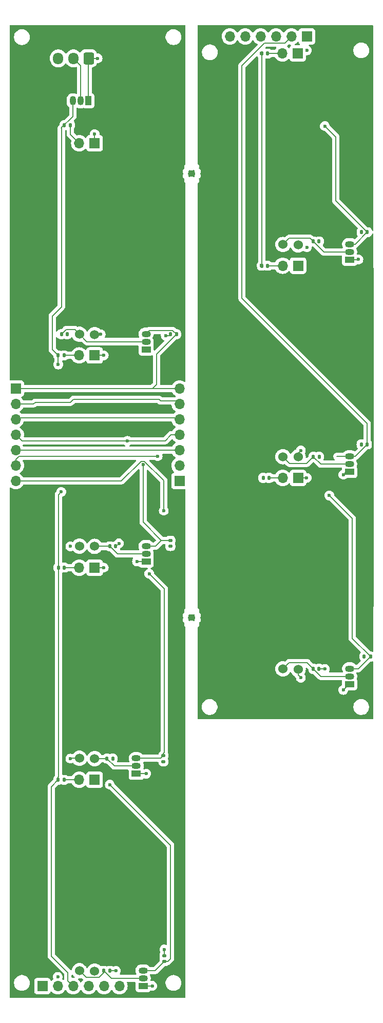
<source format=gbr>
%TF.GenerationSoftware,KiCad,Pcbnew,8.0.8*%
%TF.CreationDate,2025-03-24T10:51:22+01:00*%
%TF.ProjectId,column,636f6c75-6d6e-42e6-9b69-6361645f7063,rev?*%
%TF.SameCoordinates,Original*%
%TF.FileFunction,Copper,L1,Top*%
%TF.FilePolarity,Positive*%
%FSLAX46Y46*%
G04 Gerber Fmt 4.6, Leading zero omitted, Abs format (unit mm)*
G04 Created by KiCad (PCBNEW 8.0.8) date 2025-03-24 10:51:22*
%MOMM*%
%LPD*%
G01*
G04 APERTURE LIST*
G04 Aperture macros list*
%AMRoundRect*
0 Rectangle with rounded corners*
0 $1 Rounding radius*
0 $2 $3 $4 $5 $6 $7 $8 $9 X,Y pos of 4 corners*
0 Add a 4 corners polygon primitive as box body*
4,1,4,$2,$3,$4,$5,$6,$7,$8,$9,$2,$3,0*
0 Add four circle primitives for the rounded corners*
1,1,$1+$1,$2,$3*
1,1,$1+$1,$4,$5*
1,1,$1+$1,$6,$7*
1,1,$1+$1,$8,$9*
0 Add four rect primitives between the rounded corners*
20,1,$1+$1,$2,$3,$4,$5,0*
20,1,$1+$1,$4,$5,$6,$7,0*
20,1,$1+$1,$6,$7,$8,$9,0*
20,1,$1+$1,$8,$9,$2,$3,0*%
G04 Aperture macros list end*
%TA.AperFunction,SMDPad,CuDef*%
%ADD10RoundRect,0.140000X0.170000X-0.140000X0.170000X0.140000X-0.170000X0.140000X-0.170000X-0.140000X0*%
%TD*%
%TA.AperFunction,ComponentPad*%
%ADD11R,1.700000X1.700000*%
%TD*%
%TA.AperFunction,ComponentPad*%
%ADD12O,1.700000X1.700000*%
%TD*%
%TA.AperFunction,ComponentPad*%
%ADD13R,1.500000X1.050000*%
%TD*%
%TA.AperFunction,ComponentPad*%
%ADD14O,1.500000X1.050000*%
%TD*%
%TA.AperFunction,ComponentPad*%
%ADD15C,1.524000*%
%TD*%
%TA.AperFunction,SMDPad,CuDef*%
%ADD16RoundRect,0.140000X-0.140000X-0.170000X0.140000X-0.170000X0.140000X0.170000X-0.140000X0.170000X0*%
%TD*%
%TA.AperFunction,SMDPad,CuDef*%
%ADD17RoundRect,0.135000X-0.135000X-0.185000X0.135000X-0.185000X0.135000X0.185000X-0.135000X0.185000X0*%
%TD*%
%TA.AperFunction,ComponentPad*%
%ADD18R,1.050000X1.500000*%
%TD*%
%TA.AperFunction,ComponentPad*%
%ADD19O,1.050000X1.500000*%
%TD*%
%TA.AperFunction,SMDPad,CuDef*%
%ADD20RoundRect,0.140000X-0.170000X0.140000X-0.170000X-0.140000X0.170000X-0.140000X0.170000X0.140000X0*%
%TD*%
%TA.AperFunction,ComponentPad*%
%ADD21RoundRect,0.250000X0.600000X0.725000X-0.600000X0.725000X-0.600000X-0.725000X0.600000X-0.725000X0*%
%TD*%
%TA.AperFunction,ComponentPad*%
%ADD22O,1.700000X1.950000*%
%TD*%
%TA.AperFunction,ViaPad*%
%ADD23C,0.600000*%
%TD*%
%TA.AperFunction,Conductor*%
%ADD24C,0.200000*%
%TD*%
G04 APERTURE END LIST*
D10*
%TO.P,R8,1*%
%TO.N,+3.3V*%
X49500000Y-101480000D03*
%TO.P,R8,2*%
%TO.N,/Column_7_Rows/d2*%
X49500000Y-100520000D03*
%TD*%
D11*
%TO.P,D6,1,K*%
%TO.N,GND*%
X70550000Y-55200000D03*
D12*
%TO.P,D6,2,A*%
%TO.N,Net-(D6-A)*%
X68010000Y-55200000D03*
%TD*%
D13*
%TO.P,Q6,1,E*%
%TO.N,GND*%
X79050000Y-89200000D03*
D14*
%TO.P,Q6,2,B*%
%TO.N,Net-(Q6-B)*%
X79050000Y-87930000D03*
%TO.P,Q6,3,C*%
%TO.N,/Column_7_Rows/d6_0*%
X79050000Y-86660000D03*
%TD*%
D13*
%TO.P,Q5,1,E*%
%TO.N,GND*%
X79050000Y-54200000D03*
D14*
%TO.P,Q5,2,B*%
%TO.N,Net-(Q5-B)*%
X79050000Y-52930000D03*
%TO.P,Q5,3,C*%
%TO.N,/Column_7_Rows/d5_0*%
X79050000Y-51660000D03*
%TD*%
D13*
%TO.P,Q1,1,E*%
%TO.N,GND*%
X45500000Y-69000000D03*
D14*
%TO.P,Q1,2,B*%
%TO.N,Net-(Q1-B)*%
X45500000Y-67730000D03*
%TO.P,Q1,3,C*%
%TO.N,/Column_7_Rows/d1*%
X45500000Y-66460000D03*
%TD*%
D13*
%TO.P,Q7,1,E*%
%TO.N,GND*%
X79050000Y-124200000D03*
D14*
%TO.P,Q7,2,B*%
%TO.N,Net-(Q7-B)*%
X79050000Y-122930000D03*
%TO.P,Q7,3,C*%
%TO.N,/Column_7_Rows/d7_0*%
X79050000Y-121660000D03*
%TD*%
D11*
%TO.P,D7,1,K*%
%TO.N,GND*%
X70550000Y-90200000D03*
D12*
%TO.P,D7,2,A*%
%TO.N,Net-(D7-A)*%
X68010000Y-90200000D03*
%TD*%
D15*
%TO.P,R20,1*%
%TO.N,Net-(Q5-B)*%
X68050000Y-51700000D03*
%TO.P,R20,2*%
%TO.N,+3.3V*%
X70550000Y-51750000D03*
%TD*%
D16*
%TO.P,R17,1*%
%TO.N,/Column_7_Rows/column_voltage2*%
X64550000Y-20200000D03*
%TO.P,R17,2*%
%TO.N,Net-(D5-A)*%
X65510000Y-20200000D03*
%TD*%
D15*
%TO.P,R12,1*%
%TO.N,Net-(Q4-B)*%
X34500000Y-171500000D03*
%TO.P,R12,2*%
%TO.N,+3.3V*%
X37000000Y-171550000D03*
%TD*%
D17*
%TO.P,R28,1*%
%TO.N,+3.3V*%
X81465328Y-119675000D03*
%TO.P,R28,2*%
%TO.N,/Column_7_Rows/d7_0*%
X82485328Y-119675000D03*
%TD*%
D16*
%TO.P,R26,1*%
%TO.N,+3.3V*%
X81005328Y-49675000D03*
%TO.P,R26,2*%
%TO.N,/Column_7_Rows/d5_0*%
X81965328Y-49675000D03*
%TD*%
%TO.P,R14,1*%
%TO.N,Net-(Q4-B)*%
X38520000Y-171500000D03*
%TO.P,R14,2*%
%TO.N,GND*%
X39480000Y-171500000D03*
%TD*%
%TO.P,R27,1*%
%TO.N,+3.3V*%
X80985328Y-84675000D03*
%TO.P,R27,2*%
%TO.N,/Column_7_Rows/d6_0*%
X81945328Y-84675000D03*
%TD*%
%TO.P,R5,1*%
%TO.N,/Column_7_Rows/column_voltage*%
X31000000Y-70000000D03*
%TO.P,R5,2*%
%TO.N,Net-(D2-A)*%
X31960000Y-70000000D03*
%TD*%
%TO.P,R13,1*%
%TO.N,Net-(Q3-B)*%
X39040000Y-136500000D03*
%TO.P,R13,2*%
%TO.N,GND*%
X40000000Y-136500000D03*
%TD*%
D13*
%TO.P,Q4,1,E*%
%TO.N,GND*%
X45000000Y-174000000D03*
D14*
%TO.P,Q4,2,B*%
%TO.N,Net-(Q4-B)*%
X45000000Y-172730000D03*
%TO.P,Q4,3,C*%
%TO.N,/Column_7_Rows/d4*%
X45000000Y-171460000D03*
%TD*%
D15*
%TO.P,R21,1*%
%TO.N,Net-(Q6-B)*%
X68050000Y-86700000D03*
%TO.P,R21,2*%
%TO.N,+3.3V*%
X70550000Y-86750000D03*
%TD*%
D16*
%TO.P,R24,1*%
%TO.N,Net-(Q6-B)*%
X73070000Y-86700000D03*
%TO.P,R24,2*%
%TO.N,GND*%
X74030000Y-86700000D03*
%TD*%
%TO.P,R9,1*%
%TO.N,/Column_7_Rows/column_voltage*%
X31020000Y-105000000D03*
%TO.P,R9,2*%
%TO.N,Net-(D3-A)*%
X31980000Y-105000000D03*
%TD*%
D15*
%TO.P,R2,1*%
%TO.N,Net-(Q1-B)*%
X34500000Y-66500000D03*
%TO.P,R2,2*%
%TO.N,+3.3V*%
X37000000Y-66550000D03*
%TD*%
D11*
%TO.P,D4,1,K*%
%TO.N,GND*%
X37000000Y-140000000D03*
D12*
%TO.P,D4,2,A*%
%TO.N,Net-(D4-A)*%
X34460000Y-140000000D03*
%TD*%
D18*
%TO.P,Q8,1,E*%
%TO.N,GND*%
X35960000Y-28000000D03*
D19*
%TO.P,Q8,2,B*%
%TO.N,/Column_7_Rows/Column_voltage*%
X34690000Y-28000000D03*
%TO.P,Q8,3,C*%
%TO.N,/Column_7_Rows/column_voltage*%
X33420000Y-28000000D03*
%TD*%
D13*
%TO.P,Q3,1,E*%
%TO.N,GND*%
X43860000Y-139000000D03*
D14*
%TO.P,Q3,2,B*%
%TO.N,Net-(Q3-B)*%
X43860000Y-137730000D03*
%TO.P,Q3,3,C*%
%TO.N,/Column_7_Rows/d3*%
X43860000Y-136460000D03*
%TD*%
D16*
%TO.P,R10,1*%
%TO.N,/Column_7_Rows/column_voltage*%
X31000000Y-140000000D03*
%TO.P,R10,2*%
%TO.N,Net-(D4-A)*%
X31960000Y-140000000D03*
%TD*%
D11*
%TO.P,D2,1,K*%
%TO.N,GND*%
X37000000Y-70000000D03*
D12*
%TO.P,D2,2,A*%
%TO.N,Net-(D2-A)*%
X34460000Y-70000000D03*
%TD*%
D11*
%TO.P,D1,1,K*%
%TO.N,GND*%
X37000000Y-35000000D03*
D12*
%TO.P,D1,2,A*%
%TO.N,Net-(D1-A)*%
X34460000Y-35000000D03*
%TD*%
D16*
%TO.P,R19,1*%
%TO.N,/Column_7_Rows/column_voltage2*%
X64800000Y-90200000D03*
%TO.P,R19,2*%
%TO.N,Net-(D7-A)*%
X65760000Y-90200000D03*
%TD*%
D15*
%TO.P,R22,1*%
%TO.N,Net-(Q7-B)*%
X68050000Y-121700000D03*
%TO.P,R22,2*%
%TO.N,+3.3V*%
X70550000Y-121750000D03*
%TD*%
D16*
%TO.P,R1,1*%
%TO.N,/Column_7_Rows/column_voltage*%
X32020000Y-32000000D03*
%TO.P,R1,2*%
%TO.N,Net-(D1-A)*%
X32980000Y-32000000D03*
%TD*%
D11*
%TO.P,D5,1,K*%
%TO.N,GND*%
X70507664Y-20175000D03*
D12*
%TO.P,D5,2,A*%
%TO.N,Net-(D5-A)*%
X67967664Y-20175000D03*
%TD*%
D16*
%TO.P,R25,1*%
%TO.N,Net-(Q7-B)*%
X73050000Y-121700000D03*
%TO.P,R25,2*%
%TO.N,GND*%
X74010000Y-121700000D03*
%TD*%
D15*
%TO.P,R11,1*%
%TO.N,Net-(Q3-B)*%
X37000000Y-136500000D03*
%TO.P,R11,2*%
%TO.N,+3.3V*%
X34500000Y-136450000D03*
%TD*%
D16*
%TO.P,R18,1*%
%TO.N,/Column_7_Rows/column_voltage2*%
X64550000Y-55200000D03*
%TO.P,R18,2*%
%TO.N,Net-(D6-A)*%
X65510000Y-55200000D03*
%TD*%
%TO.P,R3,1*%
%TO.N,Net-(Q1-B)*%
X31520000Y-66500000D03*
%TO.P,R3,2*%
%TO.N,GND*%
X32480000Y-66500000D03*
%TD*%
D13*
%TO.P,Q2,1,E*%
%TO.N,GND*%
X45500000Y-104000000D03*
D14*
%TO.P,Q2,2,B*%
%TO.N,Net-(Q2-B)*%
X45500000Y-102730000D03*
%TO.P,Q2,3,C*%
%TO.N,/Column_7_Rows/d2*%
X45500000Y-101460000D03*
%TD*%
D15*
%TO.P,R6,1*%
%TO.N,Net-(Q2-B)*%
X37000000Y-101500000D03*
%TO.P,R6,2*%
%TO.N,+3.3V*%
X34500000Y-101450000D03*
%TD*%
D10*
%TO.P,R15,1*%
%TO.N,+3.3V*%
X48360000Y-136980000D03*
%TO.P,R15,2*%
%TO.N,/Column_7_Rows/d3*%
X48360000Y-136020000D03*
%TD*%
D11*
%TO.P,D3,1,K*%
%TO.N,GND*%
X37000000Y-105000000D03*
D12*
%TO.P,D3,2,A*%
%TO.N,Net-(D3-A)*%
X34460000Y-105000000D03*
%TD*%
D16*
%TO.P,R4,1*%
%TO.N,+3.3V*%
X49520000Y-66500000D03*
%TO.P,R4,2*%
%TO.N,/Column_7_Rows/d1*%
X50480000Y-66500000D03*
%TD*%
%TO.P,R23,1*%
%TO.N,Net-(Q5-B)*%
X73050000Y-51200000D03*
%TO.P,R23,2*%
%TO.N,GND*%
X74010000Y-51200000D03*
%TD*%
D20*
%TO.P,R16,1*%
%TO.N,+3.3V*%
X48500000Y-169000000D03*
%TO.P,R16,2*%
%TO.N,/Column_7_Rows/d4*%
X48500000Y-169960000D03*
%TD*%
D16*
%TO.P,R7,1*%
%TO.N,Net-(Q2-B)*%
X39520000Y-101500000D03*
%TO.P,R7,2*%
%TO.N,GND*%
X40480000Y-101500000D03*
%TD*%
D11*
%TO.P,J13,1,Pin_1*%
%TO.N,/Column_7_Rows/d1*%
X24000000Y-75460000D03*
D12*
%TO.P,J13,2,Pin_2*%
%TO.N,/Column_7_Rows/d2*%
X24000000Y-78000000D03*
%TO.P,J13,3,Pin_3*%
%TO.N,/Column_7_Rows/d3*%
X24000000Y-80540000D03*
%TO.P,J13,4,Pin_4*%
%TO.N,/Column_7_Rows/d4*%
X24000000Y-83080000D03*
%TO.P,J13,5,Pin_5*%
%TO.N,/Column_7_Rows/d5_1*%
X24000000Y-85620000D03*
%TO.P,J13,6,Pin_6*%
%TO.N,/Column_7_Rows/d6_1*%
X24000000Y-88160000D03*
%TO.P,J13,7,Pin_7*%
%TO.N,/Column_7_Rows/d7_1*%
X24000000Y-90700000D03*
%TD*%
D11*
%TO.P,J3,1,Pin_1*%
%TO.N,/Column_7_Rows/d7_1*%
X51000000Y-90700000D03*
D12*
%TO.P,J3,2,Pin_2*%
%TO.N,/Column_7_Rows/d6_1*%
X51000000Y-88160000D03*
%TO.P,J3,3,Pin_3*%
%TO.N,/Column_7_Rows/d5_1*%
X51000000Y-85620000D03*
%TO.P,J3,4,Pin_4*%
%TO.N,/Column_7_Rows/d4*%
X51000000Y-83080000D03*
%TO.P,J3,5,Pin_5*%
%TO.N,/Column_7_Rows/d3*%
X51000000Y-80540000D03*
%TO.P,J3,6,Pin_6*%
%TO.N,/Column_7_Rows/d2*%
X51000000Y-78000000D03*
%TO.P,J3,7,Pin_7*%
%TO.N,/Column_7_Rows/d1*%
X51000000Y-75460000D03*
%TD*%
D11*
%TO.P,J18,1,Pin_1*%
%TO.N,/Column_7_Rows/d7_0*%
X72000000Y-17375000D03*
D12*
%TO.P,J18,2,Pin_2*%
%TO.N,/Column_7_Rows/d6_0*%
X69460000Y-17375000D03*
%TO.P,J18,3,Pin_3*%
%TO.N,/Column_7_Rows/d5_0*%
X66920000Y-17375000D03*
%TO.P,J18,4,Pin_4*%
%TO.N,/Column_7_Rows/column_voltage2*%
X64380000Y-17375000D03*
%TO.P,J18,5,Pin_5*%
%TO.N,+3.3V*%
X61840000Y-17375000D03*
%TO.P,J18,6,Pin_6*%
%TO.N,GND*%
X59300000Y-17375000D03*
%TD*%
D11*
%TO.P,J17,1,Pin_1*%
%TO.N,GND*%
X28380000Y-174025000D03*
D12*
%TO.P,J17,2,Pin_2*%
%TO.N,+3.3V*%
X30920000Y-174025000D03*
%TO.P,J17,3,Pin_3*%
%TO.N,/Column_7_Rows/column_voltage*%
X33460000Y-174025000D03*
%TO.P,J17,4,Pin_4*%
%TO.N,/Column_7_Rows/d5_1*%
X36000000Y-174025000D03*
%TO.P,J17,5,Pin_5*%
%TO.N,/Column_7_Rows/d6_1*%
X38540000Y-174025000D03*
%TO.P,J17,6,Pin_6*%
%TO.N,/Column_7_Rows/d7_1*%
X41080000Y-174025000D03*
%TD*%
D21*
%TO.P,J2,1,Pin_1*%
%TO.N,GND*%
X36000000Y-21000000D03*
D22*
%TO.P,J2,2,Pin_2*%
%TO.N,/Column_7_Rows/Column_voltage*%
X33500000Y-21000000D03*
%TO.P,J2,3,Pin_3*%
%TO.N,+3.3V*%
X31000000Y-21000000D03*
%TD*%
D23*
%TO.N,GND*%
X40000000Y-136500000D03*
X80507664Y-54175000D03*
X44000000Y-104000000D03*
X74982664Y-121700000D03*
X38500000Y-70000000D03*
X37000000Y-33500000D03*
X41000000Y-101000000D03*
X32480000Y-66500000D03*
X74010000Y-51200000D03*
X37500000Y-21000000D03*
X78007664Y-89675000D03*
X74030000Y-86700000D03*
X72007664Y-19675000D03*
X71982664Y-90200000D03*
X78007664Y-125175000D03*
X38500000Y-105000000D03*
X45500000Y-139000000D03*
X46500000Y-174000000D03*
X40500000Y-171500000D03*
%TO.N,/Column_7_Rows/d3*%
X46000000Y-106000000D03*
%TO.N,/Column_7_Rows/d4*%
X39500000Y-140800000D03*
X42400000Y-84100000D03*
%TO.N,/Column_7_Rows/d2*%
X45000000Y-88000000D03*
%TO.N,+3.3V*%
X30920000Y-172500000D03*
X49500000Y-101480000D03*
X48500000Y-167980000D03*
X72007664Y-52175000D03*
X48360000Y-136980000D03*
X81465328Y-119675000D03*
X48725000Y-66750000D03*
X81005328Y-49675000D03*
X71007664Y-85675000D03*
X33000000Y-101500000D03*
X71007664Y-123175000D03*
X33000000Y-136500000D03*
X38000000Y-66500000D03*
X80985328Y-84675000D03*
%TO.N,/Column_7_Rows/column_voltage*%
X31000000Y-71500000D03*
X31500000Y-92500000D03*
%TO.N,/Column_7_Rows/d7_1*%
X48400000Y-95600000D03*
%TO.N,/Column_7_Rows/d6_1*%
X47400000Y-86620000D03*
%TO.N,/Column_7_Rows/column_voltage2*%
X64500000Y-20200000D03*
X64507664Y-55175000D03*
X64800000Y-90200000D03*
%TO.N,/Column_7_Rows/d5_0*%
X74965328Y-32175000D03*
%TO.N,/Column_7_Rows/d7_0*%
X75700000Y-93100000D03*
%TD*%
D24*
%TO.N,GND*%
X37000000Y-70000000D02*
X38500000Y-70000000D01*
X36000000Y-21000000D02*
X37500000Y-21000000D01*
X79050000Y-54200000D02*
X80482664Y-54200000D01*
X37000000Y-105000000D02*
X38500000Y-105000000D01*
X37000000Y-35000000D02*
X37000000Y-33500000D01*
X78982664Y-124200000D02*
X78007664Y-125175000D01*
X70550000Y-90200000D02*
X71982664Y-90200000D01*
X78482664Y-89200000D02*
X78007664Y-89675000D01*
X35960000Y-21040000D02*
X36000000Y-21000000D01*
X40480000Y-101500000D02*
X40500000Y-101500000D01*
X79050000Y-89200000D02*
X78482664Y-89200000D01*
X40500000Y-101500000D02*
X41000000Y-101000000D01*
X39480000Y-171500000D02*
X40500000Y-171500000D01*
X80482664Y-54200000D02*
X80507664Y-54175000D01*
X45500000Y-104000000D02*
X44000000Y-104000000D01*
X74010000Y-121700000D02*
X74982664Y-121700000D01*
X43860000Y-139000000D02*
X45500000Y-139000000D01*
X35960000Y-28000000D02*
X35960000Y-21040000D01*
X45000000Y-174000000D02*
X46500000Y-174000000D01*
X79050000Y-124200000D02*
X78982664Y-124200000D01*
%TO.N,Net-(D2-A)*%
X31960000Y-70000000D02*
X34460000Y-70000000D01*
%TO.N,Net-(D3-A)*%
X34460000Y-105000000D02*
X31980000Y-105000000D01*
%TO.N,Net-(D4-A)*%
X31960000Y-140000000D02*
X34460000Y-140000000D01*
%TO.N,Net-(D5-A)*%
X65510000Y-20200000D02*
X67942664Y-20200000D01*
X67942664Y-20200000D02*
X67967664Y-20175000D01*
%TO.N,Net-(D6-A)*%
X65510000Y-55200000D02*
X68010000Y-55200000D01*
%TO.N,Net-(D7-A)*%
X65760000Y-90200000D02*
X68010000Y-90200000D01*
%TO.N,/Column_7_Rows/d3*%
X48500000Y-108500000D02*
X46000000Y-106000000D01*
X48360000Y-135640000D02*
X48500000Y-135500000D01*
X43860000Y-136460000D02*
X47920000Y-136460000D01*
X24000000Y-80540000D02*
X24280000Y-80260000D01*
X48360000Y-136020000D02*
X48360000Y-135640000D01*
X48500000Y-135500000D02*
X48500000Y-108500000D01*
X35500000Y-80260000D02*
X51040000Y-80260000D01*
X47920000Y-136460000D02*
X48360000Y-136020000D01*
X24280000Y-80260000D02*
X35500000Y-80260000D01*
%TO.N,/Column_7_Rows/d1*%
X46500000Y-75500000D02*
X47205000Y-74795000D01*
X46340000Y-75460000D02*
X46300000Y-75500000D01*
X45500000Y-66460000D02*
X46070000Y-65890000D01*
X24040000Y-75500000D02*
X46300000Y-75500000D01*
X47205000Y-69775000D02*
X50480000Y-66500000D01*
X46070000Y-65890000D02*
X49870000Y-65890000D01*
X51000000Y-75460000D02*
X46340000Y-75460000D01*
X46300000Y-75500000D02*
X46500000Y-75500000D01*
X47205000Y-74795000D02*
X47205000Y-69775000D01*
X49870000Y-65890000D02*
X50480000Y-66500000D01*
X24000000Y-75460000D02*
X24040000Y-75500000D01*
%TO.N,/Column_7_Rows/d4*%
X49500000Y-150800000D02*
X39500000Y-140800000D01*
X48500000Y-84080000D02*
X48300000Y-84080000D01*
X49620000Y-83080000D02*
X48620000Y-84080000D01*
X51000000Y-83080000D02*
X49620000Y-83080000D01*
X48500000Y-169960000D02*
X49040000Y-169960000D01*
X49500000Y-169500000D02*
X49500000Y-150800000D01*
X49040000Y-169960000D02*
X49500000Y-169500000D01*
X48300000Y-84080000D02*
X25000000Y-84080000D01*
X45000000Y-171460000D02*
X47000000Y-171460000D01*
X48620000Y-84080000D02*
X48300000Y-84080000D01*
X25000000Y-84080000D02*
X24000000Y-83080000D01*
X47000000Y-171460000D02*
X48500000Y-169960000D01*
%TO.N,/Column_7_Rows/d2*%
X50800000Y-77500000D02*
X51040000Y-77740000D01*
X27200000Y-77740000D02*
X26940000Y-78000000D01*
X48751177Y-77523251D02*
X48774428Y-77500000D01*
X48000000Y-100500000D02*
X45000000Y-97500000D01*
X33000000Y-77740000D02*
X33490000Y-77250000D01*
X47040000Y-101460000D02*
X48000000Y-100500000D01*
X47881327Y-77523251D02*
X48751177Y-77523251D01*
X47608076Y-77250000D02*
X47881327Y-77523251D01*
X27200000Y-77740000D02*
X33000000Y-77740000D01*
X48774428Y-77500000D02*
X50800000Y-77500000D01*
X33490000Y-77250000D02*
X47608076Y-77250000D01*
X48000000Y-100500000D02*
X48020000Y-100520000D01*
X45000000Y-97500000D02*
X45000000Y-88000000D01*
X48020000Y-100520000D02*
X49500000Y-100520000D01*
X26940000Y-78000000D02*
X24000000Y-78000000D01*
X45500000Y-101460000D02*
X47040000Y-101460000D01*
%TO.N,/Column_7_Rows/Column_voltage*%
X34690000Y-22190000D02*
X34690000Y-28000000D01*
X33500000Y-21000000D02*
X34690000Y-22190000D01*
%TO.N,+3.3V*%
X71007664Y-123175000D02*
X70550000Y-122717336D01*
X70550000Y-86132664D02*
X71007664Y-85675000D01*
X48500000Y-169000000D02*
X48500000Y-167980000D01*
X37950000Y-66550000D02*
X38000000Y-66500000D01*
X33050000Y-136450000D02*
X33000000Y-136500000D01*
X48725000Y-66750000D02*
X49270000Y-66750000D01*
X30920000Y-172420000D02*
X30900000Y-172400000D01*
X30920000Y-172500000D02*
X30920000Y-172420000D01*
X70550000Y-122717336D02*
X70550000Y-121750000D01*
X34500000Y-136450000D02*
X33050000Y-136450000D01*
X37000000Y-66550000D02*
X37950000Y-66550000D01*
X49270000Y-66750000D02*
X49520000Y-66500000D01*
%TO.N,Net-(D1-A)*%
X32980000Y-32000000D02*
X32980000Y-33520000D01*
X32980000Y-33520000D02*
X34460000Y-35000000D01*
%TO.N,Net-(Q2-B)*%
X37000000Y-101500000D02*
X39520000Y-101500000D01*
X45500000Y-102730000D02*
X40750000Y-102730000D01*
X40750000Y-102730000D02*
X39520000Y-101500000D01*
%TO.N,Net-(Q3-B)*%
X37000000Y-136500000D02*
X39040000Y-136500000D01*
X40270000Y-137730000D02*
X43860000Y-137730000D01*
X39040000Y-136500000D02*
X40270000Y-137730000D01*
%TO.N,Net-(Q4-B)*%
X38520000Y-171809999D02*
X38520000Y-171500000D01*
X34500000Y-171500000D02*
X35612000Y-172612000D01*
X35612000Y-172612000D02*
X37717999Y-172612000D01*
X39750000Y-172730000D02*
X45000000Y-172730000D01*
X37717999Y-172612000D02*
X38520000Y-171809999D01*
X38520000Y-171500000D02*
X39750000Y-172730000D01*
%TO.N,Net-(Q5-B)*%
X69062000Y-50688000D02*
X72538000Y-50688000D01*
X72538000Y-50688000D02*
X73050000Y-51200000D01*
X73050000Y-51200000D02*
X74780000Y-52930000D01*
X68050000Y-51700000D02*
X69062000Y-50688000D01*
X74780000Y-52930000D02*
X79050000Y-52930000D01*
%TO.N,Net-(Q6-B)*%
X79050000Y-87930000D02*
X74300000Y-87930000D01*
X71958000Y-87812000D02*
X73070000Y-86700000D01*
X74300000Y-87930000D02*
X73070000Y-86700000D01*
X68050000Y-86700000D02*
X69162000Y-87812000D01*
X69162000Y-87812000D02*
X71958000Y-87812000D01*
%TO.N,Net-(Q7-B)*%
X68050000Y-121700000D02*
X69062000Y-120688000D01*
X74280000Y-122930000D02*
X79050000Y-122930000D01*
X72038000Y-120688000D02*
X73050000Y-121700000D01*
X69062000Y-120688000D02*
X72038000Y-120688000D01*
X73050000Y-121700000D02*
X74280000Y-122930000D01*
%TO.N,/Column_7_Rows/column_voltage*%
X31020000Y-139480000D02*
X31020000Y-105000000D01*
X29870000Y-141130000D02*
X29870000Y-169070000D01*
X29870000Y-169070000D02*
X32600000Y-171800000D01*
X33420000Y-28000000D02*
X33420000Y-30580000D01*
X32600000Y-171800000D02*
X32600000Y-173165000D01*
X30000000Y-69000000D02*
X31000000Y-70000000D01*
X31000000Y-70000000D02*
X31000000Y-71500000D01*
X31020000Y-105000000D02*
X31020000Y-92980000D01*
X31000000Y-140000000D02*
X31000000Y-139500000D01*
X33420000Y-30580000D02*
X31500000Y-32500000D01*
X31520000Y-35000000D02*
X31520000Y-61980000D01*
X31520000Y-61980000D02*
X30000000Y-63500000D01*
X31520000Y-32520000D02*
X31520000Y-35000000D01*
X31000000Y-139500000D02*
X31020000Y-139480000D01*
X31500000Y-32500000D02*
X31520000Y-32520000D01*
X30000000Y-63500000D02*
X30000000Y-69000000D01*
X31000000Y-140000000D02*
X29870000Y-141130000D01*
X32600000Y-173165000D02*
X33460000Y-174025000D01*
X31020000Y-92980000D02*
X31500000Y-92500000D01*
%TO.N,Net-(Q1-B)*%
X34500000Y-66500000D02*
X35730000Y-67730000D01*
X31520000Y-66500000D02*
X32281999Y-65738001D01*
X35730000Y-67730000D02*
X45500000Y-67730000D01*
X32281999Y-65738001D02*
X33738001Y-65738001D01*
X33738001Y-65738001D02*
X34500000Y-66500000D01*
%TO.N,/Column_7_Rows/d7_1*%
X45227818Y-87450000D02*
X48400000Y-90622182D01*
X24000000Y-90700000D02*
X41400000Y-90700000D01*
X48400000Y-90622182D02*
X48400000Y-95600000D01*
X41400000Y-90700000D02*
X44650000Y-87450000D01*
X44650000Y-87450000D02*
X45227818Y-87450000D01*
%TO.N,/Column_7_Rows/d6_1*%
X24000000Y-87120000D02*
X24500000Y-86620000D01*
X24500000Y-86620000D02*
X47400000Y-86620000D01*
X24000000Y-88160000D02*
X24000000Y-87120000D01*
%TO.N,/Column_7_Rows/d5_1*%
X51000000Y-85620000D02*
X24000000Y-85620000D01*
%TO.N,/Column_7_Rows/column_voltage2*%
X64550000Y-20200000D02*
X64550000Y-55200000D01*
%TO.N,/Column_7_Rows/d6_0*%
X68360000Y-18475000D02*
X69460000Y-17375000D01*
X79960328Y-86660000D02*
X81945328Y-84675000D01*
X65025000Y-18475000D02*
X68360000Y-18475000D01*
X79050000Y-86660000D02*
X79960328Y-86660000D01*
X76950328Y-86660000D02*
X79050000Y-86660000D01*
X81945328Y-84675000D02*
X81945328Y-81245328D01*
X81945328Y-81245328D02*
X61300000Y-60600000D01*
X61300000Y-60600000D02*
X61300000Y-22200000D01*
X61300000Y-22200000D02*
X65025000Y-18475000D01*
%TO.N,/Column_7_Rows/d5_0*%
X76757664Y-33967336D02*
X74965328Y-32175000D01*
X81965328Y-49675000D02*
X76757664Y-44467336D01*
X76757664Y-44467336D02*
X76757664Y-33967336D01*
X79050000Y-51660000D02*
X79980328Y-51660000D01*
X79980328Y-51660000D02*
X81965328Y-49675000D01*
%TO.N,/Column_7_Rows/d7_0*%
X79485328Y-116675000D02*
X79485328Y-96885328D01*
X80500328Y-121660000D02*
X82485328Y-119675000D01*
X79050000Y-121660000D02*
X80500328Y-121660000D01*
X82485328Y-119675000D02*
X79485328Y-116675000D01*
X79485328Y-96885328D02*
X75700000Y-93100000D01*
%TD*%
%TA.AperFunction,NonConductor*%
G36*
X52500000Y-39580311D02*
G01*
X52499689Y-39577950D01*
X52500000Y-39575954D01*
X52500000Y-39580311D01*
G37*
%TD.AperFunction*%
%TA.AperFunction,NonConductor*%
G36*
X52500000Y-40282241D02*
G01*
X52466392Y-40156814D01*
X52411650Y-40061999D01*
X52395178Y-39994100D01*
X52411650Y-39938000D01*
X52466392Y-39843186D01*
X52500000Y-39717758D01*
X52500000Y-40282241D01*
G37*
%TD.AperFunction*%
%TA.AperFunction,NonConductor*%
G36*
X52500000Y-40455433D02*
G01*
X52499747Y-40454867D01*
X52499689Y-40422050D01*
X52500000Y-40419688D01*
X52500000Y-40455433D01*
G37*
%TD.AperFunction*%
%TA.AperFunction,NonConductor*%
G36*
X47876956Y-66510185D02*
G01*
X47922711Y-66562989D01*
X47933137Y-66628383D01*
X47919435Y-66749996D01*
X47919435Y-66750003D01*
X47939630Y-66929249D01*
X47939631Y-66929254D01*
X47999211Y-67099523D01*
X48049849Y-67180112D01*
X48095184Y-67252262D01*
X48222738Y-67379816D01*
X48303993Y-67430872D01*
X48375478Y-67475789D01*
X48396254Y-67483059D01*
X48453030Y-67523781D01*
X48478778Y-67588733D01*
X48465322Y-67657295D01*
X48442981Y-67687782D01*
X46962180Y-69168584D01*
X46900857Y-69202069D01*
X46831165Y-69197085D01*
X46775232Y-69155213D01*
X46750815Y-69089749D01*
X46750499Y-69080903D01*
X46750499Y-68427129D01*
X46750498Y-68427123D01*
X46744091Y-68367516D01*
X46693797Y-68232671D01*
X46693796Y-68232670D01*
X46693796Y-68232669D01*
X46692967Y-68231562D01*
X46692485Y-68230268D01*
X46689546Y-68224886D01*
X46690319Y-68224463D01*
X46668551Y-68166099D01*
X46677675Y-68109798D01*
X46711089Y-68029132D01*
X46711089Y-68029131D01*
X46711091Y-68029127D01*
X46750500Y-67831003D01*
X46750500Y-67628997D01*
X46711091Y-67430873D01*
X46641346Y-67262495D01*
X46633787Y-67244246D01*
X46626404Y-67233196D01*
X46580094Y-67163889D01*
X46559217Y-67097214D01*
X46577701Y-67029834D01*
X46580078Y-67026134D01*
X46633786Y-66945756D01*
X46711091Y-66759127D01*
X46744671Y-66590309D01*
X46777055Y-66528398D01*
X46837771Y-66493824D01*
X46866288Y-66490500D01*
X47809917Y-66490500D01*
X47876956Y-66510185D01*
G37*
%TD.AperFunction*%
%TA.AperFunction,NonConductor*%
G36*
X51942539Y-15520185D02*
G01*
X51988294Y-15572989D01*
X51999500Y-15624500D01*
X51999500Y-38345107D01*
X51979815Y-38412146D01*
X51947739Y-38442732D01*
X51949135Y-38444552D01*
X51942683Y-38449502D01*
X51849502Y-38542683D01*
X51849500Y-38542686D01*
X51783608Y-38656812D01*
X51749500Y-38784108D01*
X51749500Y-38915891D01*
X51783609Y-39043188D01*
X51783609Y-39043189D01*
X51788213Y-39051163D01*
X51804686Y-39119063D01*
X51781834Y-39185090D01*
X51742828Y-39220549D01*
X51692689Y-39249497D01*
X51692683Y-39249502D01*
X51599502Y-39342683D01*
X51599500Y-39342686D01*
X51533608Y-39456812D01*
X51499500Y-39584108D01*
X51499500Y-39715891D01*
X51533609Y-39843188D01*
X51533609Y-39843189D01*
X51588348Y-39938000D01*
X51604821Y-40005900D01*
X51588348Y-40062000D01*
X51533609Y-40156810D01*
X51533609Y-40156811D01*
X51499500Y-40284108D01*
X51499500Y-40415891D01*
X51533608Y-40543187D01*
X51545085Y-40563065D01*
X51599500Y-40657314D01*
X51692686Y-40750500D01*
X51742521Y-40779272D01*
X51742827Y-40779449D01*
X51791042Y-40830017D01*
X51804264Y-40898624D01*
X51788215Y-40948833D01*
X51783609Y-40956810D01*
X51783609Y-40956811D01*
X51749500Y-41084108D01*
X51749500Y-41215891D01*
X51783608Y-41343187D01*
X51816554Y-41400250D01*
X51849500Y-41457314D01*
X51942686Y-41550500D01*
X51942688Y-41550501D01*
X51949137Y-41555450D01*
X51947324Y-41557812D01*
X51985710Y-41598062D01*
X51999500Y-41654893D01*
X51999500Y-74272998D01*
X51979815Y-74340037D01*
X51927011Y-74385792D01*
X51857853Y-74395736D01*
X51804377Y-74374573D01*
X51677834Y-74285967D01*
X51677830Y-74285965D01*
X51650022Y-74272998D01*
X51463663Y-74186097D01*
X51463659Y-74186096D01*
X51463655Y-74186094D01*
X51235413Y-74124938D01*
X51235403Y-74124936D01*
X51000001Y-74104341D01*
X50999999Y-74104341D01*
X50764596Y-74124936D01*
X50764586Y-74124938D01*
X50536344Y-74186094D01*
X50536335Y-74186098D01*
X50322171Y-74285964D01*
X50322169Y-74285965D01*
X50128597Y-74421505D01*
X49961506Y-74588596D01*
X49825965Y-74782170D01*
X49825962Y-74782175D01*
X49823289Y-74787909D01*
X49777115Y-74840346D01*
X49710909Y-74859500D01*
X47929501Y-74859500D01*
X47862462Y-74839815D01*
X47816707Y-74787011D01*
X47805501Y-74735500D01*
X47805501Y-74708347D01*
X47805500Y-74708329D01*
X47805500Y-70075097D01*
X47825185Y-70008058D01*
X47841819Y-69987416D01*
X50482416Y-67346819D01*
X50543739Y-67313334D01*
X50570097Y-67310500D01*
X50684682Y-67310500D01*
X50684690Y-67310500D01*
X50720993Y-67307643D01*
X50720995Y-67307642D01*
X50720997Y-67307642D01*
X50761975Y-67295736D01*
X50876395Y-67262494D01*
X51015687Y-67180117D01*
X51130117Y-67065687D01*
X51212494Y-66926395D01*
X51257643Y-66770993D01*
X51260500Y-66734690D01*
X51260500Y-66265310D01*
X51257643Y-66229007D01*
X51234827Y-66150476D01*
X51212495Y-66073609D01*
X51212494Y-66073606D01*
X51212494Y-66073605D01*
X51130117Y-65934313D01*
X51130115Y-65934311D01*
X51130112Y-65934307D01*
X51015692Y-65819887D01*
X51015684Y-65819881D01*
X50876393Y-65737505D01*
X50876390Y-65737504D01*
X50720997Y-65692357D01*
X50720991Y-65692356D01*
X50684697Y-65689500D01*
X50684690Y-65689500D01*
X50570097Y-65689500D01*
X50503058Y-65669815D01*
X50482416Y-65653181D01*
X50357590Y-65528355D01*
X50357588Y-65528352D01*
X50238717Y-65409481D01*
X50238716Y-65409480D01*
X50151465Y-65359106D01*
X50151464Y-65359105D01*
X50101790Y-65330425D01*
X50101789Y-65330424D01*
X50089263Y-65327067D01*
X49949057Y-65289499D01*
X49790943Y-65289499D01*
X49783347Y-65289499D01*
X49783331Y-65289500D01*
X46156670Y-65289500D01*
X46156654Y-65289499D01*
X46149058Y-65289499D01*
X45990943Y-65289499D01*
X45917778Y-65309104D01*
X45838214Y-65330423D01*
X45838209Y-65330426D01*
X45694245Y-65413543D01*
X45693469Y-65412200D01*
X45636904Y-65434070D01*
X45626585Y-65434500D01*
X45173992Y-65434500D01*
X44975880Y-65473907D01*
X44975872Y-65473909D01*
X44789247Y-65551212D01*
X44789237Y-65551217D01*
X44621281Y-65663441D01*
X44478441Y-65806281D01*
X44366217Y-65974237D01*
X44366212Y-65974247D01*
X44288909Y-66160872D01*
X44288907Y-66160880D01*
X44249500Y-66358992D01*
X44249500Y-66561007D01*
X44288907Y-66759119D01*
X44288909Y-66759127D01*
X44366214Y-66945757D01*
X44366900Y-66947040D01*
X44367056Y-66947789D01*
X44368545Y-66951384D01*
X44367863Y-66951666D01*
X44381147Y-67015442D01*
X44356151Y-67080687D01*
X44299848Y-67122061D01*
X44257546Y-67129500D01*
X38774228Y-67129500D01*
X38707189Y-67109815D01*
X38661434Y-67057011D01*
X38651490Y-66987853D01*
X38669235Y-66939527D01*
X38725788Y-66849524D01*
X38753591Y-66770068D01*
X38785368Y-66679255D01*
X38798468Y-66562989D01*
X38805565Y-66500003D01*
X38805565Y-66499996D01*
X38785369Y-66320750D01*
X38785368Y-66320745D01*
X38725788Y-66150476D01*
X38661957Y-66048890D01*
X38629816Y-65997738D01*
X38502262Y-65870184D01*
X38422215Y-65819887D01*
X38349523Y-65774211D01*
X38179254Y-65714631D01*
X38179249Y-65714630D01*
X38000004Y-65694435D01*
X38000001Y-65694435D01*
X38000000Y-65694435D01*
X37996316Y-65694849D01*
X37993948Y-65694435D01*
X37993037Y-65694435D01*
X37993037Y-65694275D01*
X37927495Y-65682793D01*
X37894756Y-65659310D01*
X37814621Y-65579175D01*
X37814615Y-65579170D01*
X37633666Y-65452468D01*
X37633662Y-65452466D01*
X37633660Y-65452465D01*
X37433450Y-65359106D01*
X37433447Y-65359105D01*
X37433445Y-65359104D01*
X37220070Y-65301930D01*
X37220062Y-65301929D01*
X37000002Y-65282677D01*
X36999998Y-65282677D01*
X36779937Y-65301929D01*
X36779929Y-65301930D01*
X36566554Y-65359104D01*
X36566548Y-65359107D01*
X36366340Y-65452465D01*
X36366338Y-65452466D01*
X36185377Y-65579175D01*
X36029175Y-65735377D01*
X35902466Y-65916338D01*
X35902462Y-65916345D01*
X35874038Y-65977300D01*
X35827865Y-66029739D01*
X35760671Y-66048890D01*
X35693791Y-66028673D01*
X35649276Y-65977300D01*
X35597534Y-65866339D01*
X35505834Y-65735377D01*
X35470827Y-65685381D01*
X35438627Y-65653181D01*
X35314620Y-65529174D01*
X35314616Y-65529171D01*
X35314615Y-65529170D01*
X35133666Y-65402468D01*
X35133662Y-65402466D01*
X35062509Y-65369287D01*
X34933450Y-65309106D01*
X34933447Y-65309105D01*
X34933445Y-65309104D01*
X34720070Y-65251930D01*
X34720062Y-65251929D01*
X34500002Y-65232677D01*
X34499998Y-65232677D01*
X34279938Y-65251929D01*
X34279934Y-65251929D01*
X34279932Y-65251930D01*
X34279926Y-65251931D01*
X34279924Y-65251932D01*
X34204667Y-65272096D01*
X34134817Y-65270432D01*
X34110576Y-65259709D01*
X34019905Y-65207361D01*
X34019905Y-65207360D01*
X34019901Y-65207359D01*
X33969786Y-65178424D01*
X33817058Y-65137500D01*
X33658944Y-65137500D01*
X33651348Y-65137500D01*
X33651332Y-65137501D01*
X32361056Y-65137501D01*
X32202941Y-65137501D01*
X32050214Y-65178424D01*
X32050213Y-65178424D01*
X32050211Y-65178425D01*
X32050208Y-65178426D01*
X32000095Y-65207360D01*
X32000094Y-65207361D01*
X31956688Y-65232421D01*
X31913284Y-65257480D01*
X31913281Y-65257482D01*
X31840341Y-65330423D01*
X31801479Y-65369285D01*
X31801477Y-65369287D01*
X31641591Y-65529174D01*
X31517584Y-65653181D01*
X31456261Y-65686666D01*
X31429903Y-65689500D01*
X31315302Y-65689500D01*
X31279008Y-65692356D01*
X31279002Y-65692357D01*
X31123609Y-65737504D01*
X31123606Y-65737505D01*
X30984315Y-65819881D01*
X30984307Y-65819887D01*
X30869887Y-65934307D01*
X30869880Y-65934316D01*
X30831232Y-65999668D01*
X30780163Y-66047352D01*
X30711421Y-66059855D01*
X30646832Y-66033210D01*
X30606902Y-65975874D01*
X30600500Y-65936547D01*
X30600500Y-63800097D01*
X30620185Y-63733058D01*
X30636819Y-63712416D01*
X31217953Y-63131282D01*
X32000520Y-62348716D01*
X32079577Y-62211784D01*
X32120501Y-62059057D01*
X32120501Y-61900942D01*
X32120501Y-61893347D01*
X32120500Y-61893329D01*
X32120500Y-32933324D01*
X32140185Y-32866285D01*
X32192989Y-32820530D01*
X32234763Y-32809707D01*
X32245772Y-32808840D01*
X32314146Y-32823203D01*
X32363904Y-32872253D01*
X32379500Y-32932458D01*
X32379500Y-33433330D01*
X32379499Y-33433348D01*
X32379499Y-33599054D01*
X32379498Y-33599054D01*
X32420423Y-33751785D01*
X32443902Y-33792450D01*
X32443903Y-33792454D01*
X32443904Y-33792454D01*
X32499479Y-33888714D01*
X32499481Y-33888717D01*
X32618349Y-34007585D01*
X32618355Y-34007590D01*
X33127233Y-34516468D01*
X33160718Y-34577791D01*
X33159327Y-34636241D01*
X33124939Y-34764583D01*
X33124936Y-34764596D01*
X33104341Y-34999999D01*
X33104341Y-35000000D01*
X33124936Y-35235403D01*
X33124938Y-35235413D01*
X33186094Y-35463655D01*
X33186096Y-35463659D01*
X33186097Y-35463663D01*
X33270499Y-35644663D01*
X33285965Y-35677830D01*
X33285967Y-35677834D01*
X33394281Y-35832521D01*
X33421505Y-35871401D01*
X33588599Y-36038495D01*
X33685384Y-36106265D01*
X33782165Y-36174032D01*
X33782167Y-36174033D01*
X33782170Y-36174035D01*
X33996337Y-36273903D01*
X34224592Y-36335063D01*
X34401034Y-36350500D01*
X34459999Y-36355659D01*
X34460000Y-36355659D01*
X34460001Y-36355659D01*
X34518966Y-36350500D01*
X34695408Y-36335063D01*
X34923663Y-36273903D01*
X35137830Y-36174035D01*
X35331401Y-36038495D01*
X35453329Y-35916566D01*
X35514648Y-35883084D01*
X35584340Y-35888068D01*
X35640274Y-35929939D01*
X35657189Y-35960917D01*
X35706202Y-36092328D01*
X35706206Y-36092335D01*
X35792452Y-36207544D01*
X35792455Y-36207547D01*
X35907664Y-36293793D01*
X35907671Y-36293797D01*
X36042517Y-36344091D01*
X36042516Y-36344091D01*
X36049444Y-36344835D01*
X36102127Y-36350500D01*
X37897872Y-36350499D01*
X37957483Y-36344091D01*
X38092331Y-36293796D01*
X38207546Y-36207546D01*
X38293796Y-36092331D01*
X38344091Y-35957483D01*
X38350500Y-35897873D01*
X38350499Y-34102128D01*
X38344091Y-34042517D01*
X38342810Y-34039083D01*
X38293797Y-33907671D01*
X38293793Y-33907664D01*
X38207546Y-33792454D01*
X38207544Y-33792452D01*
X38092335Y-33706206D01*
X38092328Y-33706202D01*
X37957486Y-33655910D01*
X37957485Y-33655909D01*
X37957483Y-33655909D01*
X37913943Y-33651227D01*
X37849395Y-33624490D01*
X37809547Y-33567098D01*
X37803981Y-33514054D01*
X37805565Y-33500000D01*
X37798910Y-33440939D01*
X37785369Y-33320750D01*
X37785368Y-33320745D01*
X37725788Y-33150476D01*
X37629815Y-32997737D01*
X37502262Y-32870184D01*
X37349523Y-32774211D01*
X37179254Y-32714631D01*
X37179249Y-32714630D01*
X37000004Y-32694435D01*
X36999996Y-32694435D01*
X36820750Y-32714630D01*
X36820745Y-32714631D01*
X36650476Y-32774211D01*
X36497737Y-32870184D01*
X36370184Y-32997737D01*
X36274211Y-33150476D01*
X36214631Y-33320745D01*
X36214630Y-33320750D01*
X36194435Y-33499996D01*
X36194435Y-33499997D01*
X36196019Y-33514058D01*
X36183962Y-33582880D01*
X36136612Y-33634258D01*
X36086052Y-33651229D01*
X36042516Y-33655909D01*
X35907671Y-33706202D01*
X35907664Y-33706206D01*
X35792455Y-33792452D01*
X35792454Y-33792454D01*
X35706206Y-33907664D01*
X35706203Y-33907669D01*
X35657189Y-34039083D01*
X35615317Y-34095016D01*
X35549853Y-34119433D01*
X35481580Y-34104581D01*
X35453326Y-34083430D01*
X35331402Y-33961506D01*
X35331395Y-33961501D01*
X35137834Y-33825967D01*
X35137830Y-33825965D01*
X34923663Y-33726097D01*
X34923659Y-33726096D01*
X34923655Y-33726094D01*
X34695413Y-33664938D01*
X34695403Y-33664936D01*
X34460001Y-33644341D01*
X34459999Y-33644341D01*
X34224596Y-33664936D01*
X34224583Y-33664939D01*
X34096241Y-33699327D01*
X34026392Y-33697664D01*
X33976468Y-33667233D01*
X33616819Y-33307584D01*
X33583334Y-33246261D01*
X33580500Y-33219903D01*
X33580500Y-32666666D01*
X33600185Y-32599627D01*
X33616816Y-32578987D01*
X33630117Y-32565687D01*
X33712494Y-32426395D01*
X33757643Y-32270993D01*
X33760500Y-32234690D01*
X33760500Y-31765310D01*
X33757643Y-31729007D01*
X33712494Y-31573605D01*
X33630117Y-31434313D01*
X33630115Y-31434311D01*
X33630112Y-31434307D01*
X33610200Y-31414395D01*
X33576715Y-31353072D01*
X33581699Y-31283380D01*
X33610198Y-31239035D01*
X33788713Y-31060521D01*
X33788716Y-31060520D01*
X33900520Y-30948716D01*
X33950639Y-30861904D01*
X33979577Y-30811785D01*
X34020501Y-30659057D01*
X34020501Y-30500943D01*
X34020501Y-30493348D01*
X34020500Y-30493330D01*
X34020500Y-29242454D01*
X34040185Y-29175415D01*
X34092989Y-29129660D01*
X34162147Y-29119716D01*
X34198535Y-29131649D01*
X34198616Y-29131455D01*
X34201171Y-29132513D01*
X34202960Y-29133100D01*
X34204242Y-29133785D01*
X34204243Y-29133785D01*
X34204244Y-29133786D01*
X34390873Y-29211091D01*
X34548547Y-29242454D01*
X34588992Y-29250499D01*
X34588996Y-29250500D01*
X34588997Y-29250500D01*
X34791004Y-29250500D01*
X34791005Y-29250499D01*
X34989127Y-29211091D01*
X35069798Y-29177674D01*
X35139267Y-29170205D01*
X35184658Y-29189962D01*
X35184886Y-29189546D01*
X35189540Y-29192087D01*
X35191562Y-29192967D01*
X35192669Y-29193796D01*
X35192670Y-29193796D01*
X35192671Y-29193797D01*
X35327517Y-29244091D01*
X35327516Y-29244091D01*
X35334444Y-29244835D01*
X35387127Y-29250500D01*
X36532872Y-29250499D01*
X36592483Y-29244091D01*
X36727331Y-29193796D01*
X36842546Y-29107546D01*
X36928796Y-28992331D01*
X36979091Y-28857483D01*
X36985500Y-28797873D01*
X36985499Y-27202128D01*
X36979091Y-27142517D01*
X36971170Y-27121281D01*
X36928797Y-27007671D01*
X36928793Y-27007664D01*
X36842547Y-26892455D01*
X36842544Y-26892452D01*
X36727335Y-26806206D01*
X36727330Y-26806203D01*
X36641166Y-26774066D01*
X36585233Y-26732194D01*
X36560816Y-26666730D01*
X36560500Y-26657884D01*
X36560500Y-22596621D01*
X36580185Y-22529582D01*
X36632989Y-22483827D01*
X36671899Y-22473263D01*
X36724288Y-22467911D01*
X36752797Y-22464999D01*
X36919334Y-22409814D01*
X37068656Y-22317712D01*
X37192712Y-22193656D01*
X37284814Y-22044334D01*
X37337194Y-21886260D01*
X37376964Y-21828819D01*
X37441480Y-21801995D01*
X37468777Y-21802046D01*
X37500000Y-21805565D01*
X37500000Y-21805564D01*
X37500001Y-21805565D01*
X37500004Y-21805565D01*
X37679249Y-21785369D01*
X37679252Y-21785368D01*
X37679255Y-21785368D01*
X37849522Y-21725789D01*
X38002262Y-21629816D01*
X38129816Y-21502262D01*
X38225789Y-21349522D01*
X38285368Y-21179255D01*
X38305565Y-21000000D01*
X38285368Y-20820745D01*
X38225789Y-20650478D01*
X38129816Y-20497738D01*
X38002262Y-20370184D01*
X37975761Y-20353532D01*
X37849523Y-20274211D01*
X37679254Y-20214631D01*
X37679249Y-20214630D01*
X37500004Y-20194435D01*
X37500001Y-20194435D01*
X37500000Y-20194435D01*
X37495083Y-20194988D01*
X37468779Y-20197952D01*
X37399957Y-20185895D01*
X37348579Y-20138544D01*
X37337193Y-20113735D01*
X37302104Y-20007845D01*
X37284814Y-19955666D01*
X37192712Y-19806344D01*
X37068656Y-19682288D01*
X36919334Y-19590186D01*
X36752797Y-19535001D01*
X36752795Y-19535000D01*
X36650010Y-19524500D01*
X35349998Y-19524500D01*
X35349981Y-19524501D01*
X35247203Y-19535000D01*
X35247200Y-19535001D01*
X35080668Y-19590185D01*
X35080663Y-19590187D01*
X34931342Y-19682289D01*
X34807289Y-19806342D01*
X34711821Y-19961121D01*
X34659873Y-20007845D01*
X34590910Y-20019068D01*
X34526828Y-19991224D01*
X34518601Y-19983705D01*
X34379786Y-19844890D01*
X34207820Y-19719951D01*
X34018414Y-19623444D01*
X34018413Y-19623443D01*
X34018412Y-19623443D01*
X33816243Y-19557754D01*
X33816241Y-19557753D01*
X33816240Y-19557753D01*
X33654957Y-19532208D01*
X33606287Y-19524500D01*
X33393713Y-19524500D01*
X33345042Y-19532208D01*
X33183760Y-19557753D01*
X32981585Y-19623444D01*
X32792179Y-19719951D01*
X32620213Y-19844890D01*
X32469894Y-19995209D01*
X32469890Y-19995214D01*
X32350318Y-20159793D01*
X32294989Y-20202459D01*
X32225375Y-20208438D01*
X32163580Y-20175833D01*
X32149682Y-20159793D01*
X32030109Y-19995214D01*
X32030105Y-19995209D01*
X31879786Y-19844890D01*
X31707820Y-19719951D01*
X31518414Y-19623444D01*
X31518413Y-19623443D01*
X31518412Y-19623443D01*
X31316243Y-19557754D01*
X31316241Y-19557753D01*
X31316240Y-19557753D01*
X31154957Y-19532208D01*
X31106287Y-19524500D01*
X30893713Y-19524500D01*
X30845042Y-19532208D01*
X30683760Y-19557753D01*
X30481585Y-19623444D01*
X30292179Y-19719951D01*
X30120213Y-19844890D01*
X29969890Y-19995213D01*
X29844951Y-20167179D01*
X29748444Y-20356585D01*
X29682753Y-20558760D01*
X29649500Y-20768713D01*
X29649500Y-21231287D01*
X29682754Y-21441243D01*
X29744025Y-21629816D01*
X29748444Y-21643414D01*
X29844951Y-21832820D01*
X29969890Y-22004786D01*
X30120213Y-22155109D01*
X30292179Y-22280048D01*
X30292181Y-22280049D01*
X30292184Y-22280051D01*
X30481588Y-22376557D01*
X30683757Y-22442246D01*
X30893713Y-22475500D01*
X30893714Y-22475500D01*
X31106286Y-22475500D01*
X31106287Y-22475500D01*
X31316243Y-22442246D01*
X31518412Y-22376557D01*
X31707816Y-22280051D01*
X31729789Y-22264086D01*
X31879786Y-22155109D01*
X31879788Y-22155106D01*
X31879792Y-22155104D01*
X32030104Y-22004792D01*
X32149683Y-21840204D01*
X32205011Y-21797540D01*
X32274624Y-21791561D01*
X32336420Y-21824166D01*
X32350313Y-21840199D01*
X32469892Y-22004786D01*
X32469896Y-22004792D01*
X32620213Y-22155109D01*
X32792179Y-22280048D01*
X32792181Y-22280049D01*
X32792184Y-22280051D01*
X32981588Y-22376557D01*
X33183757Y-22442246D01*
X33393713Y-22475500D01*
X33393714Y-22475500D01*
X33606286Y-22475500D01*
X33606287Y-22475500D01*
X33816243Y-22442246D01*
X33927183Y-22406198D01*
X33997023Y-22404204D01*
X34056856Y-22440284D01*
X34087684Y-22502985D01*
X34089500Y-22524130D01*
X34089500Y-26757545D01*
X34069815Y-26824584D01*
X34017011Y-26870339D01*
X33947853Y-26880283D01*
X33911463Y-26868352D01*
X33911384Y-26868545D01*
X33908847Y-26867494D01*
X33907053Y-26866906D01*
X33905764Y-26866217D01*
X33719127Y-26788909D01*
X33719119Y-26788907D01*
X33521007Y-26749500D01*
X33521003Y-26749500D01*
X33318997Y-26749500D01*
X33318992Y-26749500D01*
X33120880Y-26788907D01*
X33120872Y-26788909D01*
X32934247Y-26866212D01*
X32934237Y-26866217D01*
X32766281Y-26978441D01*
X32623441Y-27121281D01*
X32511217Y-27289237D01*
X32511212Y-27289247D01*
X32433909Y-27475872D01*
X32433907Y-27475880D01*
X32394500Y-27673992D01*
X32394500Y-28326007D01*
X32433907Y-28524119D01*
X32433909Y-28524127D01*
X32511212Y-28710752D01*
X32511217Y-28710762D01*
X32623440Y-28878716D01*
X32623441Y-28878717D01*
X32623442Y-28878718D01*
X32766282Y-29021558D01*
X32766285Y-29021560D01*
X32766287Y-29021562D01*
X32770997Y-29025428D01*
X32769848Y-29026826D01*
X32809194Y-29073904D01*
X32819500Y-29123397D01*
X32819500Y-30279903D01*
X32799815Y-30346942D01*
X32783181Y-30367584D01*
X31997584Y-31153181D01*
X31936261Y-31186666D01*
X31909903Y-31189500D01*
X31815302Y-31189500D01*
X31779008Y-31192356D01*
X31779002Y-31192357D01*
X31623609Y-31237504D01*
X31623606Y-31237505D01*
X31484315Y-31319881D01*
X31484307Y-31319887D01*
X31369887Y-31434307D01*
X31369881Y-31434315D01*
X31287505Y-31573606D01*
X31287504Y-31573609D01*
X31242357Y-31729002D01*
X31242356Y-31729008D01*
X31239500Y-31765302D01*
X31239500Y-31859903D01*
X31219815Y-31926942D01*
X31203181Y-31947584D01*
X31019483Y-32131281D01*
X31019481Y-32131284D01*
X30940423Y-32268214D01*
X30926781Y-32319124D01*
X30899499Y-32420943D01*
X30899499Y-32579057D01*
X30905011Y-32599627D01*
X30915275Y-32637932D01*
X30919500Y-32670026D01*
X30919500Y-61679902D01*
X30899815Y-61746941D01*
X30883181Y-61767583D01*
X29519481Y-63131282D01*
X29519479Y-63131285D01*
X29469361Y-63218094D01*
X29469359Y-63218096D01*
X29440425Y-63268209D01*
X29440424Y-63268210D01*
X29440423Y-63268215D01*
X29399499Y-63420943D01*
X29399499Y-63420945D01*
X29399499Y-63589046D01*
X29399500Y-63589059D01*
X29399500Y-68913330D01*
X29399499Y-68913348D01*
X29399499Y-69079054D01*
X29399498Y-69079054D01*
X29440423Y-69231785D01*
X29460639Y-69266801D01*
X29464918Y-69274211D01*
X29511755Y-69355335D01*
X29519479Y-69368714D01*
X29519481Y-69368717D01*
X29638349Y-69487585D01*
X29638355Y-69487590D01*
X30183181Y-70032416D01*
X30216666Y-70093739D01*
X30219500Y-70120097D01*
X30219500Y-70234697D01*
X30222356Y-70270991D01*
X30222357Y-70270997D01*
X30267504Y-70426390D01*
X30267505Y-70426393D01*
X30267506Y-70426395D01*
X30349883Y-70565687D01*
X30363180Y-70578984D01*
X30396666Y-70640305D01*
X30399500Y-70666666D01*
X30399500Y-70917587D01*
X30379815Y-70984626D01*
X30372450Y-70994896D01*
X30370186Y-70997734D01*
X30274211Y-71150476D01*
X30214631Y-71320745D01*
X30214630Y-71320750D01*
X30194435Y-71499996D01*
X30194435Y-71500003D01*
X30214630Y-71679249D01*
X30214631Y-71679254D01*
X30274211Y-71849523D01*
X30370184Y-72002262D01*
X30497738Y-72129816D01*
X30650478Y-72225789D01*
X30820745Y-72285368D01*
X30820750Y-72285369D01*
X30999996Y-72305565D01*
X31000000Y-72305565D01*
X31000004Y-72305565D01*
X31179249Y-72285369D01*
X31179252Y-72285368D01*
X31179255Y-72285368D01*
X31349522Y-72225789D01*
X31502262Y-72129816D01*
X31629816Y-72002262D01*
X31725789Y-71849522D01*
X31785368Y-71679255D01*
X31805565Y-71500000D01*
X31788720Y-71350499D01*
X31785369Y-71320750D01*
X31785368Y-71320745D01*
X31768977Y-71273903D01*
X31725789Y-71150478D01*
X31630809Y-70999319D01*
X31611810Y-70932083D01*
X31632178Y-70865248D01*
X31685445Y-70820034D01*
X31745537Y-70809731D01*
X31748082Y-70809931D01*
X31755310Y-70810500D01*
X31755318Y-70810500D01*
X32164682Y-70810500D01*
X32164690Y-70810500D01*
X32200993Y-70807643D01*
X32200995Y-70807642D01*
X32200997Y-70807642D01*
X32241975Y-70795736D01*
X32356395Y-70762494D01*
X32495687Y-70680117D01*
X32538984Y-70636820D01*
X32600307Y-70603334D01*
X32626666Y-70600500D01*
X33170909Y-70600500D01*
X33237948Y-70620185D01*
X33283292Y-70672097D01*
X33285965Y-70677830D01*
X33421505Y-70871401D01*
X33588599Y-71038495D01*
X33685384Y-71106265D01*
X33782165Y-71174032D01*
X33782167Y-71174033D01*
X33782170Y-71174035D01*
X33996337Y-71273903D01*
X34224592Y-71335063D01*
X34401034Y-71350500D01*
X34459999Y-71355659D01*
X34460000Y-71355659D01*
X34460001Y-71355659D01*
X34518966Y-71350500D01*
X34695408Y-71335063D01*
X34923663Y-71273903D01*
X35137830Y-71174035D01*
X35331401Y-71038495D01*
X35453329Y-70916566D01*
X35514648Y-70883084D01*
X35584340Y-70888068D01*
X35640274Y-70929939D01*
X35657189Y-70960917D01*
X35706202Y-71092328D01*
X35706206Y-71092335D01*
X35792452Y-71207544D01*
X35792455Y-71207547D01*
X35907664Y-71293793D01*
X35907671Y-71293797D01*
X36042517Y-71344091D01*
X36042516Y-71344091D01*
X36049444Y-71344835D01*
X36102127Y-71350500D01*
X37897872Y-71350499D01*
X37957483Y-71344091D01*
X38092331Y-71293796D01*
X38207546Y-71207546D01*
X38293796Y-71092331D01*
X38344091Y-70957483D01*
X38348772Y-70913943D01*
X38375510Y-70849395D01*
X38432902Y-70809547D01*
X38485945Y-70803981D01*
X38500000Y-70805565D01*
X38500001Y-70805564D01*
X38500003Y-70805565D01*
X38500004Y-70805565D01*
X38679249Y-70785369D01*
X38679252Y-70785368D01*
X38679255Y-70785368D01*
X38849522Y-70725789D01*
X39002262Y-70629816D01*
X39129816Y-70502262D01*
X39225789Y-70349522D01*
X39285368Y-70179255D01*
X39285369Y-70179249D01*
X39305565Y-70000003D01*
X39305565Y-69999996D01*
X39285369Y-69820750D01*
X39285368Y-69820745D01*
X39266678Y-69767331D01*
X39225789Y-69650478D01*
X39129816Y-69497738D01*
X39002262Y-69370184D01*
X38934982Y-69327909D01*
X38849523Y-69274211D01*
X38679254Y-69214631D01*
X38679249Y-69214630D01*
X38500004Y-69194435D01*
X38500002Y-69194435D01*
X38500000Y-69194435D01*
X38490666Y-69195486D01*
X38485940Y-69196019D01*
X38417119Y-69183962D01*
X38365741Y-69136612D01*
X38348770Y-69086051D01*
X38344091Y-69042517D01*
X38342810Y-69039083D01*
X38293797Y-68907671D01*
X38293793Y-68907664D01*
X38207547Y-68792455D01*
X38207544Y-68792452D01*
X38092335Y-68706206D01*
X38092328Y-68706202D01*
X37957482Y-68655908D01*
X37957483Y-68655908D01*
X37897883Y-68649501D01*
X37897881Y-68649500D01*
X37897873Y-68649500D01*
X37897864Y-68649500D01*
X36102129Y-68649500D01*
X36102123Y-68649501D01*
X36042516Y-68655908D01*
X35907671Y-68706202D01*
X35907664Y-68706206D01*
X35792455Y-68792452D01*
X35792452Y-68792455D01*
X35706206Y-68907664D01*
X35706203Y-68907669D01*
X35657189Y-69039083D01*
X35615317Y-69095016D01*
X35549853Y-69119433D01*
X35481580Y-69104581D01*
X35453326Y-69083430D01*
X35331402Y-68961506D01*
X35331395Y-68961501D01*
X35137834Y-68825967D01*
X35137830Y-68825965D01*
X35137828Y-68825964D01*
X34923663Y-68726097D01*
X34923659Y-68726096D01*
X34923655Y-68726094D01*
X34695413Y-68664938D01*
X34695403Y-68664936D01*
X34460001Y-68644341D01*
X34459999Y-68644341D01*
X34224596Y-68664936D01*
X34224586Y-68664938D01*
X33996344Y-68726094D01*
X33996337Y-68726096D01*
X33996337Y-68726097D01*
X33982816Y-68732401D01*
X33782171Y-68825964D01*
X33782169Y-68825965D01*
X33588597Y-68961505D01*
X33421506Y-69128596D01*
X33285965Y-69322170D01*
X33285962Y-69322175D01*
X33283289Y-69327909D01*
X33237115Y-69380346D01*
X33170909Y-69399500D01*
X32626666Y-69399500D01*
X32559627Y-69379815D01*
X32538984Y-69363180D01*
X32495692Y-69319887D01*
X32495684Y-69319881D01*
X32418707Y-69274357D01*
X32356395Y-69237506D01*
X32356394Y-69237505D01*
X32356393Y-69237505D01*
X32356390Y-69237504D01*
X32200997Y-69192357D01*
X32200991Y-69192356D01*
X32164697Y-69189500D01*
X32164690Y-69189500D01*
X31755310Y-69189500D01*
X31755302Y-69189500D01*
X31719008Y-69192356D01*
X31719002Y-69192357D01*
X31563608Y-69237504D01*
X31563602Y-69237506D01*
X31543120Y-69249620D01*
X31475396Y-69266801D01*
X31416880Y-69249620D01*
X31396397Y-69237506D01*
X31396391Y-69237504D01*
X31240997Y-69192357D01*
X31240991Y-69192356D01*
X31204697Y-69189500D01*
X31204690Y-69189500D01*
X31090098Y-69189500D01*
X31023059Y-69169815D01*
X31002417Y-69153181D01*
X30636819Y-68787583D01*
X30603334Y-68726260D01*
X30600500Y-68699902D01*
X30600500Y-67063452D01*
X30620185Y-66996413D01*
X30672989Y-66950658D01*
X30742147Y-66940714D01*
X30805703Y-66969739D01*
X30831232Y-67000332D01*
X30869878Y-67065681D01*
X30869887Y-67065692D01*
X30984307Y-67180112D01*
X30984311Y-67180115D01*
X30984313Y-67180117D01*
X31123605Y-67262494D01*
X31164587Y-67274400D01*
X31279002Y-67307642D01*
X31279005Y-67307642D01*
X31279007Y-67307643D01*
X31315310Y-67310500D01*
X31315318Y-67310500D01*
X31724682Y-67310500D01*
X31724690Y-67310500D01*
X31760993Y-67307643D01*
X31760995Y-67307642D01*
X31760997Y-67307642D01*
X31801975Y-67295736D01*
X31916395Y-67262494D01*
X31936879Y-67250379D01*
X32004601Y-67233196D01*
X32063119Y-67250379D01*
X32083605Y-67262494D01*
X32083607Y-67262494D01*
X32083608Y-67262495D01*
X32239002Y-67307642D01*
X32239005Y-67307642D01*
X32239007Y-67307643D01*
X32275310Y-67310500D01*
X32275318Y-67310500D01*
X32684682Y-67310500D01*
X32684690Y-67310500D01*
X32720993Y-67307643D01*
X32720995Y-67307642D01*
X32720997Y-67307642D01*
X32761975Y-67295736D01*
X32876395Y-67262494D01*
X33015687Y-67180117D01*
X33130117Y-67065687D01*
X33144953Y-67040599D01*
X33196019Y-66992917D01*
X33264760Y-66980411D01*
X33329350Y-67007055D01*
X33364067Y-67051315D01*
X33402466Y-67133662D01*
X33402468Y-67133666D01*
X33529170Y-67314615D01*
X33529175Y-67314621D01*
X33685378Y-67470824D01*
X33685384Y-67470829D01*
X33866333Y-67597531D01*
X33866335Y-67597532D01*
X33866338Y-67597534D01*
X34066550Y-67690894D01*
X34279932Y-67748070D01*
X34426743Y-67760914D01*
X34499998Y-67767323D01*
X34500000Y-67767323D01*
X34500002Y-67767323D01*
X34530502Y-67764654D01*
X34720068Y-67748070D01*
X34791903Y-67728821D01*
X34861752Y-67730482D01*
X34911678Y-67760913D01*
X35361284Y-68210520D01*
X35361286Y-68210521D01*
X35361290Y-68210524D01*
X35498209Y-68289573D01*
X35498216Y-68289577D01*
X35650943Y-68330501D01*
X35650945Y-68330501D01*
X35816654Y-68330501D01*
X35816670Y-68330500D01*
X44125500Y-68330500D01*
X44192539Y-68350185D01*
X44238294Y-68402989D01*
X44249500Y-68454500D01*
X44249500Y-69572870D01*
X44249501Y-69572876D01*
X44255908Y-69632483D01*
X44306202Y-69767328D01*
X44306206Y-69767335D01*
X44392452Y-69882544D01*
X44392455Y-69882547D01*
X44507664Y-69968793D01*
X44507671Y-69968797D01*
X44642517Y-70019091D01*
X44642516Y-70019091D01*
X44649444Y-70019835D01*
X44702127Y-70025500D01*
X46297872Y-70025499D01*
X46357483Y-70019091D01*
X46408669Y-70000000D01*
X46437167Y-69989371D01*
X46506859Y-69984387D01*
X46568182Y-70017872D01*
X46601666Y-70079195D01*
X46604500Y-70105553D01*
X46604500Y-74494902D01*
X46584815Y-74561941D01*
X46568181Y-74582583D01*
X46325627Y-74825137D01*
X46268506Y-74856327D01*
X46268793Y-74857396D01*
X46264387Y-74858576D01*
X46264304Y-74858622D01*
X46264055Y-74858665D01*
X46127429Y-74895275D01*
X46095335Y-74899500D01*
X25474499Y-74899500D01*
X25407460Y-74879815D01*
X25361705Y-74827011D01*
X25350499Y-74775500D01*
X25350499Y-74562129D01*
X25350498Y-74562123D01*
X25350478Y-74561941D01*
X25344091Y-74502517D01*
X25304264Y-74395736D01*
X25293797Y-74367671D01*
X25293793Y-74367664D01*
X25207547Y-74252455D01*
X25207544Y-74252452D01*
X25092335Y-74166206D01*
X25092328Y-74166202D01*
X24957482Y-74115908D01*
X24957483Y-74115908D01*
X24897883Y-74109501D01*
X24897881Y-74109500D01*
X24897873Y-74109500D01*
X24897865Y-74109500D01*
X23124500Y-74109500D01*
X23057461Y-74089815D01*
X23011706Y-74037011D01*
X23000500Y-73985500D01*
X23000500Y-17397648D01*
X23699500Y-17397648D01*
X23699500Y-17602351D01*
X23731522Y-17804534D01*
X23794781Y-17999223D01*
X23887715Y-18181613D01*
X24008028Y-18347213D01*
X24152786Y-18491971D01*
X24307749Y-18604556D01*
X24318390Y-18612287D01*
X24434607Y-18671503D01*
X24500776Y-18705218D01*
X24500778Y-18705218D01*
X24500781Y-18705220D01*
X24605137Y-18739127D01*
X24695465Y-18768477D01*
X24796557Y-18784488D01*
X24897648Y-18800500D01*
X24897649Y-18800500D01*
X25102351Y-18800500D01*
X25102352Y-18800500D01*
X25304534Y-18768477D01*
X25499219Y-18705220D01*
X25681610Y-18612287D01*
X25774590Y-18544732D01*
X25847213Y-18491971D01*
X25847215Y-18491968D01*
X25847219Y-18491966D01*
X25991966Y-18347219D01*
X25991968Y-18347215D01*
X25991971Y-18347213D01*
X26044732Y-18274590D01*
X26112287Y-18181610D01*
X26205220Y-17999219D01*
X26268477Y-17804534D01*
X26300500Y-17602352D01*
X26300500Y-17397648D01*
X48699500Y-17397648D01*
X48699500Y-17602351D01*
X48731522Y-17804534D01*
X48794781Y-17999223D01*
X48887715Y-18181613D01*
X49008028Y-18347213D01*
X49152786Y-18491971D01*
X49307749Y-18604556D01*
X49318390Y-18612287D01*
X49434607Y-18671503D01*
X49500776Y-18705218D01*
X49500778Y-18705218D01*
X49500781Y-18705220D01*
X49605137Y-18739127D01*
X49695465Y-18768477D01*
X49796557Y-18784488D01*
X49897648Y-18800500D01*
X49897649Y-18800500D01*
X50102351Y-18800500D01*
X50102352Y-18800500D01*
X50304534Y-18768477D01*
X50499219Y-18705220D01*
X50681610Y-18612287D01*
X50774590Y-18544732D01*
X50847213Y-18491971D01*
X50847215Y-18491968D01*
X50847219Y-18491966D01*
X50991966Y-18347219D01*
X50991968Y-18347215D01*
X50991971Y-18347213D01*
X51044732Y-18274590D01*
X51112287Y-18181610D01*
X51205220Y-17999219D01*
X51268477Y-17804534D01*
X51300500Y-17602352D01*
X51300500Y-17397648D01*
X51268477Y-17195466D01*
X51205220Y-17000781D01*
X51205218Y-17000778D01*
X51205218Y-17000776D01*
X51171503Y-16934607D01*
X51112287Y-16818390D01*
X51104556Y-16807749D01*
X50991971Y-16652786D01*
X50847213Y-16508028D01*
X50681613Y-16387715D01*
X50681612Y-16387714D01*
X50681610Y-16387713D01*
X50624653Y-16358691D01*
X50499223Y-16294781D01*
X50304534Y-16231522D01*
X50129995Y-16203878D01*
X50102352Y-16199500D01*
X49897648Y-16199500D01*
X49873329Y-16203351D01*
X49695465Y-16231522D01*
X49500776Y-16294781D01*
X49318386Y-16387715D01*
X49152786Y-16508028D01*
X49008028Y-16652786D01*
X48887715Y-16818386D01*
X48794781Y-17000776D01*
X48731522Y-17195465D01*
X48699500Y-17397648D01*
X26300500Y-17397648D01*
X26268477Y-17195466D01*
X26205220Y-17000781D01*
X26205218Y-17000778D01*
X26205218Y-17000776D01*
X26171503Y-16934607D01*
X26112287Y-16818390D01*
X26104556Y-16807749D01*
X25991971Y-16652786D01*
X25847213Y-16508028D01*
X25681613Y-16387715D01*
X25681612Y-16387714D01*
X25681610Y-16387713D01*
X25624653Y-16358691D01*
X25499223Y-16294781D01*
X25304534Y-16231522D01*
X25129995Y-16203878D01*
X25102352Y-16199500D01*
X24897648Y-16199500D01*
X24873329Y-16203351D01*
X24695465Y-16231522D01*
X24500776Y-16294781D01*
X24318386Y-16387715D01*
X24152786Y-16508028D01*
X24008028Y-16652786D01*
X23887715Y-16818386D01*
X23794781Y-17000776D01*
X23731522Y-17195465D01*
X23699500Y-17397648D01*
X23000500Y-17397648D01*
X23000500Y-15624500D01*
X23020185Y-15557461D01*
X23072989Y-15511706D01*
X23124500Y-15500500D01*
X51875500Y-15500500D01*
X51942539Y-15520185D01*
G37*
%TD.AperFunction*%
%TA.AperFunction,NonConductor*%
G36*
X49777948Y-76080185D02*
G01*
X49823292Y-76132097D01*
X49825965Y-76137830D01*
X49825966Y-76137831D01*
X49961501Y-76331395D01*
X49961506Y-76331402D01*
X50128597Y-76498493D01*
X50128603Y-76498498D01*
X50314158Y-76628425D01*
X50357783Y-76683002D01*
X50364977Y-76752500D01*
X50333454Y-76814855D01*
X50314159Y-76831574D01*
X50249179Y-76877074D01*
X50182973Y-76899402D01*
X50178055Y-76899500D01*
X48861097Y-76899500D01*
X48861081Y-76899499D01*
X48853485Y-76899499D01*
X48695371Y-76899499D01*
X48624363Y-76918526D01*
X48592269Y-76922751D01*
X48181425Y-76922751D01*
X48114386Y-76903066D01*
X48093744Y-76886432D01*
X47976793Y-76769481D01*
X47976792Y-76769480D01*
X47889980Y-76719360D01*
X47889980Y-76719359D01*
X47889976Y-76719358D01*
X47839861Y-76690423D01*
X47687133Y-76649499D01*
X47529019Y-76649499D01*
X47521423Y-76649499D01*
X47521407Y-76649500D01*
X33576670Y-76649500D01*
X33576654Y-76649499D01*
X33569058Y-76649499D01*
X33410943Y-76649499D01*
X33334579Y-76669961D01*
X33258214Y-76690423D01*
X33258209Y-76690426D01*
X33121290Y-76769475D01*
X33121282Y-76769481D01*
X32787584Y-77103181D01*
X32726261Y-77136666D01*
X32699903Y-77139500D01*
X27286670Y-77139500D01*
X27286654Y-77139499D01*
X27279058Y-77139499D01*
X27120943Y-77139499D01*
X27044579Y-77159961D01*
X26968214Y-77180423D01*
X26968209Y-77180426D01*
X26831290Y-77259475D01*
X26831282Y-77259481D01*
X26727583Y-77363181D01*
X26666260Y-77396666D01*
X26639902Y-77399500D01*
X25289091Y-77399500D01*
X25222052Y-77379815D01*
X25176711Y-77327909D01*
X25174037Y-77322175D01*
X25174034Y-77322170D01*
X25038496Y-77128600D01*
X24999500Y-77089604D01*
X24916567Y-77006671D01*
X24883084Y-76945351D01*
X24888068Y-76875659D01*
X24929939Y-76819725D01*
X24960915Y-76802810D01*
X25092331Y-76753796D01*
X25207546Y-76667546D01*
X25293796Y-76552331D01*
X25344091Y-76417483D01*
X25350500Y-76357873D01*
X25350500Y-76224500D01*
X25370185Y-76157461D01*
X25422989Y-76111706D01*
X25474500Y-76100500D01*
X46213331Y-76100500D01*
X46213347Y-76100501D01*
X46220943Y-76100501D01*
X46386653Y-76100501D01*
X46386669Y-76100500D01*
X46413331Y-76100500D01*
X46413347Y-76100501D01*
X46420943Y-76100501D01*
X46579055Y-76100501D01*
X46579057Y-76100501D01*
X46712572Y-76064724D01*
X46744666Y-76060500D01*
X49710909Y-76060500D01*
X49777948Y-76080185D01*
G37*
%TD.AperFunction*%
%TA.AperFunction,NonConductor*%
G36*
X47375018Y-77870185D02*
G01*
X47395660Y-77886819D01*
X47396466Y-77887625D01*
X47396476Y-77887636D01*
X47400806Y-77891966D01*
X47400807Y-77891967D01*
X47512611Y-78003771D01*
X47599422Y-78053890D01*
X47599424Y-78053892D01*
X47649540Y-78082827D01*
X47649542Y-78082828D01*
X47802269Y-78123751D01*
X47802270Y-78123751D01*
X48664508Y-78123751D01*
X48664524Y-78123752D01*
X48672120Y-78123752D01*
X48830232Y-78123752D01*
X48830234Y-78123752D01*
X48901242Y-78104724D01*
X48933336Y-78100500D01*
X49539509Y-78100500D01*
X49606548Y-78120185D01*
X49652303Y-78172989D01*
X49663037Y-78213691D01*
X49664936Y-78235404D01*
X49664938Y-78235413D01*
X49726094Y-78463655D01*
X49726096Y-78463659D01*
X49726097Y-78463663D01*
X49789906Y-78600501D01*
X49825965Y-78677830D01*
X49825967Y-78677834D01*
X49961501Y-78871395D01*
X49961506Y-78871402D01*
X50128597Y-79038493D01*
X50128603Y-79038498D01*
X50314158Y-79168425D01*
X50357783Y-79223002D01*
X50364977Y-79292500D01*
X50333454Y-79354855D01*
X50314158Y-79371575D01*
X50128600Y-79501503D01*
X50067762Y-79562342D01*
X50006921Y-79623182D01*
X49945601Y-79656666D01*
X49919242Y-79659500D01*
X25080758Y-79659500D01*
X25013719Y-79639815D01*
X24993077Y-79623181D01*
X24871402Y-79501506D01*
X24871396Y-79501501D01*
X24685842Y-79371575D01*
X24642217Y-79316998D01*
X24635023Y-79247500D01*
X24666546Y-79185145D01*
X24685842Y-79168425D01*
X24708026Y-79152891D01*
X24871401Y-79038495D01*
X25038495Y-78871401D01*
X25174035Y-78677830D01*
X25176707Y-78672097D01*
X25222878Y-78619658D01*
X25289091Y-78600500D01*
X26853331Y-78600500D01*
X26853347Y-78600501D01*
X26860943Y-78600501D01*
X27019054Y-78600501D01*
X27019057Y-78600501D01*
X27171785Y-78559577D01*
X27221904Y-78530639D01*
X27308716Y-78480520D01*
X27412418Y-78376817D01*
X27473739Y-78343334D01*
X27500098Y-78340500D01*
X32913331Y-78340500D01*
X32913347Y-78340501D01*
X32920943Y-78340501D01*
X33079054Y-78340501D01*
X33079057Y-78340501D01*
X33231785Y-78299577D01*
X33281904Y-78270639D01*
X33368716Y-78220520D01*
X33480520Y-78108716D01*
X33480521Y-78108714D01*
X33702418Y-77886816D01*
X33763740Y-77853334D01*
X33790098Y-77850500D01*
X47307979Y-77850500D01*
X47375018Y-77870185D01*
G37*
%TD.AperFunction*%
%TA.AperFunction,NonConductor*%
G36*
X49659627Y-80880185D02*
G01*
X49705382Y-80932989D01*
X49712363Y-80952407D01*
X49726094Y-81003655D01*
X49726096Y-81003659D01*
X49726097Y-81003663D01*
X49825965Y-81217830D01*
X49825967Y-81217834D01*
X49961501Y-81411395D01*
X49961506Y-81411402D01*
X50128597Y-81578493D01*
X50128603Y-81578498D01*
X50314158Y-81708425D01*
X50357783Y-81763002D01*
X50364977Y-81832500D01*
X50333454Y-81894855D01*
X50314158Y-81911575D01*
X50128597Y-82041505D01*
X49961506Y-82208596D01*
X49825965Y-82402170D01*
X49825962Y-82402175D01*
X49823289Y-82407909D01*
X49777115Y-82460346D01*
X49710909Y-82479500D01*
X49706670Y-82479500D01*
X49706654Y-82479499D01*
X49699058Y-82479499D01*
X49540943Y-82479499D01*
X49464579Y-82499961D01*
X49388214Y-82520423D01*
X49388209Y-82520426D01*
X49251290Y-82599475D01*
X49251282Y-82599481D01*
X48407584Y-83443181D01*
X48346261Y-83476666D01*
X48319903Y-83479500D01*
X42952812Y-83479500D01*
X42886840Y-83460494D01*
X42885759Y-83459815D01*
X42749522Y-83374211D01*
X42579254Y-83314631D01*
X42579249Y-83314630D01*
X42400004Y-83294435D01*
X42399996Y-83294435D01*
X42220750Y-83314630D01*
X42220745Y-83314631D01*
X42050477Y-83374211D01*
X41998277Y-83407011D01*
X41914241Y-83459815D01*
X41913160Y-83460494D01*
X41847188Y-83479500D01*
X25452695Y-83479500D01*
X25385656Y-83459815D01*
X25339901Y-83407011D01*
X25329957Y-83337853D01*
X25332919Y-83323410D01*
X25335062Y-83315411D01*
X25335063Y-83315408D01*
X25355659Y-83080000D01*
X25335063Y-82844592D01*
X25273903Y-82616337D01*
X25174035Y-82402171D01*
X25174034Y-82402169D01*
X25038494Y-82208597D01*
X24871402Y-82041506D01*
X24871396Y-82041501D01*
X24685842Y-81911575D01*
X24642217Y-81856998D01*
X24635023Y-81787500D01*
X24666546Y-81725145D01*
X24685842Y-81708425D01*
X24708026Y-81692891D01*
X24871401Y-81578495D01*
X25038495Y-81411401D01*
X25174035Y-81217830D01*
X25273903Y-81003663D01*
X25287637Y-80952407D01*
X25324002Y-80892747D01*
X25386848Y-80862217D01*
X25407412Y-80860500D01*
X35420943Y-80860500D01*
X49592588Y-80860500D01*
X49659627Y-80880185D01*
G37*
%TD.AperFunction*%
%TA.AperFunction,NonConductor*%
G36*
X49838252Y-83813496D02*
G01*
X49894185Y-83855368D01*
X49896486Y-83858544D01*
X49961505Y-83951401D01*
X49961506Y-83951402D01*
X50128597Y-84118493D01*
X50128603Y-84118498D01*
X50314158Y-84248425D01*
X50357783Y-84303002D01*
X50364977Y-84372500D01*
X50333454Y-84434855D01*
X50314158Y-84451575D01*
X50128597Y-84581505D01*
X49961506Y-84748596D01*
X49825965Y-84942170D01*
X49825962Y-84942175D01*
X49823289Y-84947909D01*
X49777115Y-85000346D01*
X49710909Y-85019500D01*
X42871647Y-85019500D01*
X42804608Y-84999815D01*
X42758853Y-84947011D01*
X42748909Y-84877853D01*
X42777934Y-84814297D01*
X42805675Y-84790507D01*
X42902256Y-84729820D01*
X42902257Y-84729819D01*
X42902262Y-84729816D01*
X42915259Y-84716819D01*
X42976582Y-84683334D01*
X43002940Y-84680500D01*
X48220943Y-84680500D01*
X48533331Y-84680500D01*
X48533347Y-84680501D01*
X48540943Y-84680501D01*
X48699054Y-84680501D01*
X48699057Y-84680501D01*
X48851785Y-84639577D01*
X48916416Y-84602262D01*
X48988716Y-84560520D01*
X49100520Y-84448716D01*
X49100520Y-84448714D01*
X49110724Y-84438511D01*
X49110727Y-84438506D01*
X49707238Y-83841995D01*
X49768560Y-83808512D01*
X49838252Y-83813496D01*
G37*
%TD.AperFunction*%
%TA.AperFunction,NonConductor*%
G36*
X41864099Y-84700185D02*
G01*
X41884741Y-84716819D01*
X41897737Y-84729815D01*
X41897743Y-84729820D01*
X41994325Y-84790507D01*
X42040616Y-84842841D01*
X42051264Y-84911895D01*
X42022889Y-84975743D01*
X41964499Y-85014115D01*
X41928353Y-85019500D01*
X25289091Y-85019500D01*
X25222052Y-84999815D01*
X25176711Y-84947909D01*
X25174037Y-84942175D01*
X25174034Y-84942170D01*
X25127438Y-84875623D01*
X25105111Y-84809416D01*
X25122122Y-84741649D01*
X25173070Y-84693837D01*
X25229013Y-84680500D01*
X41797060Y-84680500D01*
X41864099Y-84700185D01*
G37*
%TD.AperFunction*%
%TA.AperFunction,NonConductor*%
G36*
X43797942Y-87240185D02*
G01*
X43843697Y-87292989D01*
X43853641Y-87362147D01*
X43824616Y-87425703D01*
X43818584Y-87432181D01*
X41187584Y-90063181D01*
X41126261Y-90096666D01*
X41099903Y-90099500D01*
X25289091Y-90099500D01*
X25222052Y-90079815D01*
X25176711Y-90027909D01*
X25174037Y-90022175D01*
X25174034Y-90022170D01*
X25038494Y-89828597D01*
X24871402Y-89661506D01*
X24871396Y-89661501D01*
X24685842Y-89531575D01*
X24642217Y-89476998D01*
X24635023Y-89407500D01*
X24666546Y-89345145D01*
X24685842Y-89328425D01*
X24748800Y-89284341D01*
X24871401Y-89198495D01*
X25038495Y-89031401D01*
X25174035Y-88837830D01*
X25273903Y-88623663D01*
X25335063Y-88395408D01*
X25355659Y-88160000D01*
X25335063Y-87924592D01*
X25273903Y-87696337D01*
X25174035Y-87482171D01*
X25127438Y-87415623D01*
X25105111Y-87349417D01*
X25122121Y-87281650D01*
X25173069Y-87233837D01*
X25229013Y-87220500D01*
X43730903Y-87220500D01*
X43797942Y-87240185D01*
G37*
%TD.AperFunction*%
%TA.AperFunction,NonConductor*%
G36*
X52500000Y-112830311D02*
G01*
X52499689Y-112827950D01*
X52500000Y-112825954D01*
X52500000Y-112830311D01*
G37*
%TD.AperFunction*%
%TA.AperFunction,NonConductor*%
G36*
X52500000Y-113532241D02*
G01*
X52466392Y-113406814D01*
X52411650Y-113311999D01*
X52395178Y-113244100D01*
X52411650Y-113188000D01*
X52466392Y-113093186D01*
X52500000Y-112967758D01*
X52500000Y-113532241D01*
G37*
%TD.AperFunction*%
%TA.AperFunction,NonConductor*%
G36*
X52500000Y-113705433D02*
G01*
X52499747Y-113704867D01*
X52499689Y-113672050D01*
X52500000Y-113669688D01*
X52500000Y-113705433D01*
G37*
%TD.AperFunction*%
%TA.AperFunction,NonConductor*%
G36*
X49777948Y-86240185D02*
G01*
X49823292Y-86292097D01*
X49825965Y-86297830D01*
X49825966Y-86297831D01*
X49961501Y-86491395D01*
X49961506Y-86491402D01*
X50128597Y-86658493D01*
X50128603Y-86658498D01*
X50314158Y-86788425D01*
X50357783Y-86843002D01*
X50364977Y-86912500D01*
X50333454Y-86974855D01*
X50314158Y-86991575D01*
X50128597Y-87121505D01*
X49961505Y-87288597D01*
X49825965Y-87482169D01*
X49825964Y-87482171D01*
X49726098Y-87696335D01*
X49726094Y-87696344D01*
X49664938Y-87924586D01*
X49664936Y-87924596D01*
X49644341Y-88159999D01*
X49644341Y-88160000D01*
X49664936Y-88395403D01*
X49664938Y-88395413D01*
X49726094Y-88623655D01*
X49726096Y-88623659D01*
X49726097Y-88623663D01*
X49774718Y-88727930D01*
X49825965Y-88837830D01*
X49825967Y-88837834D01*
X49961501Y-89031395D01*
X49961506Y-89031402D01*
X50083430Y-89153326D01*
X50116915Y-89214649D01*
X50111931Y-89284341D01*
X50070059Y-89340274D01*
X50039083Y-89357189D01*
X49907669Y-89406203D01*
X49907664Y-89406206D01*
X49792455Y-89492452D01*
X49792452Y-89492455D01*
X49706206Y-89607664D01*
X49706202Y-89607671D01*
X49655908Y-89742517D01*
X49649501Y-89802116D01*
X49649500Y-89802135D01*
X49649500Y-91597870D01*
X49649501Y-91597876D01*
X49655908Y-91657483D01*
X49706202Y-91792328D01*
X49706206Y-91792335D01*
X49792452Y-91907544D01*
X49792455Y-91907547D01*
X49907664Y-91993793D01*
X49907671Y-91993797D01*
X50042517Y-92044091D01*
X50042516Y-92044091D01*
X50049444Y-92044835D01*
X50102127Y-92050500D01*
X51875500Y-92050499D01*
X51942539Y-92070184D01*
X51988294Y-92122987D01*
X51999500Y-92174499D01*
X51999500Y-111595107D01*
X51979815Y-111662146D01*
X51947739Y-111692732D01*
X51949135Y-111694552D01*
X51942683Y-111699502D01*
X51849502Y-111792683D01*
X51849500Y-111792686D01*
X51783608Y-111906812D01*
X51749500Y-112034108D01*
X51749500Y-112165891D01*
X51783609Y-112293188D01*
X51783609Y-112293189D01*
X51788213Y-112301163D01*
X51804686Y-112369063D01*
X51781834Y-112435090D01*
X51742828Y-112470549D01*
X51692689Y-112499497D01*
X51692683Y-112499502D01*
X51599502Y-112592683D01*
X51599500Y-112592686D01*
X51533608Y-112706812D01*
X51499500Y-112834108D01*
X51499500Y-112965891D01*
X51533609Y-113093188D01*
X51533609Y-113093189D01*
X51588348Y-113188000D01*
X51604821Y-113255900D01*
X51588348Y-113312000D01*
X51533609Y-113406810D01*
X51533609Y-113406811D01*
X51499500Y-113534108D01*
X51499500Y-113665891D01*
X51533608Y-113793187D01*
X51545085Y-113813065D01*
X51599500Y-113907314D01*
X51692686Y-114000500D01*
X51742521Y-114029272D01*
X51742827Y-114029449D01*
X51791042Y-114080017D01*
X51804264Y-114148624D01*
X51788215Y-114198833D01*
X51783609Y-114206810D01*
X51783609Y-114206811D01*
X51749500Y-114334108D01*
X51749500Y-114465891D01*
X51783608Y-114593187D01*
X51816554Y-114650250D01*
X51849500Y-114707314D01*
X51942686Y-114800500D01*
X51942688Y-114800501D01*
X51949137Y-114805450D01*
X51947324Y-114807812D01*
X51985710Y-114848062D01*
X51999500Y-114904893D01*
X51999500Y-175875500D01*
X51979815Y-175942539D01*
X51927011Y-175988294D01*
X51875500Y-175999500D01*
X23124500Y-175999500D01*
X23057461Y-175979815D01*
X23011706Y-175927011D01*
X23000500Y-175875500D01*
X23000500Y-173397648D01*
X23699500Y-173397648D01*
X23699500Y-173602351D01*
X23731522Y-173804534D01*
X23794781Y-173999223D01*
X23858691Y-174124653D01*
X23886513Y-174179255D01*
X23887715Y-174181613D01*
X24008028Y-174347213D01*
X24152786Y-174491971D01*
X24307749Y-174604556D01*
X24318390Y-174612287D01*
X24412077Y-174660023D01*
X24500776Y-174705218D01*
X24500778Y-174705218D01*
X24500781Y-174705220D01*
X24564083Y-174725788D01*
X24695465Y-174768477D01*
X24751127Y-174777293D01*
X24897648Y-174800500D01*
X24897649Y-174800500D01*
X25102351Y-174800500D01*
X25102352Y-174800500D01*
X25304534Y-174768477D01*
X25499219Y-174705220D01*
X25681610Y-174612287D01*
X25833048Y-174502262D01*
X25847213Y-174491971D01*
X25847215Y-174491968D01*
X25847219Y-174491966D01*
X25991966Y-174347219D01*
X25991968Y-174347215D01*
X25991971Y-174347213D01*
X26055041Y-174260403D01*
X26112287Y-174181610D01*
X26205220Y-173999219D01*
X26268477Y-173804534D01*
X26300500Y-173602352D01*
X26300500Y-173397648D01*
X26294292Y-173358454D01*
X26268477Y-173195465D01*
X26246275Y-173127135D01*
X27029500Y-173127135D01*
X27029500Y-174922870D01*
X27029501Y-174922876D01*
X27035908Y-174982483D01*
X27086202Y-175117328D01*
X27086206Y-175117335D01*
X27172452Y-175232544D01*
X27172455Y-175232547D01*
X27287664Y-175318793D01*
X27287671Y-175318797D01*
X27422517Y-175369091D01*
X27422516Y-175369091D01*
X27429444Y-175369835D01*
X27482127Y-175375500D01*
X29277872Y-175375499D01*
X29337483Y-175369091D01*
X29472331Y-175318796D01*
X29587546Y-175232546D01*
X29673796Y-175117331D01*
X29722810Y-174985916D01*
X29764681Y-174929984D01*
X29830145Y-174905566D01*
X29898418Y-174920417D01*
X29926673Y-174941569D01*
X30048599Y-175063495D01*
X30145384Y-175131265D01*
X30242165Y-175199032D01*
X30242167Y-175199033D01*
X30242170Y-175199035D01*
X30456337Y-175298903D01*
X30684592Y-175360063D01*
X30861034Y-175375500D01*
X30919999Y-175380659D01*
X30920000Y-175380659D01*
X30920001Y-175380659D01*
X30978966Y-175375500D01*
X31155408Y-175360063D01*
X31383663Y-175298903D01*
X31597830Y-175199035D01*
X31791401Y-175063495D01*
X31958495Y-174896401D01*
X32088425Y-174710842D01*
X32143002Y-174667217D01*
X32212500Y-174660023D01*
X32274855Y-174691546D01*
X32291575Y-174710842D01*
X32421500Y-174896395D01*
X32421505Y-174896401D01*
X32588599Y-175063495D01*
X32685384Y-175131265D01*
X32782165Y-175199032D01*
X32782167Y-175199033D01*
X32782170Y-175199035D01*
X32996337Y-175298903D01*
X33224592Y-175360063D01*
X33401034Y-175375500D01*
X33459999Y-175380659D01*
X33460000Y-175380659D01*
X33460001Y-175380659D01*
X33518966Y-175375500D01*
X33695408Y-175360063D01*
X33923663Y-175298903D01*
X34137830Y-175199035D01*
X34331401Y-175063495D01*
X34498495Y-174896401D01*
X34628425Y-174710842D01*
X34683002Y-174667217D01*
X34752500Y-174660023D01*
X34814855Y-174691546D01*
X34831575Y-174710842D01*
X34961500Y-174896395D01*
X34961505Y-174896401D01*
X35128599Y-175063495D01*
X35225384Y-175131265D01*
X35322165Y-175199032D01*
X35322167Y-175199033D01*
X35322170Y-175199035D01*
X35536337Y-175298903D01*
X35764592Y-175360063D01*
X35941034Y-175375500D01*
X35999999Y-175380659D01*
X36000000Y-175380659D01*
X36000001Y-175380659D01*
X36058966Y-175375500D01*
X36235408Y-175360063D01*
X36463663Y-175298903D01*
X36677830Y-175199035D01*
X36871401Y-175063495D01*
X37038495Y-174896401D01*
X37168425Y-174710842D01*
X37223002Y-174667217D01*
X37292500Y-174660023D01*
X37354855Y-174691546D01*
X37371575Y-174710842D01*
X37501500Y-174896395D01*
X37501505Y-174896401D01*
X37668599Y-175063495D01*
X37765384Y-175131265D01*
X37862165Y-175199032D01*
X37862167Y-175199033D01*
X37862170Y-175199035D01*
X38076337Y-175298903D01*
X38304592Y-175360063D01*
X38481034Y-175375500D01*
X38539999Y-175380659D01*
X38540000Y-175380659D01*
X38540001Y-175380659D01*
X38598966Y-175375500D01*
X38775408Y-175360063D01*
X39003663Y-175298903D01*
X39217830Y-175199035D01*
X39411401Y-175063495D01*
X39578495Y-174896401D01*
X39708425Y-174710842D01*
X39763002Y-174667217D01*
X39832500Y-174660023D01*
X39894855Y-174691546D01*
X39911575Y-174710842D01*
X40041500Y-174896395D01*
X40041505Y-174896401D01*
X40208599Y-175063495D01*
X40305384Y-175131265D01*
X40402165Y-175199032D01*
X40402167Y-175199033D01*
X40402170Y-175199035D01*
X40616337Y-175298903D01*
X40844592Y-175360063D01*
X41021034Y-175375500D01*
X41079999Y-175380659D01*
X41080000Y-175380659D01*
X41080001Y-175380659D01*
X41138966Y-175375500D01*
X41315408Y-175360063D01*
X41543663Y-175298903D01*
X41757830Y-175199035D01*
X41951401Y-175063495D01*
X42118495Y-174896401D01*
X42254035Y-174702830D01*
X42353903Y-174488663D01*
X42415063Y-174260408D01*
X42435659Y-174025000D01*
X42415063Y-173789592D01*
X42353903Y-173561337D01*
X42350000Y-173552967D01*
X42328521Y-173506904D01*
X42318029Y-173437827D01*
X42346549Y-173374043D01*
X42405026Y-173335804D01*
X42440903Y-173330500D01*
X43625500Y-173330500D01*
X43692539Y-173350185D01*
X43738294Y-173402989D01*
X43749500Y-173454500D01*
X43749500Y-174572870D01*
X43749501Y-174572876D01*
X43755908Y-174632483D01*
X43806202Y-174767328D01*
X43806206Y-174767335D01*
X43892452Y-174882544D01*
X43892455Y-174882547D01*
X44007664Y-174968793D01*
X44007671Y-174968797D01*
X44142517Y-175019091D01*
X44142516Y-175019091D01*
X44149444Y-175019835D01*
X44202127Y-175025500D01*
X45797872Y-175025499D01*
X45857483Y-175019091D01*
X45992331Y-174968796D01*
X46107546Y-174882546D01*
X46154994Y-174819163D01*
X46210925Y-174777293D01*
X46280617Y-174772309D01*
X46295206Y-174776431D01*
X46320745Y-174785368D01*
X46320749Y-174785368D01*
X46320753Y-174785369D01*
X46499996Y-174805565D01*
X46500000Y-174805565D01*
X46500004Y-174805565D01*
X46679249Y-174785369D01*
X46679252Y-174785368D01*
X46679255Y-174785368D01*
X46849522Y-174725789D01*
X47002262Y-174629816D01*
X47129816Y-174502262D01*
X47225789Y-174349522D01*
X47285368Y-174179255D01*
X47285369Y-174179249D01*
X47305565Y-174000003D01*
X47305565Y-173999996D01*
X47285369Y-173820750D01*
X47285368Y-173820745D01*
X47225789Y-173650478D01*
X47129816Y-173497738D01*
X47029726Y-173397648D01*
X48699500Y-173397648D01*
X48699500Y-173602351D01*
X48731522Y-173804534D01*
X48794781Y-173999223D01*
X48858691Y-174124653D01*
X48886513Y-174179255D01*
X48887715Y-174181613D01*
X49008028Y-174347213D01*
X49152786Y-174491971D01*
X49307749Y-174604556D01*
X49318390Y-174612287D01*
X49412077Y-174660023D01*
X49500776Y-174705218D01*
X49500778Y-174705218D01*
X49500781Y-174705220D01*
X49564083Y-174725788D01*
X49695465Y-174768477D01*
X49751127Y-174777293D01*
X49897648Y-174800500D01*
X49897649Y-174800500D01*
X50102351Y-174800500D01*
X50102352Y-174800500D01*
X50304534Y-174768477D01*
X50499219Y-174705220D01*
X50681610Y-174612287D01*
X50833048Y-174502262D01*
X50847213Y-174491971D01*
X50847215Y-174491968D01*
X50847219Y-174491966D01*
X50991966Y-174347219D01*
X50991968Y-174347215D01*
X50991971Y-174347213D01*
X51055041Y-174260403D01*
X51112287Y-174181610D01*
X51205220Y-173999219D01*
X51268477Y-173804534D01*
X51300500Y-173602352D01*
X51300500Y-173397648D01*
X51294292Y-173358454D01*
X51268477Y-173195465D01*
X51232891Y-173085943D01*
X51205220Y-173000781D01*
X51205218Y-173000778D01*
X51205218Y-173000776D01*
X51163756Y-172919404D01*
X51112287Y-172818390D01*
X51075185Y-172767323D01*
X50991971Y-172652786D01*
X50847213Y-172508028D01*
X50681613Y-172387715D01*
X50681612Y-172387714D01*
X50681610Y-172387713D01*
X50624653Y-172358691D01*
X50499223Y-172294781D01*
X50304534Y-172231522D01*
X50129995Y-172203878D01*
X50102352Y-172199500D01*
X49897648Y-172199500D01*
X49873329Y-172203351D01*
X49695465Y-172231522D01*
X49500776Y-172294781D01*
X49318386Y-172387715D01*
X49152786Y-172508028D01*
X49008028Y-172652786D01*
X48887715Y-172818386D01*
X48794781Y-173000776D01*
X48731522Y-173195465D01*
X48699500Y-173397648D01*
X47029726Y-173397648D01*
X47002262Y-173370184D01*
X46849523Y-173274211D01*
X46679254Y-173214631D01*
X46679249Y-173214630D01*
X46500004Y-173194435D01*
X46499996Y-173194435D01*
X46334010Y-173213136D01*
X46265188Y-173201081D01*
X46213809Y-173153732D01*
X46196185Y-173086121D01*
X46205567Y-173042461D01*
X46211091Y-173029127D01*
X46250500Y-172831003D01*
X46250500Y-172628997D01*
X46211091Y-172430873D01*
X46133786Y-172244244D01*
X46133785Y-172244242D01*
X46133100Y-172242960D01*
X46132943Y-172242210D01*
X46131455Y-172238616D01*
X46132136Y-172238333D01*
X46118853Y-172174558D01*
X46143849Y-172109313D01*
X46200152Y-172067939D01*
X46242454Y-172060500D01*
X46913331Y-172060500D01*
X46913347Y-172060501D01*
X46920943Y-172060501D01*
X47079054Y-172060501D01*
X47079057Y-172060501D01*
X47231785Y-172019577D01*
X47321903Y-171967547D01*
X47368716Y-171940520D01*
X47480520Y-171828716D01*
X47480520Y-171828714D01*
X47490724Y-171818511D01*
X47490727Y-171818506D01*
X48532416Y-170776819D01*
X48593739Y-170743334D01*
X48620097Y-170740500D01*
X48734682Y-170740500D01*
X48734690Y-170740500D01*
X48770993Y-170737643D01*
X48770995Y-170737642D01*
X48770997Y-170737642D01*
X48812861Y-170725479D01*
X48926395Y-170692494D01*
X49065687Y-170610117D01*
X49090434Y-170585369D01*
X49146018Y-170553276D01*
X49271785Y-170519577D01*
X49321904Y-170490639D01*
X49408716Y-170440520D01*
X49520520Y-170328716D01*
X49520520Y-170328714D01*
X49530728Y-170318507D01*
X49530730Y-170318504D01*
X49858506Y-169990728D01*
X49858511Y-169990724D01*
X49868714Y-169980520D01*
X49868716Y-169980520D01*
X49980520Y-169868716D01*
X50033101Y-169777643D01*
X50059577Y-169731785D01*
X50100500Y-169579058D01*
X50100500Y-169420943D01*
X50100500Y-150889060D01*
X50100501Y-150889047D01*
X50100501Y-150720944D01*
X50059576Y-150568214D01*
X50059573Y-150568209D01*
X49980524Y-150431290D01*
X49980518Y-150431282D01*
X40330700Y-140781465D01*
X40297215Y-140720142D01*
X40295163Y-140707686D01*
X40285368Y-140620745D01*
X40225789Y-140450478D01*
X40129816Y-140297738D01*
X40002262Y-140170184D01*
X39849523Y-140074211D01*
X39679254Y-140014631D01*
X39679249Y-140014630D01*
X39500004Y-139994435D01*
X39499996Y-139994435D01*
X39320750Y-140014630D01*
X39320745Y-140014631D01*
X39150476Y-140074211D01*
X38997737Y-140170184D01*
X38870184Y-140297737D01*
X38774211Y-140450476D01*
X38714631Y-140620745D01*
X38714630Y-140620750D01*
X38694435Y-140799996D01*
X38694435Y-140800003D01*
X38714630Y-140979249D01*
X38714631Y-140979254D01*
X38774211Y-141149523D01*
X38852365Y-141273903D01*
X38870184Y-141302262D01*
X38997738Y-141429816D01*
X39150478Y-141525789D01*
X39320745Y-141585368D01*
X39407669Y-141595161D01*
X39472080Y-141622226D01*
X39481465Y-141630700D01*
X48863181Y-151012416D01*
X48896666Y-151073739D01*
X48899500Y-151100097D01*
X48899500Y-167096936D01*
X48879815Y-167163975D01*
X48827011Y-167209730D01*
X48757853Y-167219674D01*
X48734547Y-167213978D01*
X48679260Y-167194633D01*
X48679249Y-167194630D01*
X48500004Y-167174435D01*
X48499996Y-167174435D01*
X48320750Y-167194630D01*
X48320745Y-167194631D01*
X48150476Y-167254211D01*
X47997737Y-167350184D01*
X47870184Y-167477737D01*
X47774211Y-167630476D01*
X47714631Y-167800745D01*
X47714630Y-167800750D01*
X47694435Y-167979996D01*
X47694435Y-167980003D01*
X47714630Y-168159249D01*
X47714633Y-168159262D01*
X47774209Y-168329518D01*
X47774210Y-168329520D01*
X47774211Y-168329522D01*
X47798579Y-168368303D01*
X47817579Y-168435540D01*
X47800317Y-168497395D01*
X47737507Y-168603602D01*
X47737504Y-168603609D01*
X47692357Y-168759002D01*
X47692356Y-168759008D01*
X47689500Y-168795302D01*
X47689500Y-169204697D01*
X47692356Y-169240991D01*
X47692357Y-169240997D01*
X47737504Y-169396391D01*
X47737506Y-169396397D01*
X47749620Y-169416880D01*
X47766801Y-169484604D01*
X47749620Y-169543120D01*
X47737506Y-169563602D01*
X47737504Y-169563608D01*
X47692357Y-169719002D01*
X47692356Y-169719008D01*
X47689500Y-169755302D01*
X47689500Y-169869903D01*
X47669815Y-169936942D01*
X47653181Y-169957584D01*
X46787584Y-170823181D01*
X46726261Y-170856666D01*
X46699903Y-170859500D01*
X46123397Y-170859500D01*
X46056358Y-170839815D01*
X46026288Y-170810279D01*
X46025422Y-170810990D01*
X46021555Y-170806278D01*
X45878718Y-170663441D01*
X45710762Y-170551217D01*
X45710752Y-170551212D01*
X45524127Y-170473909D01*
X45524119Y-170473907D01*
X45326007Y-170434500D01*
X45326003Y-170434500D01*
X44673997Y-170434500D01*
X44673992Y-170434500D01*
X44475880Y-170473907D01*
X44475872Y-170473909D01*
X44289247Y-170551212D01*
X44289237Y-170551217D01*
X44121281Y-170663441D01*
X43978441Y-170806281D01*
X43866217Y-170974237D01*
X43866212Y-170974247D01*
X43788909Y-171160872D01*
X43788907Y-171160880D01*
X43749500Y-171358992D01*
X43749500Y-171561007D01*
X43788907Y-171759119D01*
X43788909Y-171759127D01*
X43866214Y-171945757D01*
X43866900Y-171947040D01*
X43867056Y-171947789D01*
X43868545Y-171951384D01*
X43867863Y-171951666D01*
X43881147Y-172015442D01*
X43856151Y-172080687D01*
X43799848Y-172122061D01*
X43757546Y-172129500D01*
X41274228Y-172129500D01*
X41207189Y-172109815D01*
X41161434Y-172057011D01*
X41151490Y-171987853D01*
X41169235Y-171939527D01*
X41225788Y-171849524D01*
X41236640Y-171818511D01*
X41285368Y-171679255D01*
X41297879Y-171568215D01*
X41305565Y-171500003D01*
X41305565Y-171499996D01*
X41285369Y-171320750D01*
X41285368Y-171320745D01*
X41225788Y-171150476D01*
X41161957Y-171048890D01*
X41129816Y-170997738D01*
X41002262Y-170870184D01*
X40953930Y-170839815D01*
X40849523Y-170774211D01*
X40679254Y-170714631D01*
X40679249Y-170714630D01*
X40500004Y-170694435D01*
X40499996Y-170694435D01*
X40320750Y-170714630D01*
X40320737Y-170714633D01*
X40150482Y-170774208D01*
X40146327Y-170776819D01*
X40111693Y-170798580D01*
X40044458Y-170817579D01*
X39982603Y-170800317D01*
X39917323Y-170761711D01*
X39876395Y-170737506D01*
X39876394Y-170737505D01*
X39876393Y-170737505D01*
X39876390Y-170737504D01*
X39720997Y-170692357D01*
X39720991Y-170692356D01*
X39684697Y-170689500D01*
X39684690Y-170689500D01*
X39275310Y-170689500D01*
X39275302Y-170689500D01*
X39239008Y-170692356D01*
X39239002Y-170692357D01*
X39083608Y-170737504D01*
X39083602Y-170737506D01*
X39063120Y-170749620D01*
X38995396Y-170766801D01*
X38936880Y-170749620D01*
X38916397Y-170737506D01*
X38916391Y-170737504D01*
X38760997Y-170692357D01*
X38760991Y-170692356D01*
X38724697Y-170689500D01*
X38724690Y-170689500D01*
X38315310Y-170689500D01*
X38315302Y-170689500D01*
X38279008Y-170692356D01*
X38279002Y-170692357D01*
X38123606Y-170737504D01*
X38111721Y-170744533D01*
X38043996Y-170761711D01*
X37977735Y-170739548D01*
X37960925Y-170725479D01*
X37898887Y-170663441D01*
X37814620Y-170579174D01*
X37814616Y-170579171D01*
X37814615Y-170579170D01*
X37633666Y-170452468D01*
X37633662Y-170452466D01*
X37633660Y-170452465D01*
X37433450Y-170359106D01*
X37433447Y-170359105D01*
X37433445Y-170359104D01*
X37220070Y-170301930D01*
X37220062Y-170301929D01*
X37000002Y-170282677D01*
X36999998Y-170282677D01*
X36779937Y-170301929D01*
X36779929Y-170301930D01*
X36566554Y-170359104D01*
X36566548Y-170359107D01*
X36366340Y-170452465D01*
X36366338Y-170452466D01*
X36185377Y-170579175D01*
X36029175Y-170735377D01*
X35902466Y-170916338D01*
X35902462Y-170916345D01*
X35874038Y-170977300D01*
X35827865Y-171029739D01*
X35760671Y-171048890D01*
X35693791Y-171028673D01*
X35649276Y-170977300D01*
X35597534Y-170866339D01*
X35509421Y-170740500D01*
X35470827Y-170685381D01*
X35395559Y-170610113D01*
X35314620Y-170529174D01*
X35314616Y-170529171D01*
X35314615Y-170529170D01*
X35133666Y-170402468D01*
X35133662Y-170402466D01*
X35133660Y-170402465D01*
X34933450Y-170309106D01*
X34933447Y-170309105D01*
X34933445Y-170309104D01*
X34720070Y-170251930D01*
X34720062Y-170251929D01*
X34500002Y-170232677D01*
X34499998Y-170232677D01*
X34279937Y-170251929D01*
X34279929Y-170251930D01*
X34066554Y-170309104D01*
X34066548Y-170309107D01*
X33866340Y-170402465D01*
X33866338Y-170402466D01*
X33685377Y-170529175D01*
X33529175Y-170685377D01*
X33402466Y-170866338D01*
X33402465Y-170866340D01*
X33309107Y-171066548D01*
X33309104Y-171066554D01*
X33251930Y-171279929D01*
X33251929Y-171279936D01*
X33249140Y-171311821D01*
X33223687Y-171376890D01*
X33167096Y-171417868D01*
X33097334Y-171421746D01*
X33037931Y-171388694D01*
X32964397Y-171315160D01*
X32964374Y-171315139D01*
X30506819Y-168857584D01*
X30473334Y-168796261D01*
X30470500Y-168769903D01*
X30470500Y-141430097D01*
X30490185Y-141363058D01*
X30506819Y-141342416D01*
X31002416Y-140846819D01*
X31063739Y-140813334D01*
X31090097Y-140810500D01*
X31204682Y-140810500D01*
X31204690Y-140810500D01*
X31240993Y-140807643D01*
X31240995Y-140807642D01*
X31240997Y-140807642D01*
X31331097Y-140781465D01*
X31396395Y-140762494D01*
X31416879Y-140750379D01*
X31484601Y-140733196D01*
X31543119Y-140750379D01*
X31563605Y-140762494D01*
X31563607Y-140762494D01*
X31563608Y-140762495D01*
X31719002Y-140807642D01*
X31719005Y-140807642D01*
X31719007Y-140807643D01*
X31755310Y-140810500D01*
X31755318Y-140810500D01*
X32164682Y-140810500D01*
X32164690Y-140810500D01*
X32200993Y-140807643D01*
X32200995Y-140807642D01*
X32200997Y-140807642D01*
X32291097Y-140781465D01*
X32356395Y-140762494D01*
X32495687Y-140680117D01*
X32538984Y-140636820D01*
X32600307Y-140603334D01*
X32626666Y-140600500D01*
X33170909Y-140600500D01*
X33237948Y-140620185D01*
X33283292Y-140672097D01*
X33285965Y-140677830D01*
X33421505Y-140871401D01*
X33588599Y-141038495D01*
X33685384Y-141106265D01*
X33782165Y-141174032D01*
X33782167Y-141174033D01*
X33782170Y-141174035D01*
X33996337Y-141273903D01*
X34224592Y-141335063D01*
X34401034Y-141350500D01*
X34459999Y-141355659D01*
X34460000Y-141355659D01*
X34460001Y-141355659D01*
X34518966Y-141350500D01*
X34695408Y-141335063D01*
X34923663Y-141273903D01*
X35137830Y-141174035D01*
X35331401Y-141038495D01*
X35453329Y-140916566D01*
X35514648Y-140883084D01*
X35584340Y-140888068D01*
X35640274Y-140929939D01*
X35657189Y-140960917D01*
X35706202Y-141092328D01*
X35706206Y-141092335D01*
X35792452Y-141207544D01*
X35792455Y-141207547D01*
X35907664Y-141293793D01*
X35907671Y-141293797D01*
X36042517Y-141344091D01*
X36042516Y-141344091D01*
X36049444Y-141344835D01*
X36102127Y-141350500D01*
X37897872Y-141350499D01*
X37957483Y-141344091D01*
X38092331Y-141293796D01*
X38207546Y-141207546D01*
X38293796Y-141092331D01*
X38344091Y-140957483D01*
X38350500Y-140897873D01*
X38350499Y-139102128D01*
X38344091Y-139042517D01*
X38342810Y-139039083D01*
X38293797Y-138907671D01*
X38293793Y-138907664D01*
X38207547Y-138792455D01*
X38207544Y-138792452D01*
X38092335Y-138706206D01*
X38092328Y-138706202D01*
X37957482Y-138655908D01*
X37957483Y-138655908D01*
X37897883Y-138649501D01*
X37897881Y-138649500D01*
X37897873Y-138649500D01*
X37897864Y-138649500D01*
X36102129Y-138649500D01*
X36102123Y-138649501D01*
X36042516Y-138655908D01*
X35907671Y-138706202D01*
X35907664Y-138706206D01*
X35792455Y-138792452D01*
X35792452Y-138792455D01*
X35706206Y-138907664D01*
X35706203Y-138907669D01*
X35657189Y-139039083D01*
X35615317Y-139095016D01*
X35549853Y-139119433D01*
X35481580Y-139104581D01*
X35453326Y-139083430D01*
X35331402Y-138961506D01*
X35331395Y-138961501D01*
X35137834Y-138825967D01*
X35137830Y-138825965D01*
X35126636Y-138820745D01*
X34923663Y-138726097D01*
X34923659Y-138726096D01*
X34923655Y-138726094D01*
X34695413Y-138664938D01*
X34695403Y-138664936D01*
X34460001Y-138644341D01*
X34459999Y-138644341D01*
X34224596Y-138664936D01*
X34224586Y-138664938D01*
X33996344Y-138726094D01*
X33996335Y-138726098D01*
X33782171Y-138825964D01*
X33782169Y-138825965D01*
X33588597Y-138961505D01*
X33421506Y-139128596D01*
X33285965Y-139322170D01*
X33285962Y-139322175D01*
X33283289Y-139327909D01*
X33237115Y-139380346D01*
X33170909Y-139399500D01*
X32626666Y-139399500D01*
X32559627Y-139379815D01*
X32538984Y-139363180D01*
X32495692Y-139319887D01*
X32495684Y-139319881D01*
X32356393Y-139237505D01*
X32356390Y-139237504D01*
X32200997Y-139192357D01*
X32200991Y-139192356D01*
X32164697Y-139189500D01*
X32164690Y-139189500D01*
X31755310Y-139189500D01*
X31755303Y-139189500D01*
X31755289Y-139189501D01*
X31754223Y-139189585D01*
X31754054Y-139189549D01*
X31752872Y-139189596D01*
X31752860Y-139189298D01*
X31685847Y-139175218D01*
X31636092Y-139126164D01*
X31620500Y-139065967D01*
X31620500Y-105932458D01*
X31640185Y-105865419D01*
X31692989Y-105819664D01*
X31754231Y-105808841D01*
X31775310Y-105810500D01*
X31775318Y-105810500D01*
X32184682Y-105810500D01*
X32184690Y-105810500D01*
X32220993Y-105807643D01*
X32220995Y-105807642D01*
X32220997Y-105807642D01*
X32261975Y-105795736D01*
X32376395Y-105762494D01*
X32515687Y-105680117D01*
X32558984Y-105636820D01*
X32620307Y-105603334D01*
X32646666Y-105600500D01*
X33170909Y-105600500D01*
X33237948Y-105620185D01*
X33283292Y-105672097D01*
X33285965Y-105677830D01*
X33421505Y-105871401D01*
X33588599Y-106038495D01*
X33685384Y-106106265D01*
X33782165Y-106174032D01*
X33782167Y-106174033D01*
X33782170Y-106174035D01*
X33996337Y-106273903D01*
X34224592Y-106335063D01*
X34401034Y-106350500D01*
X34459999Y-106355659D01*
X34460000Y-106355659D01*
X34460001Y-106355659D01*
X34518966Y-106350500D01*
X34695408Y-106335063D01*
X34923663Y-106273903D01*
X35137830Y-106174035D01*
X35331401Y-106038495D01*
X35453329Y-105916566D01*
X35514648Y-105883084D01*
X35584340Y-105888068D01*
X35640274Y-105929939D01*
X35657189Y-105960917D01*
X35706202Y-106092328D01*
X35706206Y-106092335D01*
X35792452Y-106207544D01*
X35792455Y-106207547D01*
X35907664Y-106293793D01*
X35907671Y-106293797D01*
X36042517Y-106344091D01*
X36042516Y-106344091D01*
X36049444Y-106344835D01*
X36102127Y-106350500D01*
X37897872Y-106350499D01*
X37957483Y-106344091D01*
X38092331Y-106293796D01*
X38207546Y-106207546D01*
X38293796Y-106092331D01*
X38344091Y-105957483D01*
X38348772Y-105913943D01*
X38375510Y-105849395D01*
X38432902Y-105809547D01*
X38485945Y-105803981D01*
X38500000Y-105805565D01*
X38500001Y-105805564D01*
X38500003Y-105805565D01*
X38500004Y-105805565D01*
X38679249Y-105785369D01*
X38679252Y-105785368D01*
X38679255Y-105785368D01*
X38849522Y-105725789D01*
X39002262Y-105629816D01*
X39129816Y-105502262D01*
X39225789Y-105349522D01*
X39285368Y-105179255D01*
X39285369Y-105179249D01*
X39305565Y-105000003D01*
X39305565Y-104999996D01*
X39285369Y-104820750D01*
X39285368Y-104820745D01*
X39266678Y-104767331D01*
X39225789Y-104650478D01*
X39214481Y-104632482D01*
X39177021Y-104572864D01*
X39129816Y-104497738D01*
X39002262Y-104370184D01*
X38934982Y-104327909D01*
X38849523Y-104274211D01*
X38679254Y-104214631D01*
X38679249Y-104214630D01*
X38500004Y-104194435D01*
X38500002Y-104194435D01*
X38500000Y-104194435D01*
X38490666Y-104195486D01*
X38485940Y-104196019D01*
X38417119Y-104183962D01*
X38365741Y-104136612D01*
X38348770Y-104086051D01*
X38344091Y-104042517D01*
X38342810Y-104039083D01*
X38293797Y-103907671D01*
X38293793Y-103907664D01*
X38207547Y-103792455D01*
X38207544Y-103792452D01*
X38092335Y-103706206D01*
X38092328Y-103706202D01*
X37957482Y-103655908D01*
X37957483Y-103655908D01*
X37897883Y-103649501D01*
X37897881Y-103649500D01*
X37897873Y-103649500D01*
X37897864Y-103649500D01*
X36102129Y-103649500D01*
X36102123Y-103649501D01*
X36042516Y-103655908D01*
X35907671Y-103706202D01*
X35907664Y-103706206D01*
X35792455Y-103792452D01*
X35792452Y-103792455D01*
X35706206Y-103907664D01*
X35706203Y-103907669D01*
X35657189Y-104039083D01*
X35615317Y-104095016D01*
X35549853Y-104119433D01*
X35481580Y-104104581D01*
X35453326Y-104083430D01*
X35331402Y-103961506D01*
X35331395Y-103961501D01*
X35137834Y-103825967D01*
X35137830Y-103825965D01*
X35126636Y-103820745D01*
X34923663Y-103726097D01*
X34923659Y-103726096D01*
X34923655Y-103726094D01*
X34695413Y-103664938D01*
X34695403Y-103664936D01*
X34460001Y-103644341D01*
X34459999Y-103644341D01*
X34224596Y-103664936D01*
X34224586Y-103664938D01*
X33996344Y-103726094D01*
X33996335Y-103726098D01*
X33782171Y-103825964D01*
X33782169Y-103825965D01*
X33588597Y-103961505D01*
X33421506Y-104128596D01*
X33285965Y-104322170D01*
X33285962Y-104322175D01*
X33283289Y-104327909D01*
X33237115Y-104380346D01*
X33170909Y-104399500D01*
X32646666Y-104399500D01*
X32579627Y-104379815D01*
X32558984Y-104363180D01*
X32515692Y-104319887D01*
X32515684Y-104319881D01*
X32376393Y-104237505D01*
X32376390Y-104237504D01*
X32220997Y-104192357D01*
X32220991Y-104192356D01*
X32184697Y-104189500D01*
X32184690Y-104189500D01*
X31775310Y-104189500D01*
X31775302Y-104189500D01*
X31754228Y-104191159D01*
X31685851Y-104176794D01*
X31636094Y-104127743D01*
X31620500Y-104067541D01*
X31620500Y-93393910D01*
X31640185Y-93326871D01*
X31692989Y-93281116D01*
X31703541Y-93276869D01*
X31849522Y-93225789D01*
X32002262Y-93129816D01*
X32129816Y-93002262D01*
X32225789Y-92849522D01*
X32285368Y-92679255D01*
X32285369Y-92679249D01*
X32305565Y-92500003D01*
X32305565Y-92499996D01*
X32285369Y-92320750D01*
X32285368Y-92320745D01*
X32225788Y-92150476D01*
X32166210Y-92055659D01*
X32129816Y-91997738D01*
X32002262Y-91870184D01*
X31849523Y-91774211D01*
X31679254Y-91714631D01*
X31679249Y-91714630D01*
X31500004Y-91694435D01*
X31499996Y-91694435D01*
X31320750Y-91714630D01*
X31320745Y-91714631D01*
X31150476Y-91774211D01*
X30997737Y-91870184D01*
X30870184Y-91997737D01*
X30774210Y-92150478D01*
X30714630Y-92320750D01*
X30704837Y-92407666D01*
X30677770Y-92472080D01*
X30669300Y-92481461D01*
X30644237Y-92506524D01*
X30644212Y-92506552D01*
X30539478Y-92611286D01*
X30489361Y-92698094D01*
X30489359Y-92698096D01*
X30460425Y-92748209D01*
X30460424Y-92748210D01*
X30460423Y-92748215D01*
X30419499Y-92900943D01*
X30419499Y-92900945D01*
X30419499Y-93069046D01*
X30419500Y-93069059D01*
X30419500Y-104333333D01*
X30399815Y-104400372D01*
X30383181Y-104421014D01*
X30369887Y-104434307D01*
X30369881Y-104434315D01*
X30287505Y-104573606D01*
X30287504Y-104573609D01*
X30242357Y-104729002D01*
X30242356Y-104729008D01*
X30239500Y-104765302D01*
X30239500Y-105234697D01*
X30242356Y-105270991D01*
X30242357Y-105270997D01*
X30287504Y-105426390D01*
X30287505Y-105426393D01*
X30329697Y-105497737D01*
X30369883Y-105565687D01*
X30383180Y-105578984D01*
X30416666Y-105640305D01*
X30419500Y-105666666D01*
X30419500Y-139313332D01*
X30399815Y-139380371D01*
X30383183Y-139401011D01*
X30349887Y-139434308D01*
X30349879Y-139434318D01*
X30267505Y-139573606D01*
X30267504Y-139573609D01*
X30222357Y-139729002D01*
X30222356Y-139729008D01*
X30219500Y-139765302D01*
X30219500Y-139879902D01*
X30199815Y-139946941D01*
X30183181Y-139967583D01*
X29389481Y-140761282D01*
X29389479Y-140761285D01*
X29339361Y-140848094D01*
X29339359Y-140848096D01*
X29310425Y-140898209D01*
X29310424Y-140898210D01*
X29310423Y-140898215D01*
X29269499Y-141050943D01*
X29269499Y-141050945D01*
X29269499Y-141219046D01*
X29269500Y-141219059D01*
X29269500Y-168983330D01*
X29269499Y-168983348D01*
X29269499Y-169149054D01*
X29269498Y-169149054D01*
X29310423Y-169301785D01*
X29339358Y-169351900D01*
X29339359Y-169351904D01*
X29339360Y-169351904D01*
X29389479Y-169438714D01*
X29389481Y-169438717D01*
X29508349Y-169557585D01*
X29508355Y-169557590D01*
X31963181Y-172012416D01*
X31996666Y-172073739D01*
X31999500Y-172100097D01*
X31999500Y-172895241D01*
X31979815Y-172962280D01*
X31927011Y-173008035D01*
X31857853Y-173017979D01*
X31795830Y-172989654D01*
X31795551Y-172989987D01*
X31794347Y-172988976D01*
X31794297Y-172988954D01*
X31794084Y-172988756D01*
X31791403Y-172986506D01*
X31712884Y-172931526D01*
X31669259Y-172876949D01*
X31662067Y-172807450D01*
X31666963Y-172789007D01*
X31699372Y-172696392D01*
X31705367Y-172679259D01*
X31705369Y-172679249D01*
X31725565Y-172500003D01*
X31725565Y-172499996D01*
X31705369Y-172320750D01*
X31705368Y-172320745D01*
X31674148Y-172231523D01*
X31645789Y-172150478D01*
X31642214Y-172144789D01*
X31587060Y-172057011D01*
X31549816Y-171997738D01*
X31422262Y-171870184D01*
X31389379Y-171849522D01*
X31269523Y-171774211D01*
X31099254Y-171714631D01*
X31099249Y-171714630D01*
X30920004Y-171694435D01*
X30919996Y-171694435D01*
X30740750Y-171714630D01*
X30740745Y-171714631D01*
X30570476Y-171774211D01*
X30417737Y-171870184D01*
X30290184Y-171997737D01*
X30194211Y-172150476D01*
X30134631Y-172320745D01*
X30134630Y-172320750D01*
X30114435Y-172499996D01*
X30114435Y-172500003D01*
X30134630Y-172679249D01*
X30134632Y-172679257D01*
X30173032Y-172788998D01*
X30176593Y-172858777D01*
X30141864Y-172919404D01*
X30127115Y-172931526D01*
X30048602Y-172986502D01*
X29926673Y-173108431D01*
X29865350Y-173141915D01*
X29795658Y-173136931D01*
X29739725Y-173095059D01*
X29722810Y-173064082D01*
X29673797Y-172932671D01*
X29673793Y-172932664D01*
X29587547Y-172817455D01*
X29587544Y-172817452D01*
X29472335Y-172731206D01*
X29472328Y-172731202D01*
X29337482Y-172680908D01*
X29337483Y-172680908D01*
X29277883Y-172674501D01*
X29277881Y-172674500D01*
X29277873Y-172674500D01*
X29277864Y-172674500D01*
X27482129Y-172674500D01*
X27482123Y-172674501D01*
X27422516Y-172680908D01*
X27287671Y-172731202D01*
X27287664Y-172731206D01*
X27172455Y-172817452D01*
X27172452Y-172817455D01*
X27086206Y-172932664D01*
X27086202Y-172932671D01*
X27035908Y-173067517D01*
X27029501Y-173127116D01*
X27029500Y-173127135D01*
X26246275Y-173127135D01*
X26232891Y-173085943D01*
X26205220Y-173000781D01*
X26205218Y-173000778D01*
X26205218Y-173000776D01*
X26163756Y-172919404D01*
X26112287Y-172818390D01*
X26075185Y-172767323D01*
X25991971Y-172652786D01*
X25847213Y-172508028D01*
X25681613Y-172387715D01*
X25681612Y-172387714D01*
X25681610Y-172387713D01*
X25624653Y-172358691D01*
X25499223Y-172294781D01*
X25304534Y-172231522D01*
X25129995Y-172203878D01*
X25102352Y-172199500D01*
X24897648Y-172199500D01*
X24873329Y-172203351D01*
X24695465Y-172231522D01*
X24500776Y-172294781D01*
X24318386Y-172387715D01*
X24152786Y-172508028D01*
X24008028Y-172652786D01*
X23887715Y-172818386D01*
X23794781Y-173000776D01*
X23731522Y-173195465D01*
X23699500Y-173397648D01*
X23000500Y-173397648D01*
X23000500Y-91887001D01*
X23020185Y-91819962D01*
X23072989Y-91774207D01*
X23142147Y-91764263D01*
X23195622Y-91785425D01*
X23322170Y-91874035D01*
X23536337Y-91973903D01*
X23764592Y-92035063D01*
X23941034Y-92050500D01*
X23999999Y-92055659D01*
X24000000Y-92055659D01*
X24000001Y-92055659D01*
X24058966Y-92050500D01*
X24235408Y-92035063D01*
X24463663Y-91973903D01*
X24677830Y-91874035D01*
X24871401Y-91738495D01*
X25038495Y-91571401D01*
X25174035Y-91377830D01*
X25176707Y-91372097D01*
X25222878Y-91319658D01*
X25289091Y-91300500D01*
X41313331Y-91300500D01*
X41313347Y-91300501D01*
X41320943Y-91300501D01*
X41479054Y-91300501D01*
X41479057Y-91300501D01*
X41631785Y-91259577D01*
X41695687Y-91222683D01*
X41768716Y-91180520D01*
X41880520Y-91068716D01*
X41880520Y-91068714D01*
X41890724Y-91058511D01*
X41890727Y-91058506D01*
X44187821Y-88761413D01*
X44249142Y-88727930D01*
X44318834Y-88732914D01*
X44374767Y-88774786D01*
X44399184Y-88840250D01*
X44399500Y-88849096D01*
X44399500Y-97413330D01*
X44399499Y-97413348D01*
X44399499Y-97579054D01*
X44399498Y-97579054D01*
X44440423Y-97731785D01*
X44469358Y-97781900D01*
X44469359Y-97781904D01*
X44469360Y-97781904D01*
X44519479Y-97868714D01*
X44519481Y-97868717D01*
X44638349Y-97987585D01*
X44638355Y-97987590D01*
X47063083Y-100412319D01*
X47096568Y-100473642D01*
X47091584Y-100543334D01*
X47063083Y-100587681D01*
X46827584Y-100823181D01*
X46766261Y-100856666D01*
X46739903Y-100859500D01*
X46623397Y-100859500D01*
X46556358Y-100839815D01*
X46526288Y-100810279D01*
X46525422Y-100810990D01*
X46521555Y-100806278D01*
X46378718Y-100663441D01*
X46210762Y-100551217D01*
X46210752Y-100551212D01*
X46024127Y-100473909D01*
X46024119Y-100473907D01*
X45826007Y-100434500D01*
X45826003Y-100434500D01*
X45173997Y-100434500D01*
X45173992Y-100434500D01*
X44975880Y-100473907D01*
X44975872Y-100473909D01*
X44789247Y-100551212D01*
X44789237Y-100551217D01*
X44621281Y-100663441D01*
X44478441Y-100806281D01*
X44366217Y-100974237D01*
X44366212Y-100974247D01*
X44288909Y-101160872D01*
X44288907Y-101160880D01*
X44249500Y-101358992D01*
X44249500Y-101561007D01*
X44288907Y-101759119D01*
X44288909Y-101759127D01*
X44366214Y-101945757D01*
X44366900Y-101947040D01*
X44367056Y-101947789D01*
X44368545Y-101951384D01*
X44367863Y-101951666D01*
X44381147Y-102015442D01*
X44356151Y-102080687D01*
X44299848Y-102122061D01*
X44257546Y-102129500D01*
X41309773Y-102129500D01*
X41242734Y-102109815D01*
X41196979Y-102057011D01*
X41187035Y-101987853D01*
X41203041Y-101942379D01*
X41212494Y-101926395D01*
X41244042Y-101817804D01*
X41281646Y-101758923D01*
X41322160Y-101735362D01*
X41349522Y-101725789D01*
X41502262Y-101629816D01*
X41629816Y-101502262D01*
X41725789Y-101349522D01*
X41785368Y-101179255D01*
X41785369Y-101179249D01*
X41805565Y-101000003D01*
X41805565Y-100999996D01*
X41785369Y-100820750D01*
X41785368Y-100820745D01*
X41766492Y-100766801D01*
X41725789Y-100650478D01*
X41629816Y-100497738D01*
X41502262Y-100370184D01*
X41474064Y-100352466D01*
X41349523Y-100274211D01*
X41179254Y-100214631D01*
X41179249Y-100214630D01*
X41000004Y-100194435D01*
X40999996Y-100194435D01*
X40820750Y-100214630D01*
X40820745Y-100214631D01*
X40650476Y-100274211D01*
X40497737Y-100370184D01*
X40370182Y-100497739D01*
X40274979Y-100649254D01*
X40222645Y-100695544D01*
X40204582Y-100702357D01*
X40083607Y-100737504D01*
X40083602Y-100737506D01*
X40063120Y-100749620D01*
X39995396Y-100766801D01*
X39936880Y-100749620D01*
X39916397Y-100737506D01*
X39916391Y-100737504D01*
X39760997Y-100692357D01*
X39760991Y-100692356D01*
X39724697Y-100689500D01*
X39724690Y-100689500D01*
X39315310Y-100689500D01*
X39315302Y-100689500D01*
X39279008Y-100692356D01*
X39279002Y-100692357D01*
X39123609Y-100737504D01*
X39123606Y-100737505D01*
X38984315Y-100819881D01*
X38984307Y-100819887D01*
X38941016Y-100863180D01*
X38879693Y-100896666D01*
X38853334Y-100899500D01*
X38185304Y-100899500D01*
X38118265Y-100879815D01*
X38083729Y-100846623D01*
X37970827Y-100685381D01*
X37920826Y-100635380D01*
X37814620Y-100529174D01*
X37814616Y-100529171D01*
X37814615Y-100529170D01*
X37633666Y-100402468D01*
X37633662Y-100402466D01*
X37633660Y-100402465D01*
X37433450Y-100309106D01*
X37433447Y-100309105D01*
X37433445Y-100309104D01*
X37220070Y-100251930D01*
X37220062Y-100251929D01*
X37000002Y-100232677D01*
X36999998Y-100232677D01*
X36779937Y-100251929D01*
X36779929Y-100251930D01*
X36566554Y-100309104D01*
X36566550Y-100309106D01*
X36544103Y-100319572D01*
X36366340Y-100402465D01*
X36366338Y-100402466D01*
X36185377Y-100529175D01*
X36029175Y-100685377D01*
X35902466Y-100866338D01*
X35902462Y-100866345D01*
X35874038Y-100927300D01*
X35827865Y-100979739D01*
X35760671Y-100998890D01*
X35693791Y-100978673D01*
X35649276Y-100927300D01*
X35597534Y-100816339D01*
X35530387Y-100720442D01*
X35470827Y-100635381D01*
X35423127Y-100587681D01*
X35314620Y-100479174D01*
X35314616Y-100479171D01*
X35314615Y-100479170D01*
X35133666Y-100352468D01*
X35133662Y-100352466D01*
X35053963Y-100315302D01*
X34933450Y-100259106D01*
X34933447Y-100259105D01*
X34933445Y-100259104D01*
X34720070Y-100201930D01*
X34720062Y-100201929D01*
X34500002Y-100182677D01*
X34499998Y-100182677D01*
X34279937Y-100201929D01*
X34279929Y-100201930D01*
X34066554Y-100259104D01*
X34066548Y-100259107D01*
X33866340Y-100352465D01*
X33866338Y-100352466D01*
X33685381Y-100479172D01*
X33529174Y-100635380D01*
X33469612Y-100720442D01*
X33415034Y-100764066D01*
X33345536Y-100771258D01*
X33327084Y-100766359D01*
X33179257Y-100714632D01*
X33179249Y-100714630D01*
X33000004Y-100694435D01*
X32999996Y-100694435D01*
X32820750Y-100714630D01*
X32820745Y-100714631D01*
X32650476Y-100774211D01*
X32497737Y-100870184D01*
X32370184Y-100997737D01*
X32274211Y-101150476D01*
X32214631Y-101320745D01*
X32214630Y-101320750D01*
X32194435Y-101499996D01*
X32194435Y-101500003D01*
X32214630Y-101679249D01*
X32214631Y-101679254D01*
X32274211Y-101849523D01*
X32335956Y-101947789D01*
X32370184Y-102002262D01*
X32497738Y-102129816D01*
X32577784Y-102180112D01*
X32644487Y-102222025D01*
X32650478Y-102225789D01*
X32763591Y-102265369D01*
X32820745Y-102285368D01*
X32820750Y-102285369D01*
X32999996Y-102305565D01*
X33000000Y-102305565D01*
X33000004Y-102305565D01*
X33179249Y-102285369D01*
X33179251Y-102285368D01*
X33179255Y-102285368D01*
X33179258Y-102285366D01*
X33179262Y-102285366D01*
X33269377Y-102253832D01*
X33349522Y-102225789D01*
X33355514Y-102222023D01*
X33422745Y-102203021D01*
X33489582Y-102223385D01*
X33523062Y-102255891D01*
X33529174Y-102264620D01*
X33685378Y-102420824D01*
X33685384Y-102420829D01*
X33866333Y-102547531D01*
X33866335Y-102547532D01*
X33866338Y-102547534D01*
X34066550Y-102640894D01*
X34279932Y-102698070D01*
X34437123Y-102711822D01*
X34499998Y-102717323D01*
X34500000Y-102717323D01*
X34500002Y-102717323D01*
X34555017Y-102712509D01*
X34720068Y-102698070D01*
X34933450Y-102640894D01*
X35133662Y-102547534D01*
X35314620Y-102420826D01*
X35470826Y-102264620D01*
X35597534Y-102083662D01*
X35625962Y-102022697D01*
X35672131Y-101970262D01*
X35739325Y-101951109D01*
X35806206Y-101971324D01*
X35850723Y-102022699D01*
X35879151Y-102083662D01*
X35902466Y-102133662D01*
X35902468Y-102133666D01*
X36029170Y-102314615D01*
X36029175Y-102314621D01*
X36185378Y-102470824D01*
X36185384Y-102470829D01*
X36366333Y-102597531D01*
X36366335Y-102597532D01*
X36366338Y-102597534D01*
X36566550Y-102690894D01*
X36779932Y-102748070D01*
X36937123Y-102761822D01*
X36999998Y-102767323D01*
X37000000Y-102767323D01*
X37000002Y-102767323D01*
X37055017Y-102762509D01*
X37220068Y-102748070D01*
X37433450Y-102690894D01*
X37633662Y-102597534D01*
X37814620Y-102470826D01*
X37970826Y-102314620D01*
X38065006Y-102180117D01*
X38083730Y-102153377D01*
X38138307Y-102109752D01*
X38185305Y-102100500D01*
X38853334Y-102100500D01*
X38920373Y-102120185D01*
X38941016Y-102136820D01*
X38984307Y-102180112D01*
X38984311Y-102180115D01*
X38984313Y-102180117D01*
X39123605Y-102262494D01*
X39133501Y-102265369D01*
X39279002Y-102307642D01*
X39279005Y-102307642D01*
X39279007Y-102307643D01*
X39315310Y-102310500D01*
X39429903Y-102310500D01*
X39496942Y-102330185D01*
X39517583Y-102346818D01*
X40381284Y-103210520D01*
X40381286Y-103210521D01*
X40381290Y-103210524D01*
X40518209Y-103289573D01*
X40518216Y-103289577D01*
X40670943Y-103330501D01*
X40670945Y-103330501D01*
X40836654Y-103330501D01*
X40836670Y-103330500D01*
X43250905Y-103330500D01*
X43317944Y-103350185D01*
X43363699Y-103402989D01*
X43373643Y-103472147D01*
X43355899Y-103520472D01*
X43274211Y-103650476D01*
X43214631Y-103820745D01*
X43214630Y-103820750D01*
X43194435Y-103999996D01*
X43194435Y-104000003D01*
X43214630Y-104179249D01*
X43214631Y-104179254D01*
X43274211Y-104349523D01*
X43327490Y-104434315D01*
X43370184Y-104502262D01*
X43497738Y-104629816D01*
X43650478Y-104725789D01*
X43763400Y-104765302D01*
X43820745Y-104785368D01*
X43820750Y-104785369D01*
X43999996Y-104805565D01*
X44000000Y-104805565D01*
X44000004Y-104805565D01*
X44179250Y-104785369D01*
X44179251Y-104785368D01*
X44179255Y-104785368D01*
X44204784Y-104776434D01*
X44274560Y-104772871D01*
X44335188Y-104807598D01*
X44345005Y-104819163D01*
X44392455Y-104882547D01*
X44507664Y-104968793D01*
X44507671Y-104968797D01*
X44642517Y-105019091D01*
X44642516Y-105019091D01*
X44649444Y-105019835D01*
X44702127Y-105025500D01*
X45631442Y-105025499D01*
X45698480Y-105045183D01*
X45744235Y-105097987D01*
X45754179Y-105167146D01*
X45725154Y-105230702D01*
X45672398Y-105266540D01*
X45650478Y-105274210D01*
X45497737Y-105370184D01*
X45370184Y-105497737D01*
X45274211Y-105650476D01*
X45214631Y-105820745D01*
X45214630Y-105820750D01*
X45194435Y-105999996D01*
X45194435Y-106000003D01*
X45214630Y-106179249D01*
X45214631Y-106179254D01*
X45274211Y-106349523D01*
X45278067Y-106355659D01*
X45370184Y-106502262D01*
X45497738Y-106629816D01*
X45650478Y-106725789D01*
X45820745Y-106785368D01*
X45907669Y-106795161D01*
X45972080Y-106822226D01*
X45981465Y-106830700D01*
X47863181Y-108712416D01*
X47896666Y-108773739D01*
X47899500Y-108800097D01*
X47899500Y-135203382D01*
X47882888Y-135265381D01*
X47857646Y-135309102D01*
X47857638Y-135309115D01*
X47853454Y-135316360D01*
X47809200Y-135361077D01*
X47794317Y-135369879D01*
X47679884Y-135484311D01*
X47679881Y-135484315D01*
X47597505Y-135623606D01*
X47597504Y-135623609D01*
X47554946Y-135770095D01*
X47517340Y-135828981D01*
X47453867Y-135858187D01*
X47435870Y-135859500D01*
X44983397Y-135859500D01*
X44916358Y-135839815D01*
X44886288Y-135810279D01*
X44885422Y-135810990D01*
X44881555Y-135806278D01*
X44738718Y-135663441D01*
X44570762Y-135551217D01*
X44570752Y-135551212D01*
X44384127Y-135473909D01*
X44384119Y-135473907D01*
X44186007Y-135434500D01*
X44186003Y-135434500D01*
X43533997Y-135434500D01*
X43533992Y-135434500D01*
X43335880Y-135473907D01*
X43335872Y-135473909D01*
X43149247Y-135551212D01*
X43149237Y-135551217D01*
X42981281Y-135663441D01*
X42838441Y-135806281D01*
X42726217Y-135974237D01*
X42726212Y-135974247D01*
X42648909Y-136160872D01*
X42648907Y-136160880D01*
X42609500Y-136358992D01*
X42609500Y-136561007D01*
X42648907Y-136759119D01*
X42648909Y-136759127D01*
X42726214Y-136945757D01*
X42726900Y-136947040D01*
X42727056Y-136947789D01*
X42728545Y-136951384D01*
X42727863Y-136951666D01*
X42741147Y-137015442D01*
X42716151Y-137080687D01*
X42659848Y-137122061D01*
X42617546Y-137129500D01*
X40829773Y-137129500D01*
X40762734Y-137109815D01*
X40716979Y-137057011D01*
X40707035Y-136987853D01*
X40723041Y-136942379D01*
X40732494Y-136926395D01*
X40777643Y-136770993D01*
X40780500Y-136734690D01*
X40780500Y-136714236D01*
X40785237Y-136686366D01*
X40783819Y-136686043D01*
X40785369Y-136679252D01*
X40805565Y-136500003D01*
X40805565Y-136499996D01*
X40785369Y-136320750D01*
X40783818Y-136313953D01*
X40785228Y-136313631D01*
X40780500Y-136285762D01*
X40780500Y-136265317D01*
X40780499Y-136265302D01*
X40780160Y-136260997D01*
X40777643Y-136229007D01*
X40776386Y-136224682D01*
X40732495Y-136073609D01*
X40732494Y-136073606D01*
X40732494Y-136073605D01*
X40650117Y-135934313D01*
X40650115Y-135934311D01*
X40650112Y-135934307D01*
X40535692Y-135819887D01*
X40535684Y-135819881D01*
X40445183Y-135766359D01*
X40396395Y-135737506D01*
X40396394Y-135737505D01*
X40396393Y-135737505D01*
X40396390Y-135737504D01*
X40240997Y-135692357D01*
X40240991Y-135692356D01*
X40204697Y-135689500D01*
X40204690Y-135689500D01*
X39795310Y-135689500D01*
X39795302Y-135689500D01*
X39759008Y-135692356D01*
X39759002Y-135692357D01*
X39603608Y-135737504D01*
X39603602Y-135737506D01*
X39583120Y-135749620D01*
X39515396Y-135766801D01*
X39456880Y-135749620D01*
X39436397Y-135737506D01*
X39436391Y-135737504D01*
X39280997Y-135692357D01*
X39280991Y-135692356D01*
X39244697Y-135689500D01*
X39244690Y-135689500D01*
X38835310Y-135689500D01*
X38835302Y-135689500D01*
X38799008Y-135692356D01*
X38799002Y-135692357D01*
X38643609Y-135737504D01*
X38643606Y-135737505D01*
X38504315Y-135819881D01*
X38504307Y-135819887D01*
X38461016Y-135863180D01*
X38399693Y-135896666D01*
X38373334Y-135899500D01*
X38185304Y-135899500D01*
X38118265Y-135879815D01*
X38083729Y-135846623D01*
X37970827Y-135685381D01*
X37901057Y-135615611D01*
X37814620Y-135529174D01*
X37814616Y-135529171D01*
X37814615Y-135529170D01*
X37633666Y-135402468D01*
X37633662Y-135402466D01*
X37563787Y-135369883D01*
X37433450Y-135309106D01*
X37433447Y-135309105D01*
X37433445Y-135309104D01*
X37220070Y-135251930D01*
X37220062Y-135251929D01*
X37000002Y-135232677D01*
X36999998Y-135232677D01*
X36779937Y-135251929D01*
X36779929Y-135251930D01*
X36566554Y-135309104D01*
X36566548Y-135309107D01*
X36366340Y-135402465D01*
X36366338Y-135402466D01*
X36185377Y-135529175D01*
X36029175Y-135685377D01*
X35902466Y-135866338D01*
X35902462Y-135866345D01*
X35874038Y-135927300D01*
X35827865Y-135979739D01*
X35760671Y-135998890D01*
X35693791Y-135978673D01*
X35649276Y-135927300D01*
X35597534Y-135816339D01*
X35530387Y-135720442D01*
X35470827Y-135635381D01*
X35414503Y-135579057D01*
X35314620Y-135479174D01*
X35314616Y-135479171D01*
X35314615Y-135479170D01*
X35133666Y-135352468D01*
X35133662Y-135352466D01*
X35040695Y-135309115D01*
X34933450Y-135259106D01*
X34933447Y-135259105D01*
X34933445Y-135259104D01*
X34720070Y-135201930D01*
X34720062Y-135201929D01*
X34500002Y-135182677D01*
X34499998Y-135182677D01*
X34279937Y-135201929D01*
X34279929Y-135201930D01*
X34066554Y-135259104D01*
X34066548Y-135259107D01*
X33866340Y-135352465D01*
X33866338Y-135352466D01*
X33685381Y-135479172D01*
X33529174Y-135635380D01*
X33469612Y-135720442D01*
X33415034Y-135764066D01*
X33345536Y-135771258D01*
X33327084Y-135766359D01*
X33179257Y-135714632D01*
X33179249Y-135714630D01*
X33000004Y-135694435D01*
X32999996Y-135694435D01*
X32820750Y-135714630D01*
X32820745Y-135714631D01*
X32650476Y-135774211D01*
X32497737Y-135870184D01*
X32370184Y-135997737D01*
X32274211Y-136150476D01*
X32214631Y-136320745D01*
X32214630Y-136320750D01*
X32194435Y-136499996D01*
X32194435Y-136500003D01*
X32214630Y-136679249D01*
X32214631Y-136679254D01*
X32274211Y-136849523D01*
X32335956Y-136947789D01*
X32370184Y-137002262D01*
X32497738Y-137129816D01*
X32577784Y-137180112D01*
X32644487Y-137222025D01*
X32650478Y-137225789D01*
X32820739Y-137285366D01*
X32820745Y-137285368D01*
X32820750Y-137285369D01*
X32999996Y-137305565D01*
X33000000Y-137305565D01*
X33000004Y-137305565D01*
X33179249Y-137285369D01*
X33179251Y-137285368D01*
X33179255Y-137285368D01*
X33179258Y-137285366D01*
X33179262Y-137285366D01*
X33269377Y-137253832D01*
X33349522Y-137225789D01*
X33355514Y-137222023D01*
X33422745Y-137203021D01*
X33489582Y-137223385D01*
X33523062Y-137255891D01*
X33529174Y-137264620D01*
X33685378Y-137420824D01*
X33685384Y-137420829D01*
X33866333Y-137547531D01*
X33866335Y-137547532D01*
X33866338Y-137547534D01*
X34066550Y-137640894D01*
X34279932Y-137698070D01*
X34437123Y-137711822D01*
X34499998Y-137717323D01*
X34500000Y-137717323D01*
X34500002Y-137717323D01*
X34555197Y-137712494D01*
X34720068Y-137698070D01*
X34933450Y-137640894D01*
X35133662Y-137547534D01*
X35314620Y-137420826D01*
X35470826Y-137264620D01*
X35597534Y-137083662D01*
X35625962Y-137022697D01*
X35672131Y-136970262D01*
X35739325Y-136951109D01*
X35806206Y-136971324D01*
X35850723Y-137022699D01*
X35879151Y-137083662D01*
X35902466Y-137133662D01*
X35902468Y-137133666D01*
X36029170Y-137314615D01*
X36029175Y-137314621D01*
X36185378Y-137470824D01*
X36185384Y-137470829D01*
X36366333Y-137597531D01*
X36366335Y-137597532D01*
X36366338Y-137597534D01*
X36566550Y-137690894D01*
X36779932Y-137748070D01*
X36922011Y-137760500D01*
X36999998Y-137767323D01*
X37000000Y-137767323D01*
X37000002Y-137767323D01*
X37055017Y-137762509D01*
X37220068Y-137748070D01*
X37433450Y-137690894D01*
X37633662Y-137597534D01*
X37814620Y-137470826D01*
X37970826Y-137314620D01*
X38061804Y-137184690D01*
X38083730Y-137153377D01*
X38138307Y-137109752D01*
X38185305Y-137100500D01*
X38373334Y-137100500D01*
X38440373Y-137120185D01*
X38461016Y-137136820D01*
X38504307Y-137180112D01*
X38504311Y-137180115D01*
X38504313Y-137180117D01*
X38643605Y-137262494D01*
X38684587Y-137274400D01*
X38799002Y-137307642D01*
X38799005Y-137307642D01*
X38799007Y-137307643D01*
X38835310Y-137310500D01*
X38949903Y-137310500D01*
X39016942Y-137330185D01*
X39037583Y-137346818D01*
X39901284Y-138210520D01*
X39901286Y-138210521D01*
X39901290Y-138210524D01*
X39981300Y-138256717D01*
X40038216Y-138289577D01*
X40190943Y-138330501D01*
X40190945Y-138330501D01*
X40356654Y-138330501D01*
X40356670Y-138330500D01*
X42485500Y-138330500D01*
X42552539Y-138350185D01*
X42598294Y-138402989D01*
X42609500Y-138454500D01*
X42609500Y-139572870D01*
X42609501Y-139572876D01*
X42615908Y-139632483D01*
X42666202Y-139767328D01*
X42666206Y-139767335D01*
X42752452Y-139882544D01*
X42752455Y-139882547D01*
X42867664Y-139968793D01*
X42867671Y-139968797D01*
X43002517Y-140019091D01*
X43002516Y-140019091D01*
X43009444Y-140019835D01*
X43062127Y-140025500D01*
X44657872Y-140025499D01*
X44717483Y-140019091D01*
X44852331Y-139968796D01*
X44967546Y-139882546D01*
X45044054Y-139780344D01*
X45099986Y-139738475D01*
X45169678Y-139733491D01*
X45184273Y-139737615D01*
X45306393Y-139780346D01*
X45320745Y-139785368D01*
X45320746Y-139785368D01*
X45320750Y-139785369D01*
X45499996Y-139805565D01*
X45500000Y-139805565D01*
X45500004Y-139805565D01*
X45679249Y-139785369D01*
X45679252Y-139785368D01*
X45679255Y-139785368D01*
X45849522Y-139725789D01*
X46002262Y-139629816D01*
X46129816Y-139502262D01*
X46225789Y-139349522D01*
X46285368Y-139179255D01*
X46291350Y-139126164D01*
X46305565Y-139000003D01*
X46305565Y-138999996D01*
X46285369Y-138820750D01*
X46285368Y-138820745D01*
X46275468Y-138792452D01*
X46225789Y-138650478D01*
X46225174Y-138649500D01*
X46129815Y-138497737D01*
X46002262Y-138370184D01*
X45849523Y-138274211D01*
X45679254Y-138214631D01*
X45679249Y-138214630D01*
X45500004Y-138194435D01*
X45499996Y-138194435D01*
X45320750Y-138214630D01*
X45320742Y-138214632D01*
X45200470Y-138256717D01*
X45130691Y-138260278D01*
X45070064Y-138225549D01*
X45037837Y-138163555D01*
X45044243Y-138093980D01*
X45044956Y-138092221D01*
X45071089Y-138029132D01*
X45071089Y-138029131D01*
X45071091Y-138029127D01*
X45110500Y-137831003D01*
X45110500Y-137628997D01*
X45071091Y-137430873D01*
X44993786Y-137244244D01*
X44993785Y-137244242D01*
X44993100Y-137242960D01*
X44992943Y-137242210D01*
X44991455Y-137238616D01*
X44992136Y-137238333D01*
X44978853Y-137174558D01*
X45003849Y-137109313D01*
X45060152Y-137067939D01*
X45102454Y-137060500D01*
X47425500Y-137060500D01*
X47492539Y-137080185D01*
X47538294Y-137132989D01*
X47549016Y-137182277D01*
X47549238Y-137182268D01*
X47549309Y-137182263D01*
X47549309Y-137182265D01*
X47549405Y-137182262D01*
X47549491Y-137184459D01*
X47549500Y-137184500D01*
X47549500Y-137184697D01*
X47552356Y-137220991D01*
X47552357Y-137220997D01*
X47597504Y-137376390D01*
X47597505Y-137376393D01*
X47679881Y-137515684D01*
X47679887Y-137515692D01*
X47794307Y-137630112D01*
X47794311Y-137630115D01*
X47794313Y-137630117D01*
X47933605Y-137712494D01*
X47974587Y-137724400D01*
X48089002Y-137757642D01*
X48089005Y-137757642D01*
X48089007Y-137757643D01*
X48125310Y-137760500D01*
X48145763Y-137760500D01*
X48173629Y-137765236D01*
X48173953Y-137763818D01*
X48180743Y-137765367D01*
X48180745Y-137765368D01*
X48180746Y-137765368D01*
X48180750Y-137765369D01*
X48359996Y-137785565D01*
X48360000Y-137785565D01*
X48360004Y-137785565D01*
X48539249Y-137765369D01*
X48539251Y-137765368D01*
X48539255Y-137765368D01*
X48539258Y-137765366D01*
X48546047Y-137763818D01*
X48546370Y-137765236D01*
X48574237Y-137760500D01*
X48594682Y-137760500D01*
X48594690Y-137760500D01*
X48630993Y-137757643D01*
X48630995Y-137757642D01*
X48630997Y-137757642D01*
X48671975Y-137745736D01*
X48786395Y-137712494D01*
X48925687Y-137630117D01*
X49040117Y-137515687D01*
X49122494Y-137376395D01*
X49160888Y-137244244D01*
X49167642Y-137220997D01*
X49167643Y-137220991D01*
X49170499Y-137184697D01*
X49170500Y-137184690D01*
X49170500Y-136775310D01*
X49167643Y-136739007D01*
X49166386Y-136734682D01*
X49122495Y-136583609D01*
X49122495Y-136583608D01*
X49122494Y-136583607D01*
X49122494Y-136583605D01*
X49110379Y-136563120D01*
X49093196Y-136495399D01*
X49110379Y-136436880D01*
X49122494Y-136416395D01*
X49167643Y-136260993D01*
X49170500Y-136224690D01*
X49170500Y-135815310D01*
X49167643Y-135779007D01*
X49163968Y-135766359D01*
X49122495Y-135623609D01*
X49122493Y-135623603D01*
X49117767Y-135615611D01*
X49100501Y-135552493D01*
X49100501Y-135413348D01*
X49100500Y-135413330D01*
X49100500Y-108589059D01*
X49100501Y-108589046D01*
X49100501Y-108420945D01*
X49100501Y-108420943D01*
X49059577Y-108268215D01*
X49030639Y-108218095D01*
X48980520Y-108131284D01*
X48868716Y-108019480D01*
X48868715Y-108019479D01*
X48864385Y-108015149D01*
X48864374Y-108015139D01*
X46830700Y-105981465D01*
X46797215Y-105920142D01*
X46795163Y-105907686D01*
X46785368Y-105820745D01*
X46725789Y-105650478D01*
X46629816Y-105497738D01*
X46502262Y-105370184D01*
X46469379Y-105349522D01*
X46349523Y-105274211D01*
X46312553Y-105261275D01*
X46255777Y-105220553D01*
X46230030Y-105155600D01*
X46243486Y-105087039D01*
X46291873Y-105036636D01*
X46340255Y-105020943D01*
X46357483Y-105019091D01*
X46492328Y-104968797D01*
X46492327Y-104968797D01*
X46492331Y-104968796D01*
X46607546Y-104882546D01*
X46693796Y-104767331D01*
X46744091Y-104632483D01*
X46750500Y-104572873D01*
X46750499Y-103427128D01*
X46744091Y-103367517D01*
X46715021Y-103289577D01*
X46693797Y-103232671D01*
X46693796Y-103232670D01*
X46693796Y-103232669D01*
X46692967Y-103231562D01*
X46692485Y-103230268D01*
X46689546Y-103224886D01*
X46690319Y-103224463D01*
X46668551Y-103166099D01*
X46677675Y-103109798D01*
X46711089Y-103029132D01*
X46711089Y-103029131D01*
X46711091Y-103029127D01*
X46750500Y-102831003D01*
X46750500Y-102628997D01*
X46711091Y-102430873D01*
X46633786Y-102244244D01*
X46633785Y-102244242D01*
X46633100Y-102242960D01*
X46632943Y-102242210D01*
X46631455Y-102238616D01*
X46632136Y-102238333D01*
X46618853Y-102174558D01*
X46643849Y-102109313D01*
X46700152Y-102067939D01*
X46742454Y-102060500D01*
X46953331Y-102060500D01*
X46953347Y-102060501D01*
X46960943Y-102060501D01*
X47119054Y-102060501D01*
X47119057Y-102060501D01*
X47271785Y-102019577D01*
X47339435Y-101980519D01*
X47408716Y-101940520D01*
X47520520Y-101828716D01*
X47520520Y-101828714D01*
X47530724Y-101818511D01*
X47530727Y-101818506D01*
X48192416Y-101156819D01*
X48253739Y-101123334D01*
X48280097Y-101120500D01*
X48567541Y-101120500D01*
X48634580Y-101140185D01*
X48680335Y-101192989D01*
X48691159Y-101254228D01*
X48689500Y-101275302D01*
X48689500Y-101684697D01*
X48692356Y-101720991D01*
X48692357Y-101720997D01*
X48737504Y-101876390D01*
X48737505Y-101876393D01*
X48819881Y-102015684D01*
X48819887Y-102015692D01*
X48934307Y-102130112D01*
X48934311Y-102130115D01*
X48934313Y-102130117D01*
X49073605Y-102212494D01*
X49106411Y-102222025D01*
X49229002Y-102257642D01*
X49229005Y-102257642D01*
X49229007Y-102257643D01*
X49265310Y-102260500D01*
X49285763Y-102260500D01*
X49313629Y-102265236D01*
X49313953Y-102263818D01*
X49320743Y-102265367D01*
X49320745Y-102265368D01*
X49320746Y-102265368D01*
X49320750Y-102265369D01*
X49499996Y-102285565D01*
X49500000Y-102285565D01*
X49500004Y-102285565D01*
X49679249Y-102265369D01*
X49679251Y-102265368D01*
X49679255Y-102265368D01*
X49679258Y-102265366D01*
X49686047Y-102263818D01*
X49686370Y-102265236D01*
X49714237Y-102260500D01*
X49734682Y-102260500D01*
X49734690Y-102260500D01*
X49770993Y-102257643D01*
X49770995Y-102257642D01*
X49770997Y-102257642D01*
X49817119Y-102244242D01*
X49926395Y-102212494D01*
X50065687Y-102130117D01*
X50180117Y-102015687D01*
X50262494Y-101876395D01*
X50307643Y-101720993D01*
X50310500Y-101684690D01*
X50310500Y-101275310D01*
X50307643Y-101239007D01*
X50305006Y-101229932D01*
X50262495Y-101083609D01*
X50262495Y-101083608D01*
X50262494Y-101083607D01*
X50262494Y-101083605D01*
X50250379Y-101063120D01*
X50233196Y-100995399D01*
X50250379Y-100936880D01*
X50262494Y-100916395D01*
X50307643Y-100760993D01*
X50310500Y-100724690D01*
X50310500Y-100315310D01*
X50307643Y-100279007D01*
X50301861Y-100259107D01*
X50262495Y-100123609D01*
X50262494Y-100123606D01*
X50262494Y-100123605D01*
X50180117Y-99984313D01*
X50180115Y-99984311D01*
X50180112Y-99984307D01*
X50065692Y-99869887D01*
X50065684Y-99869881D01*
X49926393Y-99787505D01*
X49926390Y-99787504D01*
X49770997Y-99742357D01*
X49770991Y-99742356D01*
X49734697Y-99739500D01*
X49734690Y-99739500D01*
X49265310Y-99739500D01*
X49265302Y-99739500D01*
X49229008Y-99742356D01*
X49229002Y-99742357D01*
X49073609Y-99787504D01*
X49073606Y-99787505D01*
X48934315Y-99869881D01*
X48934307Y-99869887D01*
X48921014Y-99883181D01*
X48859691Y-99916666D01*
X48833333Y-99919500D01*
X48320098Y-99919500D01*
X48253059Y-99899815D01*
X48232417Y-99883181D01*
X45636819Y-97287583D01*
X45603334Y-97226260D01*
X45600500Y-97199902D01*
X45600500Y-88971279D01*
X45620185Y-88904240D01*
X45672989Y-88858485D01*
X45742147Y-88848541D01*
X45805703Y-88877566D01*
X45812181Y-88883598D01*
X47763181Y-90834598D01*
X47796666Y-90895921D01*
X47799500Y-90922279D01*
X47799500Y-95017587D01*
X47779815Y-95084626D01*
X47772450Y-95094896D01*
X47770186Y-95097734D01*
X47674211Y-95250476D01*
X47614631Y-95420745D01*
X47614630Y-95420750D01*
X47594435Y-95599996D01*
X47594435Y-95600003D01*
X47614630Y-95779249D01*
X47614631Y-95779254D01*
X47674211Y-95949523D01*
X47770184Y-96102262D01*
X47897738Y-96229816D01*
X48050478Y-96325789D01*
X48220745Y-96385368D01*
X48220750Y-96385369D01*
X48399996Y-96405565D01*
X48400000Y-96405565D01*
X48400004Y-96405565D01*
X48579249Y-96385369D01*
X48579252Y-96385368D01*
X48579255Y-96385368D01*
X48749522Y-96325789D01*
X48902262Y-96229816D01*
X49029816Y-96102262D01*
X49125789Y-95949522D01*
X49185368Y-95779255D01*
X49205565Y-95600000D01*
X49185368Y-95420745D01*
X49125789Y-95250478D01*
X49029816Y-95097738D01*
X49029814Y-95097736D01*
X49029813Y-95097734D01*
X49027550Y-95094896D01*
X49026659Y-95092715D01*
X49026111Y-95091842D01*
X49026264Y-95091745D01*
X49001144Y-95030209D01*
X49000500Y-95017587D01*
X49000500Y-90711242D01*
X49000501Y-90711229D01*
X49000501Y-90543127D01*
X49000501Y-90543125D01*
X48959577Y-90390397D01*
X48925448Y-90331284D01*
X48925448Y-90331283D01*
X48880524Y-90253472D01*
X48880521Y-90253468D01*
X48880520Y-90253466D01*
X48768716Y-90141662D01*
X48768715Y-90141661D01*
X48764385Y-90137331D01*
X48764374Y-90137321D01*
X46059234Y-87432181D01*
X46025749Y-87370858D01*
X46030733Y-87301166D01*
X46072605Y-87245233D01*
X46138069Y-87220816D01*
X46146915Y-87220500D01*
X46817588Y-87220500D01*
X46884627Y-87240185D01*
X46894903Y-87247555D01*
X46897736Y-87249814D01*
X46897738Y-87249816D01*
X47050478Y-87345789D01*
X47220745Y-87405368D01*
X47220750Y-87405369D01*
X47399996Y-87425565D01*
X47400000Y-87425565D01*
X47400004Y-87425565D01*
X47579249Y-87405369D01*
X47579252Y-87405368D01*
X47579255Y-87405368D01*
X47749522Y-87345789D01*
X47902262Y-87249816D01*
X48029816Y-87122262D01*
X48125789Y-86969522D01*
X48185368Y-86799255D01*
X48185956Y-86794035D01*
X48205565Y-86620003D01*
X48205565Y-86619996D01*
X48185369Y-86440750D01*
X48185366Y-86440737D01*
X48166022Y-86385455D01*
X48162460Y-86315676D01*
X48197188Y-86255049D01*
X48259182Y-86222821D01*
X48283063Y-86220500D01*
X49710909Y-86220500D01*
X49777948Y-86240185D01*
G37*
%TD.AperFunction*%
%TA.AperFunction,NonConductor*%
G36*
X33405703Y-172144789D02*
G01*
X33426075Y-172167379D01*
X33529170Y-172314615D01*
X33529175Y-172314621D01*
X33683635Y-172469081D01*
X33717120Y-172530404D01*
X33712136Y-172600096D01*
X33670264Y-172656029D01*
X33604800Y-172680446D01*
X33585146Y-172680290D01*
X33460001Y-172669341D01*
X33459998Y-172669341D01*
X33335307Y-172680250D01*
X33266807Y-172666483D01*
X33216624Y-172617868D01*
X33200500Y-172556722D01*
X33200500Y-172238502D01*
X33220185Y-172171463D01*
X33272989Y-172125708D01*
X33342147Y-172115764D01*
X33405703Y-172144789D01*
G37*
%TD.AperFunction*%
%TA.AperFunction,NonConductor*%
G36*
X34861752Y-172730482D02*
G01*
X34911679Y-172760914D01*
X35045253Y-172894488D01*
X35078738Y-172955811D01*
X35073754Y-173025503D01*
X35045253Y-173069850D01*
X34961505Y-173153597D01*
X34831575Y-173339158D01*
X34776998Y-173382783D01*
X34707500Y-173389977D01*
X34645145Y-173358454D01*
X34628425Y-173339158D01*
X34498494Y-173153597D01*
X34331402Y-172986506D01*
X34331400Y-172986504D01*
X34328686Y-172984604D01*
X34327770Y-172983458D01*
X34327249Y-172983021D01*
X34327336Y-172982916D01*
X34285063Y-172930026D01*
X34277872Y-172860527D01*
X34309396Y-172798173D01*
X34369627Y-172762761D01*
X34410617Y-172759503D01*
X34487449Y-172766225D01*
X34499999Y-172767323D01*
X34500000Y-172767323D01*
X34500002Y-172767323D01*
X34530502Y-172764654D01*
X34720068Y-172748070D01*
X34791903Y-172728821D01*
X34861752Y-172730482D01*
G37*
%TD.AperFunction*%
%TA.AperFunction,NonConductor*%
G36*
X52656557Y-39442491D02*
G01*
X52815371Y-39487678D01*
X52999999Y-39504786D01*
X53000000Y-39504786D01*
X53000001Y-39504786D01*
X53061543Y-39499083D01*
X53184629Y-39487678D01*
X53343440Y-39442492D01*
X53413304Y-39443078D01*
X53471763Y-39481345D01*
X53500000Y-39544573D01*
X53500000Y-39580309D01*
X53499500Y-39584108D01*
X53499500Y-39715891D01*
X53500000Y-39717757D01*
X53500000Y-40282241D01*
X53499500Y-40284108D01*
X53499500Y-40415890D01*
X53500000Y-40419688D01*
X53500000Y-40424059D01*
X53489544Y-40491094D01*
X53443163Y-40543348D01*
X53375893Y-40562232D01*
X53343438Y-40557507D01*
X53184630Y-40512322D01*
X53184628Y-40512321D01*
X53000001Y-40495214D01*
X52999999Y-40495214D01*
X52815371Y-40512321D01*
X52815368Y-40512322D01*
X52656561Y-40557507D01*
X52586694Y-40556920D01*
X52528235Y-40518654D01*
X52500000Y-40455427D01*
X52500000Y-40419688D01*
X52500500Y-40415891D01*
X52500500Y-40284110D01*
X52500500Y-40284108D01*
X52500000Y-40282241D01*
X52500000Y-39717757D01*
X52500500Y-39715892D01*
X52500500Y-39584108D01*
X52500498Y-39584102D01*
X52500000Y-39580317D01*
X52500000Y-39575946D01*
X52510452Y-39508912D01*
X52556830Y-39456655D01*
X52624098Y-39437767D01*
X52656557Y-39442491D01*
G37*
%TD.AperFunction*%
%TA.AperFunction,NonConductor*%
G36*
X53500254Y-39545144D02*
G01*
X53500312Y-39577941D01*
X53500000Y-39580310D01*
X53500000Y-39544575D01*
X53500254Y-39545144D01*
G37*
%TD.AperFunction*%
%TA.AperFunction,NonConductor*%
G36*
X53533609Y-39843188D02*
G01*
X53533609Y-39843189D01*
X53588348Y-39938000D01*
X53604821Y-40005900D01*
X53588348Y-40062000D01*
X53533609Y-40156810D01*
X53533609Y-40156811D01*
X53500000Y-40282241D01*
X53500000Y-39717757D01*
X53533609Y-39843188D01*
G37*
%TD.AperFunction*%
%TA.AperFunction,NonConductor*%
G36*
X53500312Y-40422059D02*
G01*
X53500000Y-40424059D01*
X53500000Y-40419688D01*
X53500312Y-40422059D01*
G37*
%TD.AperFunction*%
%TA.AperFunction,NonConductor*%
G36*
X53500254Y-112795144D02*
G01*
X53500312Y-112827941D01*
X53500000Y-112830310D01*
X53500000Y-112794575D01*
X53500254Y-112795144D01*
G37*
%TD.AperFunction*%
%TA.AperFunction,NonConductor*%
G36*
X53533609Y-113093188D02*
G01*
X53533609Y-113093189D01*
X53588348Y-113188000D01*
X53604821Y-113255900D01*
X53588348Y-113312000D01*
X53533609Y-113406810D01*
X53533609Y-113406811D01*
X53500000Y-113532241D01*
X53500000Y-112967757D01*
X53533609Y-113093188D01*
G37*
%TD.AperFunction*%
%TA.AperFunction,NonConductor*%
G36*
X53500312Y-113672059D02*
G01*
X53500000Y-113674059D01*
X53500000Y-113669688D01*
X53500312Y-113672059D01*
G37*
%TD.AperFunction*%
%TA.AperFunction,NonConductor*%
G36*
X82900712Y-15520185D02*
G01*
X82946467Y-15572989D01*
X82957672Y-15624398D01*
X82961634Y-20489682D01*
X82985143Y-49366199D01*
X82965513Y-49433255D01*
X82912746Y-49479052D01*
X82843596Y-49489052D01*
X82780017Y-49460079D01*
X82742194Y-49401332D01*
X82742067Y-49400895D01*
X82697823Y-49248609D01*
X82697822Y-49248606D01*
X82697822Y-49248605D01*
X82615445Y-49109313D01*
X82615443Y-49109311D01*
X82615440Y-49109307D01*
X82501020Y-48994887D01*
X82501012Y-48994881D01*
X82361721Y-48912505D01*
X82361718Y-48912504D01*
X82206325Y-48867357D01*
X82206319Y-48867356D01*
X82170025Y-48864500D01*
X82170018Y-48864500D01*
X82055425Y-48864500D01*
X81988386Y-48844815D01*
X81967744Y-48828181D01*
X77394483Y-44254920D01*
X77360998Y-44193597D01*
X77358164Y-44167239D01*
X77358164Y-34056395D01*
X77358165Y-34056382D01*
X77358165Y-33888281D01*
X77358165Y-33888279D01*
X77317241Y-33735551D01*
X77288303Y-33685431D01*
X77238184Y-33598620D01*
X77126380Y-33486816D01*
X77126379Y-33486815D01*
X77122049Y-33482485D01*
X77122038Y-33482475D01*
X75796028Y-32156465D01*
X75762543Y-32095142D01*
X75760491Y-32082686D01*
X75750696Y-31995745D01*
X75691117Y-31825478D01*
X75595144Y-31672738D01*
X75467590Y-31545184D01*
X75314851Y-31449211D01*
X75144582Y-31389631D01*
X75144577Y-31389630D01*
X74965332Y-31369435D01*
X74965324Y-31369435D01*
X74786078Y-31389630D01*
X74786073Y-31389631D01*
X74615804Y-31449211D01*
X74463065Y-31545184D01*
X74335512Y-31672737D01*
X74239539Y-31825476D01*
X74179959Y-31995745D01*
X74179958Y-31995750D01*
X74159763Y-32174996D01*
X74159763Y-32175003D01*
X74179958Y-32354249D01*
X74179959Y-32354254D01*
X74239539Y-32524523D01*
X74335512Y-32677262D01*
X74463066Y-32804816D01*
X74615806Y-32900789D01*
X74786073Y-32960368D01*
X74872997Y-32970161D01*
X74937408Y-32997226D01*
X74946793Y-33005700D01*
X76120845Y-34179752D01*
X76154330Y-34241075D01*
X76157164Y-34267433D01*
X76157164Y-44380666D01*
X76157163Y-44380684D01*
X76157163Y-44546390D01*
X76157162Y-44546390D01*
X76198087Y-44699121D01*
X76227022Y-44749236D01*
X76227023Y-44749240D01*
X76227024Y-44749240D01*
X76277143Y-44836050D01*
X76277145Y-44836053D01*
X76396013Y-44954921D01*
X76396019Y-44954926D01*
X80365127Y-48924034D01*
X80398612Y-48985357D01*
X80393628Y-49055049D01*
X80365130Y-49099393D01*
X80355215Y-49109307D01*
X80355207Y-49109318D01*
X80272833Y-49248606D01*
X80272832Y-49248609D01*
X80227685Y-49404002D01*
X80227684Y-49404008D01*
X80224828Y-49440302D01*
X80224828Y-49460762D01*
X80220099Y-49488631D01*
X80221510Y-49488953D01*
X80219958Y-49495750D01*
X80199763Y-49674996D01*
X80199763Y-49675003D01*
X80219958Y-49854252D01*
X80221509Y-49861043D01*
X80220090Y-49861366D01*
X80224828Y-49889236D01*
X80224828Y-49909697D01*
X80227684Y-49945991D01*
X80227685Y-49945997D01*
X80272832Y-50101390D01*
X80272833Y-50101393D01*
X80355209Y-50240684D01*
X80355215Y-50240692D01*
X80365126Y-50250603D01*
X80398611Y-50311926D01*
X80393627Y-50381618D01*
X80365126Y-50425965D01*
X80000035Y-50791056D01*
X79938712Y-50824541D01*
X79869020Y-50819557D01*
X79843465Y-50806478D01*
X79794267Y-50773605D01*
X79760755Y-50751213D01*
X79574127Y-50673909D01*
X79574119Y-50673907D01*
X79376007Y-50634500D01*
X79376003Y-50634500D01*
X78723997Y-50634500D01*
X78723992Y-50634500D01*
X78525880Y-50673907D01*
X78525872Y-50673909D01*
X78339247Y-50751212D01*
X78339237Y-50751217D01*
X78171281Y-50863441D01*
X78028441Y-51006281D01*
X77916217Y-51174237D01*
X77916212Y-51174247D01*
X77838909Y-51360872D01*
X77838907Y-51360880D01*
X77799500Y-51558992D01*
X77799500Y-51761007D01*
X77838907Y-51959119D01*
X77838909Y-51959127D01*
X77916214Y-52145757D01*
X77916900Y-52147040D01*
X77917056Y-52147789D01*
X77918545Y-52151384D01*
X77917863Y-52151666D01*
X77931147Y-52215442D01*
X77906151Y-52280687D01*
X77849848Y-52322061D01*
X77807546Y-52329500D01*
X75080097Y-52329500D01*
X75013058Y-52309815D01*
X74992416Y-52293181D01*
X74650200Y-51950965D01*
X74616715Y-51889642D01*
X74621699Y-51819950D01*
X74650201Y-51775602D01*
X74660117Y-51765687D01*
X74742494Y-51626395D01*
X74775736Y-51511975D01*
X74787642Y-51470997D01*
X74787643Y-51470991D01*
X74790499Y-51434697D01*
X74790500Y-51434690D01*
X74790500Y-51414236D01*
X74795237Y-51386366D01*
X74793819Y-51386043D01*
X74795369Y-51379252D01*
X74815565Y-51200003D01*
X74815565Y-51199996D01*
X74795369Y-51020750D01*
X74793818Y-51013953D01*
X74795228Y-51013631D01*
X74790500Y-50985762D01*
X74790500Y-50965317D01*
X74790499Y-50965302D01*
X74787643Y-50929008D01*
X74787642Y-50929002D01*
X74742495Y-50773609D01*
X74742494Y-50773606D01*
X74742494Y-50773605D01*
X74660117Y-50634313D01*
X74660115Y-50634311D01*
X74660112Y-50634307D01*
X74545692Y-50519887D01*
X74545684Y-50519881D01*
X74430788Y-50451932D01*
X74406395Y-50437506D01*
X74406394Y-50437505D01*
X74406393Y-50437505D01*
X74406390Y-50437504D01*
X74250997Y-50392357D01*
X74250991Y-50392356D01*
X74214697Y-50389500D01*
X74214690Y-50389500D01*
X73805310Y-50389500D01*
X73805302Y-50389500D01*
X73769008Y-50392356D01*
X73769002Y-50392357D01*
X73613608Y-50437504D01*
X73613602Y-50437506D01*
X73593120Y-50449620D01*
X73525396Y-50466801D01*
X73466880Y-50449620D01*
X73446397Y-50437506D01*
X73446391Y-50437504D01*
X73290997Y-50392357D01*
X73290991Y-50392356D01*
X73254697Y-50389500D01*
X73254690Y-50389500D01*
X73140097Y-50389500D01*
X73073058Y-50369815D01*
X73052416Y-50353181D01*
X73025590Y-50326355D01*
X73025588Y-50326352D01*
X72906717Y-50207481D01*
X72906716Y-50207480D01*
X72816716Y-50155519D01*
X72769785Y-50128423D01*
X72617057Y-50087499D01*
X72458943Y-50087499D01*
X72451347Y-50087499D01*
X72451331Y-50087500D01*
X68982943Y-50087500D01*
X68830213Y-50128423D01*
X68783284Y-50155519D01*
X68783283Y-50155519D01*
X68693287Y-50207477D01*
X68693282Y-50207481D01*
X68588838Y-50311926D01*
X68581480Y-50319284D01*
X68581478Y-50319286D01*
X68519146Y-50381618D01*
X68461679Y-50439085D01*
X68400356Y-50472569D01*
X68341906Y-50471178D01*
X68270076Y-50451932D01*
X68270073Y-50451931D01*
X68270068Y-50451930D01*
X68270065Y-50451929D01*
X68270062Y-50451929D01*
X68050002Y-50432677D01*
X68049998Y-50432677D01*
X67829937Y-50451929D01*
X67829929Y-50451930D01*
X67616554Y-50509104D01*
X67616548Y-50509107D01*
X67416340Y-50602465D01*
X67416338Y-50602466D01*
X67235377Y-50729175D01*
X67079175Y-50885377D01*
X66952466Y-51066338D01*
X66952465Y-51066340D01*
X66859107Y-51266548D01*
X66859104Y-51266554D01*
X66801930Y-51479929D01*
X66801929Y-51479937D01*
X66782677Y-51699997D01*
X66782677Y-51700002D01*
X66801929Y-51920062D01*
X66801930Y-51920070D01*
X66859104Y-52133445D01*
X66859105Y-52133447D01*
X66859106Y-52133450D01*
X66934438Y-52295000D01*
X66952466Y-52333662D01*
X66952468Y-52333666D01*
X67079170Y-52514615D01*
X67079175Y-52514621D01*
X67235378Y-52670824D01*
X67235384Y-52670829D01*
X67416333Y-52797531D01*
X67416335Y-52797532D01*
X67416338Y-52797534D01*
X67616550Y-52890894D01*
X67829932Y-52948070D01*
X67970514Y-52960369D01*
X68049998Y-52967323D01*
X68050000Y-52967323D01*
X68050002Y-52967323D01*
X68129486Y-52960369D01*
X68270068Y-52948070D01*
X68483450Y-52890894D01*
X68683662Y-52797534D01*
X68864620Y-52670826D01*
X69020826Y-52514620D01*
X69147534Y-52333662D01*
X69175962Y-52272697D01*
X69222131Y-52220262D01*
X69289325Y-52201109D01*
X69356206Y-52221324D01*
X69400723Y-52272699D01*
X69418031Y-52309815D01*
X69452466Y-52383662D01*
X69452468Y-52383666D01*
X69579170Y-52564615D01*
X69579175Y-52564621D01*
X69735378Y-52720824D01*
X69735384Y-52720829D01*
X69916333Y-52847531D01*
X69916335Y-52847532D01*
X69916338Y-52847534D01*
X70116550Y-52940894D01*
X70329932Y-52998070D01*
X70487123Y-53011822D01*
X70549998Y-53017323D01*
X70550000Y-53017323D01*
X70550002Y-53017323D01*
X70605017Y-53012509D01*
X70770068Y-52998070D01*
X70983450Y-52940894D01*
X71183662Y-52847534D01*
X71312793Y-52757115D01*
X71378997Y-52734789D01*
X71446765Y-52751799D01*
X71471596Y-52771010D01*
X71505402Y-52804816D01*
X71573386Y-52847533D01*
X71642395Y-52890895D01*
X71658142Y-52900789D01*
X71828409Y-52960368D01*
X71828414Y-52960369D01*
X72007660Y-52980565D01*
X72007664Y-52980565D01*
X72007668Y-52980565D01*
X72186913Y-52960369D01*
X72186916Y-52960368D01*
X72186919Y-52960368D01*
X72357186Y-52900789D01*
X72509926Y-52804816D01*
X72637480Y-52677262D01*
X72733453Y-52524522D01*
X72793032Y-52354255D01*
X72793033Y-52354249D01*
X72813229Y-52175003D01*
X72813229Y-52174999D01*
X72810230Y-52148385D01*
X72822284Y-52079563D01*
X72869632Y-52028183D01*
X72933450Y-52010500D01*
X72959903Y-52010500D01*
X73026942Y-52030185D01*
X73047584Y-52046819D01*
X74295139Y-53294374D01*
X74295149Y-53294385D01*
X74299479Y-53298715D01*
X74299480Y-53298716D01*
X74411284Y-53410520D01*
X74411286Y-53410521D01*
X74411290Y-53410524D01*
X74478299Y-53449211D01*
X74548216Y-53489577D01*
X74660019Y-53519534D01*
X74700942Y-53530500D01*
X74700943Y-53530500D01*
X77675500Y-53530500D01*
X77742539Y-53550185D01*
X77788294Y-53602989D01*
X77799500Y-53654500D01*
X77799500Y-54772870D01*
X77799501Y-54772876D01*
X77805908Y-54832483D01*
X77856202Y-54967328D01*
X77856206Y-54967335D01*
X77942452Y-55082544D01*
X77942455Y-55082547D01*
X78057664Y-55168793D01*
X78057671Y-55168797D01*
X78192517Y-55219091D01*
X78192516Y-55219091D01*
X78199444Y-55219835D01*
X78252127Y-55225500D01*
X79847872Y-55225499D01*
X79907483Y-55219091D01*
X80042331Y-55168796D01*
X80157546Y-55082546D01*
X80212618Y-55008979D01*
X80268551Y-54967109D01*
X80325767Y-54960071D01*
X80507660Y-54980565D01*
X80507664Y-54980565D01*
X80507668Y-54980565D01*
X80686913Y-54960369D01*
X80686916Y-54960368D01*
X80686919Y-54960368D01*
X80857186Y-54900789D01*
X81009926Y-54804816D01*
X81137480Y-54677262D01*
X81233453Y-54524522D01*
X81293032Y-54354255D01*
X81296019Y-54327743D01*
X81313229Y-54175003D01*
X81313229Y-54174996D01*
X81293033Y-53995750D01*
X81293032Y-53995745D01*
X81261700Y-53906204D01*
X81233453Y-53825478D01*
X81137480Y-53672738D01*
X81009926Y-53545184D01*
X80986557Y-53530500D01*
X80857187Y-53449211D01*
X80686918Y-53389631D01*
X80686913Y-53389630D01*
X80507668Y-53369435D01*
X80507660Y-53369435D01*
X80395490Y-53382073D01*
X80326668Y-53370018D01*
X80275289Y-53322669D01*
X80257665Y-53255059D01*
X80259990Y-53234662D01*
X80300499Y-53031006D01*
X80300500Y-53031004D01*
X80300500Y-52828996D01*
X80300499Y-52828992D01*
X80278984Y-52720829D01*
X80261091Y-52630873D01*
X80183786Y-52444244D01*
X80156292Y-52403097D01*
X80135415Y-52336422D01*
X80153899Y-52269042D01*
X80205878Y-52222351D01*
X80211957Y-52219641D01*
X80212106Y-52219578D01*
X80212113Y-52219577D01*
X80302231Y-52167547D01*
X80349044Y-52140520D01*
X80460848Y-52028716D01*
X80460848Y-52028714D01*
X80471052Y-52018511D01*
X80471055Y-52018506D01*
X81967744Y-50521819D01*
X82029067Y-50488334D01*
X82055425Y-50485500D01*
X82170010Y-50485500D01*
X82170018Y-50485500D01*
X82206321Y-50482643D01*
X82206323Y-50482642D01*
X82206325Y-50482642D01*
X82260849Y-50466801D01*
X82361723Y-50437494D01*
X82501015Y-50355117D01*
X82615445Y-50240687D01*
X82697822Y-50101395D01*
X82742569Y-49947375D01*
X82780174Y-49888493D01*
X82843646Y-49859286D01*
X82912833Y-49869032D01*
X82965767Y-49914635D01*
X82985643Y-49981618D01*
X82985644Y-49981872D01*
X82994686Y-61087585D01*
X82999500Y-66999972D01*
X82999500Y-67934108D01*
X82999500Y-70934108D01*
X82999500Y-71934108D01*
X82999500Y-99684108D01*
X82999500Y-100434108D01*
X82999500Y-103434108D01*
X82999500Y-104249644D01*
X82999393Y-104315892D01*
X82976085Y-118766627D01*
X82956292Y-118833635D01*
X82903414Y-118879304D01*
X82834240Y-118889136D01*
X82817491Y-118885504D01*
X82720530Y-118857334D01*
X82684516Y-118854500D01*
X82684509Y-118854500D01*
X82565426Y-118854500D01*
X82498387Y-118834815D01*
X82477745Y-118818181D01*
X80122147Y-116462583D01*
X80088662Y-116401260D01*
X80085828Y-116374902D01*
X80085828Y-96806273D01*
X80085828Y-96806271D01*
X80044905Y-96653544D01*
X80044905Y-96653543D01*
X80044905Y-96653542D01*
X80015967Y-96603423D01*
X80015965Y-96603420D01*
X79965848Y-96516612D01*
X79854044Y-96404808D01*
X79854043Y-96404807D01*
X79849713Y-96400477D01*
X79849702Y-96400467D01*
X76530700Y-93081465D01*
X76497215Y-93020142D01*
X76495163Y-93007686D01*
X76485368Y-92920745D01*
X76425789Y-92750478D01*
X76329816Y-92597738D01*
X76202262Y-92470184D01*
X76049523Y-92374211D01*
X75879254Y-92314631D01*
X75879249Y-92314630D01*
X75700004Y-92294435D01*
X75699996Y-92294435D01*
X75520750Y-92314630D01*
X75520745Y-92314631D01*
X75350476Y-92374211D01*
X75197737Y-92470184D01*
X75070184Y-92597737D01*
X74974211Y-92750476D01*
X74914631Y-92920745D01*
X74914630Y-92920750D01*
X74894435Y-93099996D01*
X74894435Y-93100003D01*
X74914630Y-93279249D01*
X74914631Y-93279254D01*
X74974211Y-93449523D01*
X75070184Y-93602262D01*
X75197738Y-93729816D01*
X75350478Y-93825789D01*
X75520745Y-93885368D01*
X75607669Y-93895161D01*
X75672080Y-93922226D01*
X75681465Y-93930700D01*
X78848509Y-97097744D01*
X78881994Y-97159067D01*
X78884828Y-97185425D01*
X78884828Y-116588330D01*
X78884827Y-116588348D01*
X78884827Y-116754054D01*
X78884826Y-116754054D01*
X78925751Y-116906785D01*
X78954686Y-116956900D01*
X78954687Y-116956904D01*
X78954688Y-116956904D01*
X79004807Y-117043714D01*
X79004809Y-117043717D01*
X79123677Y-117162585D01*
X79123683Y-117162590D01*
X80853662Y-118892570D01*
X80887147Y-118953893D01*
X80882163Y-119023585D01*
X80853662Y-119067932D01*
X80824197Y-119097396D01*
X80824191Y-119097404D01*
X80742459Y-119235606D01*
X80742457Y-119235611D01*
X80697663Y-119389791D01*
X80697662Y-119389797D01*
X80694828Y-119425811D01*
X80694828Y-119432185D01*
X80687870Y-119473139D01*
X80679959Y-119495747D01*
X80659763Y-119674996D01*
X80659763Y-119675003D01*
X80679958Y-119854248D01*
X80679960Y-119854254D01*
X80687871Y-119876865D01*
X80694828Y-119917802D01*
X80694828Y-119924178D01*
X80697663Y-119960205D01*
X80742457Y-120114388D01*
X80742459Y-120114393D01*
X80824191Y-120252595D01*
X80824197Y-120252603D01*
X80853661Y-120282066D01*
X80887147Y-120343388D01*
X80882163Y-120413080D01*
X80853662Y-120457429D01*
X80287912Y-121023181D01*
X80226589Y-121056666D01*
X80200231Y-121059500D01*
X80173397Y-121059500D01*
X80106358Y-121039815D01*
X80076288Y-121010279D01*
X80075422Y-121010990D01*
X80071555Y-121006278D01*
X79928718Y-120863441D01*
X79760762Y-120751217D01*
X79760752Y-120751212D01*
X79574127Y-120673909D01*
X79574119Y-120673907D01*
X79376007Y-120634500D01*
X79376003Y-120634500D01*
X78723997Y-120634500D01*
X78723992Y-120634500D01*
X78525880Y-120673907D01*
X78525872Y-120673909D01*
X78339247Y-120751212D01*
X78339237Y-120751217D01*
X78171281Y-120863441D01*
X78028441Y-121006281D01*
X77916217Y-121174237D01*
X77916212Y-121174247D01*
X77838909Y-121360872D01*
X77838907Y-121360880D01*
X77799500Y-121558992D01*
X77799500Y-121761007D01*
X77838907Y-121959119D01*
X77838909Y-121959127D01*
X77916214Y-122145757D01*
X77916900Y-122147040D01*
X77917056Y-122147789D01*
X77918545Y-122151384D01*
X77917863Y-122151666D01*
X77931147Y-122215442D01*
X77906151Y-122280687D01*
X77849848Y-122322061D01*
X77807546Y-122329500D01*
X75756892Y-122329500D01*
X75689853Y-122309815D01*
X75644098Y-122257011D01*
X75634154Y-122187853D01*
X75651899Y-122139527D01*
X75708452Y-122049524D01*
X75719304Y-122018511D01*
X75768032Y-121879255D01*
X75768033Y-121879249D01*
X75788229Y-121700003D01*
X75788229Y-121699996D01*
X75768033Y-121520750D01*
X75768032Y-121520745D01*
X75708452Y-121350476D01*
X75612479Y-121197737D01*
X75484926Y-121070184D01*
X75332187Y-120974211D01*
X75161918Y-120914631D01*
X75161913Y-120914630D01*
X74982668Y-120894435D01*
X74982660Y-120894435D01*
X74803414Y-120914630D01*
X74803401Y-120914633D01*
X74633144Y-120974209D01*
X74617309Y-120984159D01*
X74550072Y-121003158D01*
X74488218Y-120985896D01*
X74455930Y-120966801D01*
X74406395Y-120937506D01*
X74406394Y-120937505D01*
X74406393Y-120937505D01*
X74406390Y-120937504D01*
X74250997Y-120892357D01*
X74250991Y-120892356D01*
X74214697Y-120889500D01*
X74214690Y-120889500D01*
X73805310Y-120889500D01*
X73805302Y-120889500D01*
X73769008Y-120892356D01*
X73769002Y-120892357D01*
X73613608Y-120937504D01*
X73613602Y-120937506D01*
X73593120Y-120949620D01*
X73525396Y-120966801D01*
X73466880Y-120949620D01*
X73446397Y-120937506D01*
X73446391Y-120937504D01*
X73290997Y-120892357D01*
X73290991Y-120892356D01*
X73254697Y-120889500D01*
X73254690Y-120889500D01*
X73140097Y-120889500D01*
X73073058Y-120869815D01*
X73052416Y-120853181D01*
X72525590Y-120326355D01*
X72525588Y-120326352D01*
X72406717Y-120207481D01*
X72406716Y-120207480D01*
X72316718Y-120155520D01*
X72316717Y-120155519D01*
X72269790Y-120128425D01*
X72269789Y-120128424D01*
X72257263Y-120125067D01*
X72117057Y-120087499D01*
X71958943Y-120087499D01*
X71951347Y-120087499D01*
X71951331Y-120087500D01*
X69141057Y-120087500D01*
X68982943Y-120087500D01*
X68830215Y-120128423D01*
X68830214Y-120128423D01*
X68830212Y-120128424D01*
X68830209Y-120128425D01*
X68783283Y-120155519D01*
X68783282Y-120155520D01*
X68738283Y-120181500D01*
X68693285Y-120207479D01*
X68693282Y-120207481D01*
X68618698Y-120282066D01*
X68581480Y-120319284D01*
X68581478Y-120319286D01*
X68511295Y-120389469D01*
X68461679Y-120439085D01*
X68400356Y-120472569D01*
X68341906Y-120471178D01*
X68270076Y-120451932D01*
X68270073Y-120451931D01*
X68270068Y-120451930D01*
X68270065Y-120451929D01*
X68270062Y-120451929D01*
X68050002Y-120432677D01*
X68049998Y-120432677D01*
X67829937Y-120451929D01*
X67829929Y-120451930D01*
X67616554Y-120509104D01*
X67616548Y-120509107D01*
X67416340Y-120602465D01*
X67416338Y-120602466D01*
X67235377Y-120729175D01*
X67079175Y-120885377D01*
X66952466Y-121066338D01*
X66952465Y-121066340D01*
X66859107Y-121266548D01*
X66859104Y-121266554D01*
X66801930Y-121479929D01*
X66801929Y-121479937D01*
X66782677Y-121699997D01*
X66782677Y-121700002D01*
X66801929Y-121920062D01*
X66801930Y-121920070D01*
X66859104Y-122133445D01*
X66859105Y-122133447D01*
X66859106Y-122133450D01*
X66934438Y-122295000D01*
X66952466Y-122333662D01*
X66952468Y-122333666D01*
X67079170Y-122514615D01*
X67079175Y-122514621D01*
X67235378Y-122670824D01*
X67235384Y-122670829D01*
X67416333Y-122797531D01*
X67416335Y-122797532D01*
X67416338Y-122797534D01*
X67616550Y-122890894D01*
X67829932Y-122948070D01*
X67987123Y-122961822D01*
X68049998Y-122967323D01*
X68050000Y-122967323D01*
X68050002Y-122967323D01*
X68105017Y-122962509D01*
X68270068Y-122948070D01*
X68483450Y-122890894D01*
X68683662Y-122797534D01*
X68864620Y-122670826D01*
X69020826Y-122514620D01*
X69147534Y-122333662D01*
X69175962Y-122272697D01*
X69222131Y-122220262D01*
X69289325Y-122201109D01*
X69356206Y-122221324D01*
X69400723Y-122272699D01*
X69417797Y-122309313D01*
X69452466Y-122383662D01*
X69452468Y-122383666D01*
X69575658Y-122559599D01*
X69579174Y-122564620D01*
X69735380Y-122720826D01*
X69916338Y-122847534D01*
X69917477Y-122848065D01*
X69917897Y-122848434D01*
X69921037Y-122850248D01*
X69920673Y-122850878D01*
X69969921Y-122894231D01*
X69984859Y-122928358D01*
X69990422Y-122949119D01*
X69990423Y-122949122D01*
X70000931Y-122967321D01*
X70000932Y-122967323D01*
X70069477Y-123086048D01*
X70069481Y-123086053D01*
X70176962Y-123193534D01*
X70210447Y-123254857D01*
X70212501Y-123267331D01*
X70222294Y-123354249D01*
X70281874Y-123524521D01*
X70346346Y-123627127D01*
X70377848Y-123677262D01*
X70505402Y-123804816D01*
X70658142Y-123900789D01*
X70828409Y-123960368D01*
X70828414Y-123960369D01*
X71007660Y-123980565D01*
X71007664Y-123980565D01*
X71007668Y-123980565D01*
X71186913Y-123960369D01*
X71186916Y-123960368D01*
X71186919Y-123960368D01*
X71357186Y-123900789D01*
X71509926Y-123804816D01*
X71637480Y-123677262D01*
X71733453Y-123524522D01*
X71793032Y-123354255D01*
X71802826Y-123267331D01*
X71813229Y-123175003D01*
X71813229Y-123174996D01*
X71793033Y-122995750D01*
X71793032Y-122995745D01*
X71776718Y-122949122D01*
X71733453Y-122825478D01*
X71637480Y-122672738D01*
X71597914Y-122633172D01*
X71564429Y-122571849D01*
X71569413Y-122502157D01*
X71584021Y-122474367D01*
X71609055Y-122438616D01*
X71647534Y-122383662D01*
X71740894Y-122183450D01*
X71798070Y-121970068D01*
X71816360Y-121761007D01*
X71817323Y-121750002D01*
X71817323Y-121749997D01*
X71805459Y-121614391D01*
X71819226Y-121545891D01*
X71867841Y-121495708D01*
X71935870Y-121479775D01*
X72001713Y-121503150D01*
X72016668Y-121515903D01*
X72233181Y-121732416D01*
X72266666Y-121793739D01*
X72269500Y-121820097D01*
X72269500Y-121934697D01*
X72272356Y-121970991D01*
X72272357Y-121970997D01*
X72317504Y-122126390D01*
X72317505Y-122126393D01*
X72317506Y-122126395D01*
X72332451Y-122151666D01*
X72399881Y-122265684D01*
X72399887Y-122265692D01*
X72514307Y-122380112D01*
X72514311Y-122380115D01*
X72514313Y-122380117D01*
X72653605Y-122462494D01*
X72694472Y-122474367D01*
X72809002Y-122507642D01*
X72809005Y-122507642D01*
X72809007Y-122507643D01*
X72845310Y-122510500D01*
X72959903Y-122510500D01*
X73026942Y-122530185D01*
X73047583Y-122546818D01*
X73911284Y-123410520D01*
X73911286Y-123410521D01*
X73911290Y-123410524D01*
X74048209Y-123489573D01*
X74048216Y-123489577D01*
X74200943Y-123530501D01*
X74200945Y-123530501D01*
X74366654Y-123530501D01*
X74366670Y-123530500D01*
X77675500Y-123530500D01*
X77742539Y-123550185D01*
X77788294Y-123602989D01*
X77799500Y-123654500D01*
X77799500Y-124311765D01*
X77779815Y-124378804D01*
X77727011Y-124424559D01*
X77716455Y-124428806D01*
X77658143Y-124449210D01*
X77658139Y-124449212D01*
X77505401Y-124545184D01*
X77377848Y-124672737D01*
X77281875Y-124825476D01*
X77222295Y-124995745D01*
X77222294Y-124995750D01*
X77202099Y-125174996D01*
X77202099Y-125175003D01*
X77222294Y-125354249D01*
X77222295Y-125354254D01*
X77281875Y-125524523D01*
X77377848Y-125677262D01*
X77505402Y-125804816D01*
X77658142Y-125900789D01*
X77828409Y-125960368D01*
X77828414Y-125960369D01*
X78007660Y-125980565D01*
X78007664Y-125980565D01*
X78007668Y-125980565D01*
X78186913Y-125960369D01*
X78186916Y-125960368D01*
X78186919Y-125960368D01*
X78357186Y-125900789D01*
X78509926Y-125804816D01*
X78637480Y-125677262D01*
X78733453Y-125524522D01*
X78793032Y-125354255D01*
X78793848Y-125347012D01*
X78795133Y-125335614D01*
X78822200Y-125271201D01*
X78879795Y-125231646D01*
X78918353Y-125225499D01*
X79847871Y-125225499D01*
X79847872Y-125225499D01*
X79907483Y-125219091D01*
X80042331Y-125168796D01*
X80157546Y-125082546D01*
X80243796Y-124967331D01*
X80294091Y-124832483D01*
X80300500Y-124772873D01*
X80300499Y-123627128D01*
X80294091Y-123567517D01*
X80278055Y-123524523D01*
X80243797Y-123432671D01*
X80243796Y-123432670D01*
X80243796Y-123432669D01*
X80242967Y-123431562D01*
X80242485Y-123430268D01*
X80239546Y-123424886D01*
X80240319Y-123424463D01*
X80218551Y-123366099D01*
X80227675Y-123309798D01*
X80261089Y-123229132D01*
X80261089Y-123229131D01*
X80261091Y-123229127D01*
X80300500Y-123031003D01*
X80300500Y-122828997D01*
X80261091Y-122630873D01*
X80183786Y-122444244D01*
X80183785Y-122444242D01*
X80183100Y-122442960D01*
X80182943Y-122442210D01*
X80181455Y-122438616D01*
X80182136Y-122438333D01*
X80168853Y-122374558D01*
X80193849Y-122309313D01*
X80250152Y-122267939D01*
X80292454Y-122260500D01*
X80413659Y-122260500D01*
X80413675Y-122260501D01*
X80421271Y-122260501D01*
X80579382Y-122260501D01*
X80579385Y-122260501D01*
X80732113Y-122219577D01*
X80822231Y-122167547D01*
X80869044Y-122140520D01*
X80980848Y-122028716D01*
X80980848Y-122028714D01*
X80991052Y-122018511D01*
X80991056Y-122018506D01*
X82477744Y-120531818D01*
X82539067Y-120498333D01*
X82565425Y-120495499D01*
X82684496Y-120495499D01*
X82684508Y-120495499D01*
X82720532Y-120492665D01*
X82794491Y-120471178D01*
X82814559Y-120465348D01*
X82884429Y-120465547D01*
X82943099Y-120503489D01*
X82971942Y-120567128D01*
X82973154Y-120584624D01*
X82968947Y-123193534D01*
X82959098Y-129300500D01*
X82958170Y-129875700D01*
X82938377Y-129942708D01*
X82885499Y-129988377D01*
X82834170Y-129999500D01*
X54083930Y-129999500D01*
X54016891Y-129979815D01*
X53971136Y-129927011D01*
X53959930Y-129875150D01*
X53965511Y-127897648D01*
X54657164Y-127897648D01*
X54657164Y-128102351D01*
X54689186Y-128304534D01*
X54752445Y-128499223D01*
X54845379Y-128681613D01*
X54965692Y-128847213D01*
X55110450Y-128991971D01*
X55265413Y-129104556D01*
X55276054Y-129112287D01*
X55392271Y-129171503D01*
X55458440Y-129205218D01*
X55458442Y-129205218D01*
X55458445Y-129205220D01*
X55562801Y-129239127D01*
X55653129Y-129268477D01*
X55754221Y-129284488D01*
X55855312Y-129300500D01*
X55855313Y-129300500D01*
X56060015Y-129300500D01*
X56060016Y-129300500D01*
X56262198Y-129268477D01*
X56456883Y-129205220D01*
X56639274Y-129112287D01*
X56732254Y-129044732D01*
X56804877Y-128991971D01*
X56804879Y-128991968D01*
X56804883Y-128991966D01*
X56949630Y-128847219D01*
X56949632Y-128847215D01*
X56949635Y-128847213D01*
X57002396Y-128774590D01*
X57069951Y-128681610D01*
X57162884Y-128499219D01*
X57226141Y-128304534D01*
X57258164Y-128102352D01*
X57258164Y-127897648D01*
X79657164Y-127897648D01*
X79657164Y-128102351D01*
X79689186Y-128304534D01*
X79752445Y-128499223D01*
X79845379Y-128681613D01*
X79965692Y-128847213D01*
X80110450Y-128991971D01*
X80265413Y-129104556D01*
X80276054Y-129112287D01*
X80392271Y-129171503D01*
X80458440Y-129205218D01*
X80458442Y-129205218D01*
X80458445Y-129205220D01*
X80562801Y-129239127D01*
X80653129Y-129268477D01*
X80754221Y-129284488D01*
X80855312Y-129300500D01*
X80855313Y-129300500D01*
X81060015Y-129300500D01*
X81060016Y-129300500D01*
X81262198Y-129268477D01*
X81456883Y-129205220D01*
X81639274Y-129112287D01*
X81732254Y-129044732D01*
X81804877Y-128991971D01*
X81804879Y-128991968D01*
X81804883Y-128991966D01*
X81949630Y-128847219D01*
X81949632Y-128847215D01*
X81949635Y-128847213D01*
X82002396Y-128774590D01*
X82069951Y-128681610D01*
X82162884Y-128499219D01*
X82226141Y-128304534D01*
X82258164Y-128102352D01*
X82258164Y-127897648D01*
X82226141Y-127695466D01*
X82162884Y-127500781D01*
X82162882Y-127500778D01*
X82162882Y-127500776D01*
X82129167Y-127434607D01*
X82069951Y-127318390D01*
X82062220Y-127307749D01*
X81949635Y-127152786D01*
X81804877Y-127008028D01*
X81639277Y-126887715D01*
X81639276Y-126887714D01*
X81639274Y-126887713D01*
X81582317Y-126858691D01*
X81456887Y-126794781D01*
X81262198Y-126731522D01*
X81087659Y-126703878D01*
X81060016Y-126699500D01*
X80855312Y-126699500D01*
X80830993Y-126703351D01*
X80653129Y-126731522D01*
X80458440Y-126794781D01*
X80276050Y-126887715D01*
X80110450Y-127008028D01*
X79965692Y-127152786D01*
X79845379Y-127318386D01*
X79752445Y-127500776D01*
X79689186Y-127695465D01*
X79657164Y-127897648D01*
X57258164Y-127897648D01*
X57226141Y-127695466D01*
X57162884Y-127500781D01*
X57162882Y-127500778D01*
X57162882Y-127500776D01*
X57129167Y-127434607D01*
X57069951Y-127318390D01*
X57062220Y-127307749D01*
X56949635Y-127152786D01*
X56804877Y-127008028D01*
X56639277Y-126887715D01*
X56639276Y-126887714D01*
X56639274Y-126887713D01*
X56582317Y-126858691D01*
X56456887Y-126794781D01*
X56262198Y-126731522D01*
X56087659Y-126703878D01*
X56060016Y-126699500D01*
X55855312Y-126699500D01*
X55830993Y-126703351D01*
X55653129Y-126731522D01*
X55458440Y-126794781D01*
X55276050Y-126887715D01*
X55110450Y-127008028D01*
X54965692Y-127152786D01*
X54845379Y-127318386D01*
X54752445Y-127500776D01*
X54689186Y-127695465D01*
X54657164Y-127897648D01*
X53965511Y-127897648D01*
X53972209Y-125524522D01*
X54000289Y-115575271D01*
X54000500Y-115572139D01*
X54000500Y-115500715D01*
X54000504Y-115499304D01*
X54000684Y-115435521D01*
X54000682Y-115435515D01*
X54000700Y-115429280D01*
X54000500Y-115426147D01*
X54000500Y-114904893D01*
X54020185Y-114837854D01*
X54052261Y-114807272D01*
X54050863Y-114805450D01*
X54057307Y-114800503D01*
X54057314Y-114800500D01*
X54150500Y-114707314D01*
X54216392Y-114593186D01*
X54250500Y-114465892D01*
X54250500Y-114334108D01*
X54216392Y-114206814D01*
X54216390Y-114206810D01*
X54211786Y-114198835D01*
X54195313Y-114130934D01*
X54218166Y-114064908D01*
X54257169Y-114029450D01*
X54307314Y-114000500D01*
X54400500Y-113907314D01*
X54466392Y-113793186D01*
X54500500Y-113665892D01*
X54500500Y-113534108D01*
X54466392Y-113406814D01*
X54411650Y-113311999D01*
X54395178Y-113244100D01*
X54411650Y-113188000D01*
X54466392Y-113093186D01*
X54500500Y-112965892D01*
X54500500Y-112834108D01*
X54466392Y-112706814D01*
X54400500Y-112592686D01*
X54307314Y-112499500D01*
X54257173Y-112470551D01*
X54208957Y-112419984D01*
X54195734Y-112351377D01*
X54211786Y-112301163D01*
X54216392Y-112293186D01*
X54250500Y-112165892D01*
X54250500Y-112034108D01*
X54216392Y-111906814D01*
X54150500Y-111792686D01*
X54057314Y-111699500D01*
X54057311Y-111699498D01*
X54050865Y-111694552D01*
X54052675Y-111692192D01*
X54014280Y-111651920D01*
X54000500Y-111595107D01*
X54000500Y-90199996D01*
X63994435Y-90199996D01*
X63994435Y-90200003D01*
X64014630Y-90379252D01*
X64016181Y-90386043D01*
X64014762Y-90386366D01*
X64019500Y-90414236D01*
X64019500Y-90434697D01*
X64022356Y-90470991D01*
X64022357Y-90470997D01*
X64067504Y-90626390D01*
X64067505Y-90626393D01*
X64149881Y-90765684D01*
X64149887Y-90765692D01*
X64264307Y-90880112D01*
X64264311Y-90880115D01*
X64264313Y-90880117D01*
X64403605Y-90962494D01*
X64444587Y-90974400D01*
X64559002Y-91007642D01*
X64559005Y-91007642D01*
X64559007Y-91007643D01*
X64595310Y-91010500D01*
X64595318Y-91010500D01*
X65004682Y-91010500D01*
X65004690Y-91010500D01*
X65040993Y-91007643D01*
X65040995Y-91007642D01*
X65040997Y-91007642D01*
X65081975Y-90995736D01*
X65196395Y-90962494D01*
X65216879Y-90950379D01*
X65284601Y-90933196D01*
X65343119Y-90950379D01*
X65363605Y-90962494D01*
X65363607Y-90962494D01*
X65363608Y-90962495D01*
X65519002Y-91007642D01*
X65519005Y-91007642D01*
X65519007Y-91007643D01*
X65555310Y-91010500D01*
X65555318Y-91010500D01*
X65964682Y-91010500D01*
X65964690Y-91010500D01*
X66000993Y-91007643D01*
X66000995Y-91007642D01*
X66000997Y-91007642D01*
X66041975Y-90995736D01*
X66156395Y-90962494D01*
X66295687Y-90880117D01*
X66338984Y-90836820D01*
X66400307Y-90803334D01*
X66426666Y-90800500D01*
X66720909Y-90800500D01*
X66787948Y-90820185D01*
X66833292Y-90872097D01*
X66835965Y-90877830D01*
X66971505Y-91071401D01*
X67138599Y-91238495D01*
X67235384Y-91306265D01*
X67332165Y-91374032D01*
X67332167Y-91374033D01*
X67332170Y-91374035D01*
X67546337Y-91473903D01*
X67774592Y-91535063D01*
X67951034Y-91550500D01*
X68009999Y-91555659D01*
X68010000Y-91555659D01*
X68010001Y-91555659D01*
X68068966Y-91550500D01*
X68245408Y-91535063D01*
X68473663Y-91473903D01*
X68687830Y-91374035D01*
X68881401Y-91238495D01*
X69003329Y-91116566D01*
X69064648Y-91083084D01*
X69134340Y-91088068D01*
X69190274Y-91129939D01*
X69207189Y-91160917D01*
X69256202Y-91292328D01*
X69256206Y-91292335D01*
X69342452Y-91407544D01*
X69342455Y-91407547D01*
X69457664Y-91493793D01*
X69457671Y-91493797D01*
X69592517Y-91544091D01*
X69592516Y-91544091D01*
X69599444Y-91544835D01*
X69652127Y-91550500D01*
X71447872Y-91550499D01*
X71507483Y-91544091D01*
X71642331Y-91493796D01*
X71757546Y-91407546D01*
X71843796Y-91292331D01*
X71894091Y-91157483D01*
X71898913Y-91112638D01*
X71925651Y-91048087D01*
X71983044Y-91008239D01*
X72008315Y-91002674D01*
X72082002Y-90994372D01*
X72161914Y-90985369D01*
X72161917Y-90985368D01*
X72161919Y-90985368D01*
X72332186Y-90925789D01*
X72484926Y-90829816D01*
X72612480Y-90702262D01*
X72708453Y-90549522D01*
X72768032Y-90379255D01*
X72768033Y-90379249D01*
X72788229Y-90200003D01*
X72788229Y-90199996D01*
X72768033Y-90020750D01*
X72768032Y-90020745D01*
X72749342Y-89967331D01*
X72708453Y-89850478D01*
X72697145Y-89832482D01*
X72612479Y-89697737D01*
X72484926Y-89570184D01*
X72332187Y-89474211D01*
X72161918Y-89414631D01*
X72161913Y-89414630D01*
X72008318Y-89397325D01*
X71943904Y-89370259D01*
X71904348Y-89312664D01*
X71898911Y-89287357D01*
X71894091Y-89242516D01*
X71843797Y-89107671D01*
X71843793Y-89107664D01*
X71757547Y-88992455D01*
X71757544Y-88992452D01*
X71642335Y-88906206D01*
X71642328Y-88906202D01*
X71507482Y-88855908D01*
X71507483Y-88855908D01*
X71447883Y-88849501D01*
X71447881Y-88849500D01*
X71447873Y-88849500D01*
X71447864Y-88849500D01*
X69652129Y-88849500D01*
X69652123Y-88849501D01*
X69592516Y-88855908D01*
X69457671Y-88906202D01*
X69457664Y-88906206D01*
X69342455Y-88992452D01*
X69342452Y-88992455D01*
X69256206Y-89107664D01*
X69256203Y-89107669D01*
X69207189Y-89239083D01*
X69165317Y-89295016D01*
X69099853Y-89319433D01*
X69031580Y-89304581D01*
X69003326Y-89283430D01*
X68881402Y-89161506D01*
X68881395Y-89161501D01*
X68687834Y-89025967D01*
X68687830Y-89025965D01*
X68687828Y-89025964D01*
X68473663Y-88926097D01*
X68473659Y-88926096D01*
X68473655Y-88926094D01*
X68245413Y-88864938D01*
X68245403Y-88864936D01*
X68010001Y-88844341D01*
X68009999Y-88844341D01*
X67774596Y-88864936D01*
X67774586Y-88864938D01*
X67546344Y-88926094D01*
X67546335Y-88926098D01*
X67332171Y-89025964D01*
X67332169Y-89025965D01*
X67138597Y-89161505D01*
X66971506Y-89328596D01*
X66835965Y-89522170D01*
X66835962Y-89522175D01*
X66833289Y-89527909D01*
X66787115Y-89580346D01*
X66720909Y-89599500D01*
X66426666Y-89599500D01*
X66359627Y-89579815D01*
X66338984Y-89563180D01*
X66295692Y-89519887D01*
X66295684Y-89519881D01*
X66205930Y-89466801D01*
X66156395Y-89437506D01*
X66156394Y-89437505D01*
X66156393Y-89437505D01*
X66156390Y-89437504D01*
X66000997Y-89392357D01*
X66000991Y-89392356D01*
X65964697Y-89389500D01*
X65964690Y-89389500D01*
X65555310Y-89389500D01*
X65555302Y-89389500D01*
X65519008Y-89392356D01*
X65519002Y-89392357D01*
X65363608Y-89437504D01*
X65363602Y-89437506D01*
X65343120Y-89449620D01*
X65275396Y-89466801D01*
X65216880Y-89449620D01*
X65196397Y-89437506D01*
X65196391Y-89437504D01*
X65040997Y-89392357D01*
X65040991Y-89392356D01*
X65004697Y-89389500D01*
X65004690Y-89389500D01*
X64595310Y-89389500D01*
X64595302Y-89389500D01*
X64559008Y-89392356D01*
X64559002Y-89392357D01*
X64403609Y-89437504D01*
X64403606Y-89437505D01*
X64264315Y-89519881D01*
X64264307Y-89519887D01*
X64149887Y-89634307D01*
X64149881Y-89634315D01*
X64067505Y-89773606D01*
X64067504Y-89773609D01*
X64022357Y-89929002D01*
X64022356Y-89929008D01*
X64019500Y-89965302D01*
X64019500Y-89985762D01*
X64014771Y-90013631D01*
X64016182Y-90013953D01*
X64014630Y-90020750D01*
X63994435Y-90199996D01*
X54000500Y-90199996D01*
X54000500Y-41654893D01*
X54020185Y-41587854D01*
X54052261Y-41557272D01*
X54050863Y-41555450D01*
X54057307Y-41550503D01*
X54057314Y-41550500D01*
X54150500Y-41457314D01*
X54216392Y-41343186D01*
X54250500Y-41215892D01*
X54250500Y-41084108D01*
X54216392Y-40956814D01*
X54216390Y-40956810D01*
X54211786Y-40948835D01*
X54195313Y-40880934D01*
X54218166Y-40814908D01*
X54257169Y-40779450D01*
X54307314Y-40750500D01*
X54400500Y-40657314D01*
X54466392Y-40543186D01*
X54500500Y-40415892D01*
X54500500Y-40284108D01*
X54466392Y-40156814D01*
X54411650Y-40061999D01*
X54395178Y-39994100D01*
X54411650Y-39938000D01*
X54466392Y-39843186D01*
X54500500Y-39715892D01*
X54500500Y-39584108D01*
X54466392Y-39456814D01*
X54400500Y-39342686D01*
X54307314Y-39249500D01*
X54257173Y-39220551D01*
X54208957Y-39169984D01*
X54195734Y-39101377D01*
X54211786Y-39051163D01*
X54216392Y-39043186D01*
X54250500Y-38915892D01*
X54250500Y-38784108D01*
X54216392Y-38656814D01*
X54150500Y-38542686D01*
X54057314Y-38449500D01*
X54057311Y-38449498D01*
X54050865Y-38444552D01*
X54052675Y-38442192D01*
X54014280Y-38401920D01*
X54000500Y-38345107D01*
X54000500Y-37573915D01*
X54000635Y-37571819D01*
X54000622Y-37564953D01*
X54000623Y-37564950D01*
X54000500Y-37499580D01*
X54000500Y-37434108D01*
X54000500Y-37427216D01*
X54000358Y-37425120D01*
X53967380Y-19897648D01*
X54699500Y-19897648D01*
X54699500Y-20102351D01*
X54731522Y-20304534D01*
X54794781Y-20499223D01*
X54828390Y-20565183D01*
X54886865Y-20679946D01*
X54887715Y-20681613D01*
X55008028Y-20847213D01*
X55152786Y-20991971D01*
X55289874Y-21091569D01*
X55318390Y-21112287D01*
X55434607Y-21171503D01*
X55500776Y-21205218D01*
X55500778Y-21205218D01*
X55500781Y-21205220D01*
X55605137Y-21239127D01*
X55695465Y-21268477D01*
X55796557Y-21284488D01*
X55897648Y-21300500D01*
X55897649Y-21300500D01*
X56102351Y-21300500D01*
X56102352Y-21300500D01*
X56304534Y-21268477D01*
X56499219Y-21205220D01*
X56681610Y-21112287D01*
X56809096Y-21019664D01*
X56847213Y-20991971D01*
X56847215Y-20991968D01*
X56847219Y-20991966D01*
X56991966Y-20847219D01*
X56991968Y-20847215D01*
X56991971Y-20847213D01*
X57051203Y-20765686D01*
X57112287Y-20681610D01*
X57205220Y-20499219D01*
X57268477Y-20304534D01*
X57300500Y-20102352D01*
X57300500Y-19897648D01*
X57268477Y-19695466D01*
X57205220Y-19500781D01*
X57205218Y-19500778D01*
X57205218Y-19500776D01*
X57149975Y-19392357D01*
X57112287Y-19318390D01*
X57068724Y-19258430D01*
X56991971Y-19152786D01*
X56847213Y-19008028D01*
X56681613Y-18887715D01*
X56681612Y-18887714D01*
X56681610Y-18887713D01*
X56624653Y-18858691D01*
X56499223Y-18794781D01*
X56304534Y-18731522D01*
X56129995Y-18703878D01*
X56102352Y-18699500D01*
X55897648Y-18699500D01*
X55873329Y-18703351D01*
X55695465Y-18731522D01*
X55500776Y-18794781D01*
X55318386Y-18887715D01*
X55152786Y-19008028D01*
X55008028Y-19152786D01*
X54887715Y-19318386D01*
X54794781Y-19500776D01*
X54731522Y-19695465D01*
X54699500Y-19897648D01*
X53967380Y-19897648D01*
X53966429Y-19392356D01*
X53962633Y-17374999D01*
X57944341Y-17374999D01*
X57944341Y-17375000D01*
X57964936Y-17610403D01*
X57964938Y-17610413D01*
X58026094Y-17838655D01*
X58026096Y-17838659D01*
X58026097Y-17838663D01*
X58106004Y-18010023D01*
X58125965Y-18052830D01*
X58125967Y-18052834D01*
X58234281Y-18207521D01*
X58261505Y-18246401D01*
X58428599Y-18413495D01*
X58508982Y-18469780D01*
X58622165Y-18549032D01*
X58622167Y-18549033D01*
X58622170Y-18549035D01*
X58836337Y-18648903D01*
X59064592Y-18710063D01*
X59241034Y-18725500D01*
X59299999Y-18730659D01*
X59300000Y-18730659D01*
X59300001Y-18730659D01*
X59358966Y-18725500D01*
X59535408Y-18710063D01*
X59763663Y-18648903D01*
X59977830Y-18549035D01*
X60171401Y-18413495D01*
X60338495Y-18246401D01*
X60468425Y-18060842D01*
X60523002Y-18017217D01*
X60592500Y-18010023D01*
X60654855Y-18041546D01*
X60671575Y-18060842D01*
X60801500Y-18246395D01*
X60801505Y-18246401D01*
X60968599Y-18413495D01*
X61048982Y-18469780D01*
X61162165Y-18549032D01*
X61162167Y-18549033D01*
X61162170Y-18549035D01*
X61376337Y-18648903D01*
X61604592Y-18710063D01*
X61781034Y-18725500D01*
X61839999Y-18730659D01*
X61840000Y-18730659D01*
X61840001Y-18730659D01*
X61898966Y-18725500D01*
X62075408Y-18710063D01*
X62303663Y-18648903D01*
X62517830Y-18549035D01*
X62711401Y-18413495D01*
X62878495Y-18246401D01*
X63008425Y-18060842D01*
X63063002Y-18017217D01*
X63132500Y-18010023D01*
X63194855Y-18041546D01*
X63211575Y-18060842D01*
X63341500Y-18246395D01*
X63341505Y-18246401D01*
X63508599Y-18413495D01*
X63588982Y-18469780D01*
X63702165Y-18549032D01*
X63702166Y-18549032D01*
X63702170Y-18549035D01*
X63796310Y-18592933D01*
X63814164Y-18601259D01*
X63866603Y-18647432D01*
X63885755Y-18714625D01*
X63865539Y-18781506D01*
X63849440Y-18801322D01*
X60931286Y-21719478D01*
X60819481Y-21831282D01*
X60819479Y-21831285D01*
X60769361Y-21918094D01*
X60769359Y-21918096D01*
X60740425Y-21968209D01*
X60740424Y-21968210D01*
X60740423Y-21968215D01*
X60699499Y-22120943D01*
X60699499Y-22120945D01*
X60699499Y-22289046D01*
X60699500Y-22289059D01*
X60699500Y-60513330D01*
X60699499Y-60513348D01*
X60699499Y-60679054D01*
X60699498Y-60679054D01*
X60740423Y-60831785D01*
X60769358Y-60881900D01*
X60769359Y-60881904D01*
X60769360Y-60881904D01*
X60819479Y-60968714D01*
X60819481Y-60968717D01*
X60938349Y-61087585D01*
X60938355Y-61087590D01*
X81308509Y-81457744D01*
X81341994Y-81519067D01*
X81344828Y-81545425D01*
X81344828Y-83742541D01*
X81325143Y-83809580D01*
X81272339Y-83855335D01*
X81211100Y-83866159D01*
X81190025Y-83864500D01*
X81190018Y-83864500D01*
X80780638Y-83864500D01*
X80780630Y-83864500D01*
X80744336Y-83867356D01*
X80744330Y-83867357D01*
X80588937Y-83912504D01*
X80588934Y-83912505D01*
X80449643Y-83994881D01*
X80449635Y-83994887D01*
X80335215Y-84109307D01*
X80335209Y-84109315D01*
X80252833Y-84248606D01*
X80252832Y-84248609D01*
X80207685Y-84404002D01*
X80207684Y-84404008D01*
X80204828Y-84440302D01*
X80204828Y-84460762D01*
X80200099Y-84488631D01*
X80201510Y-84488953D01*
X80199958Y-84495750D01*
X80179763Y-84674996D01*
X80179763Y-84675003D01*
X80199958Y-84854252D01*
X80201509Y-84861043D01*
X80200090Y-84861366D01*
X80204828Y-84889236D01*
X80204828Y-84909697D01*
X80207684Y-84945991D01*
X80207685Y-84945997D01*
X80252832Y-85101390D01*
X80252833Y-85101393D01*
X80335209Y-85240684D01*
X80335215Y-85240692D01*
X80345126Y-85250603D01*
X80378611Y-85311926D01*
X80373627Y-85381618D01*
X80345126Y-85425965D01*
X79988046Y-85783045D01*
X79926723Y-85816530D01*
X79857031Y-85811546D01*
X79831475Y-85798466D01*
X79760757Y-85751214D01*
X79574127Y-85673909D01*
X79574119Y-85673907D01*
X79376007Y-85634500D01*
X79376003Y-85634500D01*
X78723997Y-85634500D01*
X78723992Y-85634500D01*
X78525880Y-85673907D01*
X78525872Y-85673909D01*
X78339247Y-85751212D01*
X78339237Y-85751217D01*
X78171281Y-85863441D01*
X78028444Y-86006278D01*
X78024578Y-86010990D01*
X78023181Y-86009843D01*
X77976088Y-86049198D01*
X77926603Y-86059500D01*
X76871271Y-86059500D01*
X76718544Y-86100423D01*
X76718537Y-86100426D01*
X76581618Y-86179475D01*
X76581610Y-86179481D01*
X76469809Y-86291282D01*
X76469803Y-86291290D01*
X76390754Y-86428209D01*
X76390751Y-86428216D01*
X76349828Y-86580943D01*
X76349828Y-86739057D01*
X76389300Y-86886366D01*
X76390751Y-86891783D01*
X76390754Y-86891790D01*
X76469803Y-87028709D01*
X76469809Y-87028717D01*
X76558911Y-87117819D01*
X76592396Y-87179142D01*
X76587412Y-87248834D01*
X76545540Y-87304767D01*
X76480076Y-87329184D01*
X76471230Y-87329500D01*
X74859773Y-87329500D01*
X74792734Y-87309815D01*
X74746979Y-87257011D01*
X74737035Y-87187853D01*
X74753041Y-87142379D01*
X74762494Y-87126395D01*
X74807643Y-86970993D01*
X74810500Y-86934690D01*
X74810500Y-86914236D01*
X74815237Y-86886366D01*
X74813819Y-86886043D01*
X74815369Y-86879252D01*
X74835565Y-86700003D01*
X74835565Y-86699996D01*
X74815369Y-86520750D01*
X74813818Y-86513953D01*
X74815228Y-86513631D01*
X74810500Y-86485762D01*
X74810500Y-86465317D01*
X74810499Y-86465302D01*
X74807643Y-86429008D01*
X74807642Y-86429002D01*
X74762495Y-86273609D01*
X74762494Y-86273606D01*
X74762494Y-86273605D01*
X74680117Y-86134313D01*
X74680115Y-86134311D01*
X74680112Y-86134307D01*
X74565692Y-86019887D01*
X74565684Y-86019881D01*
X74475930Y-85966801D01*
X74426395Y-85937506D01*
X74426394Y-85937505D01*
X74426393Y-85937505D01*
X74426390Y-85937504D01*
X74270997Y-85892357D01*
X74270991Y-85892356D01*
X74234697Y-85889500D01*
X74234690Y-85889500D01*
X73825310Y-85889500D01*
X73825302Y-85889500D01*
X73789008Y-85892356D01*
X73789002Y-85892357D01*
X73633608Y-85937504D01*
X73633602Y-85937506D01*
X73613120Y-85949620D01*
X73545396Y-85966801D01*
X73486880Y-85949620D01*
X73466397Y-85937506D01*
X73466391Y-85937504D01*
X73310997Y-85892357D01*
X73310991Y-85892356D01*
X73274697Y-85889500D01*
X73274690Y-85889500D01*
X72865310Y-85889500D01*
X72865302Y-85889500D01*
X72829008Y-85892356D01*
X72829002Y-85892357D01*
X72673609Y-85937504D01*
X72673606Y-85937505D01*
X72534315Y-86019881D01*
X72534307Y-86019887D01*
X72419887Y-86134307D01*
X72419881Y-86134315D01*
X72337505Y-86273606D01*
X72337504Y-86273609D01*
X72292357Y-86429002D01*
X72292356Y-86429008D01*
X72289500Y-86465302D01*
X72289500Y-86579902D01*
X72269815Y-86646941D01*
X72253181Y-86667583D01*
X72024338Y-86896426D01*
X71963015Y-86929911D01*
X71893323Y-86924927D01*
X71837390Y-86883055D01*
X71812973Y-86817591D01*
X71813129Y-86797937D01*
X71817323Y-86750000D01*
X71817323Y-86749997D01*
X71802533Y-86580943D01*
X71798070Y-86529932D01*
X71740894Y-86316550D01*
X71729115Y-86291290D01*
X71688096Y-86203323D01*
X71677604Y-86134246D01*
X71695483Y-86084949D01*
X71733453Y-86024522D01*
X71793032Y-85854255D01*
X71799318Y-85798466D01*
X71813229Y-85675003D01*
X71813229Y-85674996D01*
X71793033Y-85495750D01*
X71793032Y-85495745D01*
X71772649Y-85437494D01*
X71733453Y-85325478D01*
X71637480Y-85172738D01*
X71509926Y-85045184D01*
X71357187Y-84949211D01*
X71186918Y-84889631D01*
X71186913Y-84889630D01*
X71007668Y-84869435D01*
X71007660Y-84869435D01*
X70828414Y-84889630D01*
X70828409Y-84889631D01*
X70658140Y-84949211D01*
X70505401Y-85045184D01*
X70377848Y-85172737D01*
X70281874Y-85325478D01*
X70230417Y-85472536D01*
X70189695Y-85529313D01*
X70145471Y-85551356D01*
X70116551Y-85559105D01*
X70116550Y-85559105D01*
X69916340Y-85652465D01*
X69916338Y-85652466D01*
X69735377Y-85779175D01*
X69579175Y-85935377D01*
X69452466Y-86116338D01*
X69452462Y-86116345D01*
X69424038Y-86177300D01*
X69377865Y-86229739D01*
X69310671Y-86248890D01*
X69243791Y-86228673D01*
X69199276Y-86177300D01*
X69147534Y-86066339D01*
X69055834Y-85935377D01*
X69020827Y-85885381D01*
X68946992Y-85811546D01*
X68864620Y-85729174D01*
X68864616Y-85729171D01*
X68864615Y-85729170D01*
X68683666Y-85602468D01*
X68683662Y-85602466D01*
X68683660Y-85602465D01*
X68483450Y-85509106D01*
X68483447Y-85509105D01*
X68483445Y-85509104D01*
X68270070Y-85451930D01*
X68270062Y-85451929D01*
X68050002Y-85432677D01*
X68049998Y-85432677D01*
X67829937Y-85451929D01*
X67829929Y-85451930D01*
X67616554Y-85509104D01*
X67616548Y-85509107D01*
X67416340Y-85602465D01*
X67416338Y-85602466D01*
X67235377Y-85729175D01*
X67079175Y-85885377D01*
X66952466Y-86066338D01*
X66952465Y-86066340D01*
X66859107Y-86266548D01*
X66859104Y-86266554D01*
X66801930Y-86479929D01*
X66801929Y-86479937D01*
X66782677Y-86699997D01*
X66782677Y-86700002D01*
X66801929Y-86920062D01*
X66801930Y-86920070D01*
X66859104Y-87133445D01*
X66859105Y-87133447D01*
X66859106Y-87133450D01*
X66899182Y-87219394D01*
X66952466Y-87333662D01*
X66952468Y-87333666D01*
X67079170Y-87514615D01*
X67079175Y-87514621D01*
X67235378Y-87670824D01*
X67235384Y-87670829D01*
X67416333Y-87797531D01*
X67416335Y-87797532D01*
X67416338Y-87797534D01*
X67616550Y-87890894D01*
X67829932Y-87948070D01*
X67976743Y-87960914D01*
X68049998Y-87967323D01*
X68050000Y-87967323D01*
X68050002Y-87967323D01*
X68080502Y-87964654D01*
X68270068Y-87948070D01*
X68341903Y-87928821D01*
X68411752Y-87930482D01*
X68461679Y-87960914D01*
X68677139Y-88176374D01*
X68677149Y-88176385D01*
X68681479Y-88180715D01*
X68681480Y-88180716D01*
X68793284Y-88292520D01*
X68793286Y-88292521D01*
X68793290Y-88292524D01*
X68920728Y-88366099D01*
X68930216Y-88371577D01*
X69042019Y-88401534D01*
X69082942Y-88412500D01*
X69082943Y-88412500D01*
X71871331Y-88412500D01*
X71871347Y-88412501D01*
X71878943Y-88412501D01*
X72037054Y-88412501D01*
X72037057Y-88412501D01*
X72189785Y-88371577D01*
X72239904Y-88342639D01*
X72326716Y-88292520D01*
X72438520Y-88180716D01*
X72438520Y-88180714D01*
X72448728Y-88170507D01*
X72448730Y-88170504D01*
X72982318Y-87636916D01*
X73043641Y-87603431D01*
X73113333Y-87608415D01*
X73157680Y-87636916D01*
X73931284Y-88410520D01*
X73931286Y-88410521D01*
X73931290Y-88410524D01*
X74068209Y-88489573D01*
X74068216Y-88489577D01*
X74220943Y-88530501D01*
X74220945Y-88530501D01*
X74386654Y-88530501D01*
X74386670Y-88530500D01*
X77675500Y-88530500D01*
X77742539Y-88550185D01*
X77788294Y-88602989D01*
X77799500Y-88654500D01*
X77799500Y-88811765D01*
X77779815Y-88878804D01*
X77727011Y-88924559D01*
X77716455Y-88928806D01*
X77658143Y-88949210D01*
X77658139Y-88949212D01*
X77505401Y-89045184D01*
X77377848Y-89172737D01*
X77281875Y-89325476D01*
X77222295Y-89495745D01*
X77222294Y-89495750D01*
X77202099Y-89674996D01*
X77202099Y-89675003D01*
X77222294Y-89854249D01*
X77222295Y-89854254D01*
X77281875Y-90024523D01*
X77372527Y-90168793D01*
X77377848Y-90177262D01*
X77505402Y-90304816D01*
X77658142Y-90400789D01*
X77828409Y-90460368D01*
X77828414Y-90460369D01*
X78007660Y-90480565D01*
X78007664Y-90480565D01*
X78007668Y-90480565D01*
X78186913Y-90460369D01*
X78186916Y-90460368D01*
X78186919Y-90460368D01*
X78357186Y-90400789D01*
X78509926Y-90304816D01*
X78509927Y-90304815D01*
X78552923Y-90261819D01*
X78614246Y-90228333D01*
X78640605Y-90225499D01*
X79847871Y-90225499D01*
X79847872Y-90225499D01*
X79907483Y-90219091D01*
X80042331Y-90168796D01*
X80157546Y-90082546D01*
X80243796Y-89967331D01*
X80294091Y-89832483D01*
X80300500Y-89772873D01*
X80300499Y-88627128D01*
X80294091Y-88567517D01*
X80265021Y-88489577D01*
X80243797Y-88432671D01*
X80243796Y-88432670D01*
X80243796Y-88432669D01*
X80242967Y-88431562D01*
X80242485Y-88430268D01*
X80239546Y-88424886D01*
X80240319Y-88424463D01*
X80218551Y-88366099D01*
X80227675Y-88309798D01*
X80234833Y-88292519D01*
X80261091Y-88229127D01*
X80300500Y-88031003D01*
X80300500Y-87828997D01*
X80261091Y-87630873D01*
X80183786Y-87444244D01*
X80151329Y-87395669D01*
X80130452Y-87328994D01*
X80148936Y-87261613D01*
X80192430Y-87219394D01*
X80193864Y-87218565D01*
X80282231Y-87167547D01*
X80329044Y-87140520D01*
X80440848Y-87028716D01*
X80440848Y-87028714D01*
X80451052Y-87018511D01*
X80451055Y-87018506D01*
X81947744Y-85521819D01*
X82009067Y-85488334D01*
X82035425Y-85485500D01*
X82150010Y-85485500D01*
X82150018Y-85485500D01*
X82186321Y-85482643D01*
X82186323Y-85482642D01*
X82186325Y-85482642D01*
X82227303Y-85470736D01*
X82341723Y-85437494D01*
X82481015Y-85355117D01*
X82595445Y-85240687D01*
X82677822Y-85101395D01*
X82722971Y-84945993D01*
X82725828Y-84909690D01*
X82725828Y-84440310D01*
X82722971Y-84404007D01*
X82677822Y-84248605D01*
X82595445Y-84109313D01*
X82595443Y-84109311D01*
X82595440Y-84109307D01*
X82582147Y-84096014D01*
X82548662Y-84034691D01*
X82545828Y-84008333D01*
X82545828Y-81334387D01*
X82545829Y-81334374D01*
X82545829Y-81166273D01*
X82545829Y-81166271D01*
X82504905Y-81013543D01*
X82475967Y-80963423D01*
X82425848Y-80876612D01*
X82314044Y-80764808D01*
X82314043Y-80764807D01*
X82309713Y-80760477D01*
X82309702Y-80760467D01*
X61936819Y-60387584D01*
X61903334Y-60326261D01*
X61900500Y-60299903D01*
X61900500Y-22500096D01*
X61920185Y-22433057D01*
X61936814Y-22412420D01*
X63669289Y-20679944D01*
X63730610Y-20646461D01*
X63800302Y-20651445D01*
X63856235Y-20693317D01*
X63863700Y-20704505D01*
X63899883Y-20765687D01*
X63913180Y-20778984D01*
X63946666Y-20840305D01*
X63949500Y-20866666D01*
X63949500Y-54533334D01*
X63929815Y-54600373D01*
X63913181Y-54621015D01*
X63899887Y-54634308D01*
X63899880Y-54634317D01*
X63866981Y-54689945D01*
X63865245Y-54692793D01*
X63781872Y-54825482D01*
X63722297Y-54995737D01*
X63722294Y-54995750D01*
X63702099Y-55174996D01*
X63702099Y-55175003D01*
X63722294Y-55354249D01*
X63722297Y-55354262D01*
X63779897Y-55518869D01*
X63781875Y-55524522D01*
X63783861Y-55527683D01*
X63797942Y-55559057D01*
X63817504Y-55626390D01*
X63817505Y-55626393D01*
X63899881Y-55765684D01*
X63899887Y-55765692D01*
X64014307Y-55880112D01*
X64014311Y-55880115D01*
X64014313Y-55880117D01*
X64153605Y-55962494D01*
X64194587Y-55974400D01*
X64309002Y-56007642D01*
X64309005Y-56007642D01*
X64309007Y-56007643D01*
X64345310Y-56010500D01*
X64345318Y-56010500D01*
X64754682Y-56010500D01*
X64754690Y-56010500D01*
X64790993Y-56007643D01*
X64790995Y-56007642D01*
X64790997Y-56007642D01*
X64831975Y-55995736D01*
X64946395Y-55962494D01*
X64966879Y-55950379D01*
X65034601Y-55933196D01*
X65093119Y-55950379D01*
X65113605Y-55962494D01*
X65113607Y-55962494D01*
X65113608Y-55962495D01*
X65269002Y-56007642D01*
X65269005Y-56007642D01*
X65269007Y-56007643D01*
X65305310Y-56010500D01*
X65305318Y-56010500D01*
X65714682Y-56010500D01*
X65714690Y-56010500D01*
X65750993Y-56007643D01*
X65750995Y-56007642D01*
X65750997Y-56007642D01*
X65791975Y-55995736D01*
X65906395Y-55962494D01*
X66045687Y-55880117D01*
X66088984Y-55836820D01*
X66150307Y-55803334D01*
X66176666Y-55800500D01*
X66720909Y-55800500D01*
X66787948Y-55820185D01*
X66833292Y-55872097D01*
X66835965Y-55877830D01*
X66971505Y-56071401D01*
X67138599Y-56238495D01*
X67235384Y-56306265D01*
X67332165Y-56374032D01*
X67332167Y-56374033D01*
X67332170Y-56374035D01*
X67546337Y-56473903D01*
X67774592Y-56535063D01*
X67951034Y-56550500D01*
X68009999Y-56555659D01*
X68010000Y-56555659D01*
X68010001Y-56555659D01*
X68068966Y-56550500D01*
X68245408Y-56535063D01*
X68473663Y-56473903D01*
X68687830Y-56374035D01*
X68881401Y-56238495D01*
X69003329Y-56116566D01*
X69064648Y-56083084D01*
X69134340Y-56088068D01*
X69190274Y-56129939D01*
X69207189Y-56160917D01*
X69256202Y-56292328D01*
X69256206Y-56292335D01*
X69342452Y-56407544D01*
X69342455Y-56407547D01*
X69457664Y-56493793D01*
X69457671Y-56493797D01*
X69592517Y-56544091D01*
X69592516Y-56544091D01*
X69599444Y-56544835D01*
X69652127Y-56550500D01*
X71447872Y-56550499D01*
X71507483Y-56544091D01*
X71642331Y-56493796D01*
X71757546Y-56407546D01*
X71843796Y-56292331D01*
X71894091Y-56157483D01*
X71900500Y-56097873D01*
X71900499Y-54302128D01*
X71894091Y-54242517D01*
X71892810Y-54239083D01*
X71843797Y-54107671D01*
X71843793Y-54107664D01*
X71757547Y-53992455D01*
X71757544Y-53992452D01*
X71642335Y-53906206D01*
X71642328Y-53906202D01*
X71507482Y-53855908D01*
X71507483Y-53855908D01*
X71447883Y-53849501D01*
X71447881Y-53849500D01*
X71447873Y-53849500D01*
X71447864Y-53849500D01*
X69652129Y-53849500D01*
X69652123Y-53849501D01*
X69592516Y-53855908D01*
X69457671Y-53906202D01*
X69457664Y-53906206D01*
X69342455Y-53992452D01*
X69342452Y-53992455D01*
X69256206Y-54107664D01*
X69256203Y-54107669D01*
X69207189Y-54239083D01*
X69165317Y-54295016D01*
X69099853Y-54319433D01*
X69031580Y-54304581D01*
X69003326Y-54283430D01*
X68881402Y-54161506D01*
X68881395Y-54161501D01*
X68687834Y-54025967D01*
X68687830Y-54025965D01*
X68623023Y-53995745D01*
X68473663Y-53926097D01*
X68473659Y-53926096D01*
X68473655Y-53926094D01*
X68245413Y-53864938D01*
X68245403Y-53864936D01*
X68010001Y-53844341D01*
X68009999Y-53844341D01*
X67774596Y-53864936D01*
X67774586Y-53864938D01*
X67546344Y-53926094D01*
X67546335Y-53926098D01*
X67332171Y-54025964D01*
X67332169Y-54025965D01*
X67138597Y-54161505D01*
X66971506Y-54328596D01*
X66835965Y-54522170D01*
X66835962Y-54522175D01*
X66833289Y-54527909D01*
X66787115Y-54580346D01*
X66720909Y-54599500D01*
X66176666Y-54599500D01*
X66109627Y-54579815D01*
X66088984Y-54563180D01*
X66045692Y-54519887D01*
X66045684Y-54519881D01*
X65906393Y-54437505D01*
X65906390Y-54437504D01*
X65750997Y-54392357D01*
X65750991Y-54392356D01*
X65714697Y-54389500D01*
X65714690Y-54389500D01*
X65305310Y-54389500D01*
X65305302Y-54389500D01*
X65284228Y-54391159D01*
X65215851Y-54376794D01*
X65166094Y-54327743D01*
X65150500Y-54267541D01*
X65150500Y-21132458D01*
X65170185Y-21065419D01*
X65222989Y-21019664D01*
X65284231Y-21008841D01*
X65305310Y-21010500D01*
X65305318Y-21010500D01*
X65714682Y-21010500D01*
X65714690Y-21010500D01*
X65750993Y-21007643D01*
X65750995Y-21007642D01*
X65750997Y-21007642D01*
X65804953Y-20991966D01*
X65906395Y-20962494D01*
X66045687Y-20880117D01*
X66088984Y-20836820D01*
X66150307Y-20803334D01*
X66176666Y-20800500D01*
X66692437Y-20800500D01*
X66759476Y-20820185D01*
X66794012Y-20853377D01*
X66910447Y-21019664D01*
X66929169Y-21046401D01*
X67096263Y-21213495D01*
X67174785Y-21268477D01*
X67289829Y-21349032D01*
X67289831Y-21349033D01*
X67289834Y-21349035D01*
X67504001Y-21448903D01*
X67732256Y-21510063D01*
X67908698Y-21525500D01*
X67967663Y-21530659D01*
X67967664Y-21530659D01*
X67967665Y-21530659D01*
X68026630Y-21525500D01*
X68203072Y-21510063D01*
X68431327Y-21448903D01*
X68645494Y-21349035D01*
X68839065Y-21213495D01*
X68960993Y-21091566D01*
X69022312Y-21058084D01*
X69092004Y-21063068D01*
X69147938Y-21104939D01*
X69164853Y-21135917D01*
X69213866Y-21267328D01*
X69213870Y-21267335D01*
X69300116Y-21382544D01*
X69300119Y-21382547D01*
X69415328Y-21468793D01*
X69415335Y-21468797D01*
X69550181Y-21519091D01*
X69550180Y-21519091D01*
X69557108Y-21519835D01*
X69609791Y-21525500D01*
X71405536Y-21525499D01*
X71465147Y-21519091D01*
X71599995Y-21468796D01*
X71715210Y-21382546D01*
X71801460Y-21267331D01*
X71851755Y-21132483D01*
X71858164Y-21072873D01*
X71858163Y-20602475D01*
X71877847Y-20535437D01*
X71930651Y-20489682D01*
X71996047Y-20479256D01*
X72007664Y-20480565D01*
X72007664Y-20480564D01*
X72007665Y-20480565D01*
X72007668Y-20480565D01*
X72186913Y-20460369D01*
X72186916Y-20460368D01*
X72186919Y-20460368D01*
X72357186Y-20400789D01*
X72509926Y-20304816D01*
X72637480Y-20177262D01*
X72733453Y-20024522D01*
X72793032Y-19854255D01*
X72810923Y-19695466D01*
X72813229Y-19675003D01*
X72813229Y-19674996D01*
X72801697Y-19572648D01*
X79664828Y-19572648D01*
X79664828Y-19777351D01*
X79696850Y-19979534D01*
X79760109Y-20174223D01*
X79853043Y-20356613D01*
X79973356Y-20522213D01*
X80118114Y-20666971D01*
X80253988Y-20765687D01*
X80283718Y-20787287D01*
X80380932Y-20836820D01*
X80466104Y-20880218D01*
X80466106Y-20880218D01*
X80466109Y-20880220D01*
X80570465Y-20914127D01*
X80660793Y-20943477D01*
X80761885Y-20959488D01*
X80862976Y-20975500D01*
X80862977Y-20975500D01*
X81067679Y-20975500D01*
X81067680Y-20975500D01*
X81269862Y-20943477D01*
X81464547Y-20880220D01*
X81646938Y-20787287D01*
X81776278Y-20693317D01*
X81812541Y-20666971D01*
X81812543Y-20666968D01*
X81812547Y-20666966D01*
X81957294Y-20522219D01*
X81957296Y-20522215D01*
X81957299Y-20522213D01*
X82045518Y-20400788D01*
X82077615Y-20356610D01*
X82170548Y-20174219D01*
X82233805Y-19979534D01*
X82265828Y-19777352D01*
X82265828Y-19572648D01*
X82243187Y-19429702D01*
X82233805Y-19370465D01*
X82184109Y-19217517D01*
X82170548Y-19175781D01*
X82170546Y-19175778D01*
X82170546Y-19175776D01*
X82104005Y-19045184D01*
X82077615Y-18993390D01*
X82069884Y-18982749D01*
X81957299Y-18827786D01*
X81812541Y-18683028D01*
X81646941Y-18562715D01*
X81646940Y-18562714D01*
X81646938Y-18562713D01*
X81589981Y-18533691D01*
X81464551Y-18469781D01*
X81269862Y-18406522D01*
X81095323Y-18378878D01*
X81067680Y-18374500D01*
X80862976Y-18374500D01*
X80838657Y-18378351D01*
X80660793Y-18406522D01*
X80466104Y-18469781D01*
X80283714Y-18562715D01*
X80118114Y-18683028D01*
X79973356Y-18827786D01*
X79853043Y-18993386D01*
X79760109Y-19175776D01*
X79696850Y-19370465D01*
X79664828Y-19572648D01*
X72801697Y-19572648D01*
X72793033Y-19495750D01*
X72793032Y-19495745D01*
X72772653Y-19437505D01*
X72733453Y-19325478D01*
X72728999Y-19318390D01*
X72691324Y-19258430D01*
X72637480Y-19172738D01*
X72509926Y-19045184D01*
X72450793Y-19008028D01*
X72365593Y-18954493D01*
X72319302Y-18902158D01*
X72308654Y-18833104D01*
X72337029Y-18769256D01*
X72395419Y-18730884D01*
X72431563Y-18725499D01*
X72897872Y-18725499D01*
X72957483Y-18719091D01*
X73092331Y-18668796D01*
X73207546Y-18582546D01*
X73293796Y-18467331D01*
X73344091Y-18332483D01*
X73350500Y-18272873D01*
X73350499Y-16477128D01*
X73344091Y-16417517D01*
X73342810Y-16414083D01*
X73293797Y-16282671D01*
X73293793Y-16282664D01*
X73207547Y-16167455D01*
X73207544Y-16167452D01*
X73092335Y-16081206D01*
X73092328Y-16081202D01*
X72957482Y-16030908D01*
X72957483Y-16030908D01*
X72897883Y-16024501D01*
X72897881Y-16024500D01*
X72897873Y-16024500D01*
X72897864Y-16024500D01*
X71102129Y-16024500D01*
X71102123Y-16024501D01*
X71042516Y-16030908D01*
X70907671Y-16081202D01*
X70907664Y-16081206D01*
X70792455Y-16167452D01*
X70792452Y-16167455D01*
X70706206Y-16282664D01*
X70706203Y-16282669D01*
X70657189Y-16414083D01*
X70615317Y-16470016D01*
X70549853Y-16494433D01*
X70481580Y-16479581D01*
X70453326Y-16458430D01*
X70331402Y-16336506D01*
X70331395Y-16336501D01*
X70137834Y-16200967D01*
X70137830Y-16200965D01*
X70137828Y-16200964D01*
X69923663Y-16101097D01*
X69923659Y-16101096D01*
X69923655Y-16101094D01*
X69695413Y-16039938D01*
X69695403Y-16039936D01*
X69460001Y-16019341D01*
X69459999Y-16019341D01*
X69224596Y-16039936D01*
X69224586Y-16039938D01*
X68996344Y-16101094D01*
X68996335Y-16101098D01*
X68782171Y-16200964D01*
X68782169Y-16200965D01*
X68588597Y-16336505D01*
X68421505Y-16503597D01*
X68291575Y-16689158D01*
X68236998Y-16732783D01*
X68167500Y-16739977D01*
X68105145Y-16708454D01*
X68088425Y-16689158D01*
X67958494Y-16503597D01*
X67791402Y-16336506D01*
X67791395Y-16336501D01*
X67597834Y-16200967D01*
X67597830Y-16200965D01*
X67597828Y-16200964D01*
X67383663Y-16101097D01*
X67383659Y-16101096D01*
X67383655Y-16101094D01*
X67155413Y-16039938D01*
X67155403Y-16039936D01*
X66920001Y-16019341D01*
X66919999Y-16019341D01*
X66684596Y-16039936D01*
X66684586Y-16039938D01*
X66456344Y-16101094D01*
X66456335Y-16101098D01*
X66242171Y-16200964D01*
X66242169Y-16200965D01*
X66048597Y-16336505D01*
X65881505Y-16503597D01*
X65751575Y-16689158D01*
X65696998Y-16732783D01*
X65627500Y-16739977D01*
X65565145Y-16708454D01*
X65548425Y-16689158D01*
X65418494Y-16503597D01*
X65251402Y-16336506D01*
X65251395Y-16336501D01*
X65057834Y-16200967D01*
X65057830Y-16200965D01*
X65057828Y-16200964D01*
X64843663Y-16101097D01*
X64843659Y-16101096D01*
X64843655Y-16101094D01*
X64615413Y-16039938D01*
X64615403Y-16039936D01*
X64380001Y-16019341D01*
X64379999Y-16019341D01*
X64144596Y-16039936D01*
X64144586Y-16039938D01*
X63916344Y-16101094D01*
X63916335Y-16101098D01*
X63702171Y-16200964D01*
X63702169Y-16200965D01*
X63508597Y-16336505D01*
X63341505Y-16503597D01*
X63211575Y-16689158D01*
X63156998Y-16732783D01*
X63087500Y-16739977D01*
X63025145Y-16708454D01*
X63008425Y-16689158D01*
X62878494Y-16503597D01*
X62711402Y-16336506D01*
X62711395Y-16336501D01*
X62517834Y-16200967D01*
X62517830Y-16200965D01*
X62517828Y-16200964D01*
X62303663Y-16101097D01*
X62303659Y-16101096D01*
X62303655Y-16101094D01*
X62075413Y-16039938D01*
X62075403Y-16039936D01*
X61840001Y-16019341D01*
X61839999Y-16019341D01*
X61604596Y-16039936D01*
X61604586Y-16039938D01*
X61376344Y-16101094D01*
X61376335Y-16101098D01*
X61162171Y-16200964D01*
X61162169Y-16200965D01*
X60968597Y-16336505D01*
X60801505Y-16503597D01*
X60671575Y-16689158D01*
X60616998Y-16732783D01*
X60547500Y-16739977D01*
X60485145Y-16708454D01*
X60468425Y-16689158D01*
X60338494Y-16503597D01*
X60171402Y-16336506D01*
X60171395Y-16336501D01*
X59977834Y-16200967D01*
X59977830Y-16200965D01*
X59977828Y-16200964D01*
X59763663Y-16101097D01*
X59763659Y-16101096D01*
X59763655Y-16101094D01*
X59535413Y-16039938D01*
X59535403Y-16039936D01*
X59300001Y-16019341D01*
X59299999Y-16019341D01*
X59064596Y-16039936D01*
X59064586Y-16039938D01*
X58836344Y-16101094D01*
X58836335Y-16101098D01*
X58622171Y-16200964D01*
X58622169Y-16200965D01*
X58428597Y-16336505D01*
X58261505Y-16503597D01*
X58125965Y-16697169D01*
X58125964Y-16697171D01*
X58026098Y-16911335D01*
X58026094Y-16911344D01*
X57964938Y-17139586D01*
X57964936Y-17139596D01*
X57944341Y-17374999D01*
X53962633Y-17374999D01*
X53959340Y-15624733D01*
X53978899Y-15557657D01*
X54031616Y-15511803D01*
X54083340Y-15500500D01*
X82833673Y-15500500D01*
X82900712Y-15520185D01*
G37*
%TD.AperFunction*%
%TA.AperFunction,NonConductor*%
G36*
X70584340Y-18263068D02*
G01*
X70640274Y-18304939D01*
X70657189Y-18335917D01*
X70706202Y-18467328D01*
X70706206Y-18467335D01*
X70792452Y-18582544D01*
X70792453Y-18582544D01*
X70792454Y-18582546D01*
X70799896Y-18588117D01*
X70817418Y-18601234D01*
X70859288Y-18657168D01*
X70864272Y-18726860D01*
X70830786Y-18788182D01*
X70769462Y-18821667D01*
X70743106Y-18824500D01*
X70106419Y-18824500D01*
X70039380Y-18804815D01*
X69993625Y-18752011D01*
X69983681Y-18682853D01*
X70012706Y-18619297D01*
X70054009Y-18588121D01*
X70137830Y-18549035D01*
X70331401Y-18413495D01*
X70453329Y-18291566D01*
X70514648Y-18258084D01*
X70584340Y-18263068D01*
G37*
%TD.AperFunction*%
%TA.AperFunction,NonConductor*%
G36*
X69096238Y-18675670D02*
G01*
X69224592Y-18710063D01*
X69276735Y-18714625D01*
X69341802Y-18740075D01*
X69382781Y-18796666D01*
X69386660Y-18866428D01*
X69352207Y-18927212D01*
X69340241Y-18937417D01*
X69324487Y-18949211D01*
X69300118Y-18967454D01*
X69300117Y-18967455D01*
X69300116Y-18967456D01*
X69213870Y-19082664D01*
X69213867Y-19082669D01*
X69164853Y-19214083D01*
X69122981Y-19270016D01*
X69057517Y-19294433D01*
X68989244Y-19279581D01*
X68960990Y-19258430D01*
X68839067Y-19136507D01*
X68839065Y-19136505D01*
X68788763Y-19101283D01*
X68745139Y-19046705D01*
X68737947Y-18977207D01*
X68769470Y-18914853D01*
X68772145Y-18912090D01*
X68840520Y-18843716D01*
X68840521Y-18843713D01*
X68976470Y-18707763D01*
X69037791Y-18674280D01*
X69096238Y-18675670D01*
G37*
%TD.AperFunction*%
%TA.AperFunction,NonConductor*%
G36*
X66924944Y-19095185D02*
G01*
X66970699Y-19147989D01*
X66980643Y-19217147D01*
X66951618Y-19280703D01*
X66945586Y-19287181D01*
X66929169Y-19303597D01*
X66793631Y-19497166D01*
X66793627Y-19497174D01*
X66779298Y-19527904D01*
X66733126Y-19580344D01*
X66666916Y-19599500D01*
X66176666Y-19599500D01*
X66109627Y-19579815D01*
X66088984Y-19563180D01*
X66045692Y-19519887D01*
X66045684Y-19519881D01*
X65906393Y-19437505D01*
X65906390Y-19437504D01*
X65750997Y-19392357D01*
X65750991Y-19392356D01*
X65714697Y-19389500D01*
X65714690Y-19389500D01*
X65305310Y-19389500D01*
X65305302Y-19389500D01*
X65265294Y-19392649D01*
X65196917Y-19378284D01*
X65147160Y-19329233D01*
X65131822Y-19261067D01*
X65155771Y-19195430D01*
X65167874Y-19181361D01*
X65237418Y-19111816D01*
X65298741Y-19078334D01*
X65325098Y-19075500D01*
X66857905Y-19075500D01*
X66924944Y-19095185D01*
G37*
%TD.AperFunction*%
%TA.AperFunction,NonConductor*%
G36*
X52656557Y-112692491D02*
G01*
X52815371Y-112737678D01*
X52999999Y-112754786D01*
X53000000Y-112754786D01*
X53000001Y-112754786D01*
X53061543Y-112749083D01*
X53184629Y-112737678D01*
X53343440Y-112692492D01*
X53413304Y-112693078D01*
X53471763Y-112731345D01*
X53500000Y-112794573D01*
X53500000Y-112830309D01*
X53499500Y-112834108D01*
X53499500Y-112965891D01*
X53500000Y-112967757D01*
X53500000Y-113532241D01*
X53499500Y-113534108D01*
X53499500Y-113665890D01*
X53500000Y-113669688D01*
X53500000Y-113674059D01*
X53489544Y-113741094D01*
X53443163Y-113793348D01*
X53375893Y-113812232D01*
X53343438Y-113807507D01*
X53184630Y-113762322D01*
X53184628Y-113762321D01*
X53000001Y-113745214D01*
X52999999Y-113745214D01*
X52815371Y-113762321D01*
X52815368Y-113762322D01*
X52656561Y-113807507D01*
X52586694Y-113806920D01*
X52528235Y-113768654D01*
X52500000Y-113705427D01*
X52500000Y-113669688D01*
X52500500Y-113665891D01*
X52500500Y-113534110D01*
X52500500Y-113534108D01*
X52500000Y-113532241D01*
X52500000Y-112967757D01*
X52500500Y-112965892D01*
X52500500Y-112834108D01*
X52500498Y-112834102D01*
X52500000Y-112830317D01*
X52500000Y-112825946D01*
X52510452Y-112758912D01*
X52556830Y-112706655D01*
X52624098Y-112687767D01*
X52656557Y-112692491D01*
G37*
%TD.AperFunction*%
M02*

</source>
